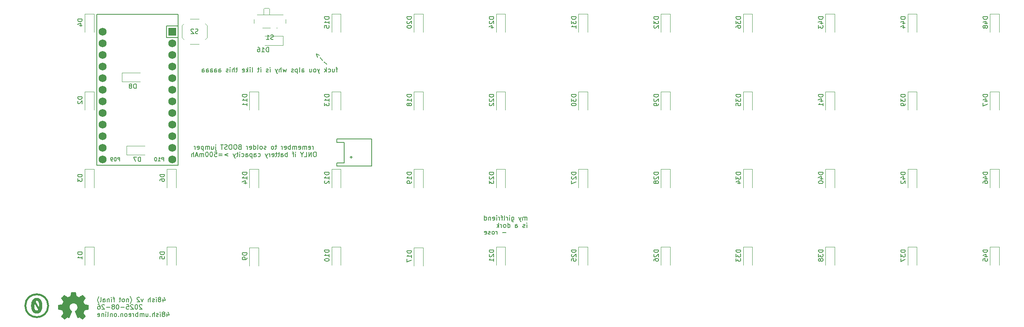
<source format=gbr>
%TF.GenerationSoftware,KiCad,Pcbnew,9.0.3-1.fc42*%
%TF.CreationDate,2025-08-27T16:10:00-04:00*%
%TF.ProjectId,48ish_soldered,34386973-685f-4736-9f6c-64657265642e,v1.0.0*%
%TF.SameCoordinates,Original*%
%TF.FileFunction,Legend,Bot*%
%TF.FilePolarity,Positive*%
%FSLAX46Y46*%
G04 Gerber Fmt 4.6, Leading zero omitted, Abs format (unit mm)*
G04 Created by KiCad (PCBNEW 9.0.3-1.fc42) date 2025-08-27 16:10:00*
%MOMM*%
%LPD*%
G01*
G04 APERTURE LIST*
%ADD10C,0.150000*%
%ADD11C,0.120000*%
%ADD12C,0.010000*%
%ADD13C,0.400000*%
%ADD14C,0.000000*%
%ADD15R,1.752600X1.752600*%
%ADD16C,1.752600*%
G04 APERTURE END LIST*
D10*
X23622496Y14016735D02*
X23622496Y13350068D01*
X23860591Y14397688D02*
X24098686Y13683402D01*
X24098686Y13683402D02*
X23479639Y13683402D01*
X22955829Y13921497D02*
X23051067Y13969116D01*
X23051067Y13969116D02*
X23098686Y14016735D01*
X23098686Y14016735D02*
X23146305Y14111973D01*
X23146305Y14111973D02*
X23146305Y14159592D01*
X23146305Y14159592D02*
X23098686Y14254830D01*
X23098686Y14254830D02*
X23051067Y14302449D01*
X23051067Y14302449D02*
X22955829Y14350068D01*
X22955829Y14350068D02*
X22765353Y14350068D01*
X22765353Y14350068D02*
X22670115Y14302449D01*
X22670115Y14302449D02*
X22622496Y14254830D01*
X22622496Y14254830D02*
X22574877Y14159592D01*
X22574877Y14159592D02*
X22574877Y14111973D01*
X22574877Y14111973D02*
X22622496Y14016735D01*
X22622496Y14016735D02*
X22670115Y13969116D01*
X22670115Y13969116D02*
X22765353Y13921497D01*
X22765353Y13921497D02*
X22955829Y13921497D01*
X22955829Y13921497D02*
X23051067Y13873878D01*
X23051067Y13873878D02*
X23098686Y13826259D01*
X23098686Y13826259D02*
X23146305Y13731021D01*
X23146305Y13731021D02*
X23146305Y13540545D01*
X23146305Y13540545D02*
X23098686Y13445307D01*
X23098686Y13445307D02*
X23051067Y13397688D01*
X23051067Y13397688D02*
X22955829Y13350068D01*
X22955829Y13350068D02*
X22765353Y13350068D01*
X22765353Y13350068D02*
X22670115Y13397688D01*
X22670115Y13397688D02*
X22622496Y13445307D01*
X22622496Y13445307D02*
X22574877Y13540545D01*
X22574877Y13540545D02*
X22574877Y13731021D01*
X22574877Y13731021D02*
X22622496Y13826259D01*
X22622496Y13826259D02*
X22670115Y13873878D01*
X22670115Y13873878D02*
X22765353Y13921497D01*
X22146305Y13350068D02*
X22146305Y14016735D01*
X22146305Y14350068D02*
X22193924Y14302449D01*
X22193924Y14302449D02*
X22146305Y14254830D01*
X22146305Y14254830D02*
X22098686Y14302449D01*
X22098686Y14302449D02*
X22146305Y14350068D01*
X22146305Y14350068D02*
X22146305Y14254830D01*
X21717734Y13397688D02*
X21622496Y13350068D01*
X21622496Y13350068D02*
X21432020Y13350068D01*
X21432020Y13350068D02*
X21336782Y13397688D01*
X21336782Y13397688D02*
X21289163Y13492926D01*
X21289163Y13492926D02*
X21289163Y13540545D01*
X21289163Y13540545D02*
X21336782Y13635783D01*
X21336782Y13635783D02*
X21432020Y13683402D01*
X21432020Y13683402D02*
X21574877Y13683402D01*
X21574877Y13683402D02*
X21670115Y13731021D01*
X21670115Y13731021D02*
X21717734Y13826259D01*
X21717734Y13826259D02*
X21717734Y13873878D01*
X21717734Y13873878D02*
X21670115Y13969116D01*
X21670115Y13969116D02*
X21574877Y14016735D01*
X21574877Y14016735D02*
X21432020Y14016735D01*
X21432020Y14016735D02*
X21336782Y13969116D01*
X20860591Y13350068D02*
X20860591Y14350068D01*
X20432020Y13350068D02*
X20432020Y13873878D01*
X20432020Y13873878D02*
X20479639Y13969116D01*
X20479639Y13969116D02*
X20574877Y14016735D01*
X20574877Y14016735D02*
X20717734Y14016735D01*
X20717734Y14016735D02*
X20812972Y13969116D01*
X20812972Y13969116D02*
X20860591Y13921497D01*
X19289162Y14016735D02*
X19051067Y13350068D01*
X19051067Y13350068D02*
X18812972Y14016735D01*
X18479638Y14254830D02*
X18432019Y14302449D01*
X18432019Y14302449D02*
X18336781Y14350068D01*
X18336781Y14350068D02*
X18098686Y14350068D01*
X18098686Y14350068D02*
X18003448Y14302449D01*
X18003448Y14302449D02*
X17955829Y14254830D01*
X17955829Y14254830D02*
X17908210Y14159592D01*
X17908210Y14159592D02*
X17908210Y14064354D01*
X17908210Y14064354D02*
X17955829Y13921497D01*
X17955829Y13921497D02*
X18527257Y13350068D01*
X18527257Y13350068D02*
X17908210Y13350068D01*
X16432019Y12969116D02*
X16479638Y13016735D01*
X16479638Y13016735D02*
X16574876Y13159592D01*
X16574876Y13159592D02*
X16622495Y13254830D01*
X16622495Y13254830D02*
X16670114Y13397688D01*
X16670114Y13397688D02*
X16717733Y13635783D01*
X16717733Y13635783D02*
X16717733Y13826259D01*
X16717733Y13826259D02*
X16670114Y14064354D01*
X16670114Y14064354D02*
X16622495Y14207211D01*
X16622495Y14207211D02*
X16574876Y14302449D01*
X16574876Y14302449D02*
X16479638Y14445307D01*
X16479638Y14445307D02*
X16432019Y14492926D01*
X16051066Y14016735D02*
X16051066Y13350068D01*
X16051066Y13921497D02*
X16003447Y13969116D01*
X16003447Y13969116D02*
X15908209Y14016735D01*
X15908209Y14016735D02*
X15765352Y14016735D01*
X15765352Y14016735D02*
X15670114Y13969116D01*
X15670114Y13969116D02*
X15622495Y13873878D01*
X15622495Y13873878D02*
X15622495Y13350068D01*
X15003447Y13350068D02*
X15098685Y13397688D01*
X15098685Y13397688D02*
X15146304Y13445307D01*
X15146304Y13445307D02*
X15193923Y13540545D01*
X15193923Y13540545D02*
X15193923Y13826259D01*
X15193923Y13826259D02*
X15146304Y13921497D01*
X15146304Y13921497D02*
X15098685Y13969116D01*
X15098685Y13969116D02*
X15003447Y14016735D01*
X15003447Y14016735D02*
X14860590Y14016735D01*
X14860590Y14016735D02*
X14765352Y13969116D01*
X14765352Y13969116D02*
X14717733Y13921497D01*
X14717733Y13921497D02*
X14670114Y13826259D01*
X14670114Y13826259D02*
X14670114Y13540545D01*
X14670114Y13540545D02*
X14717733Y13445307D01*
X14717733Y13445307D02*
X14765352Y13397688D01*
X14765352Y13397688D02*
X14860590Y13350068D01*
X14860590Y13350068D02*
X15003447Y13350068D01*
X14384399Y14016735D02*
X14003447Y14016735D01*
X14241542Y14350068D02*
X14241542Y13492926D01*
X14241542Y13492926D02*
X14193923Y13397688D01*
X14193923Y13397688D02*
X14098685Y13350068D01*
X14098685Y13350068D02*
X14003447Y13350068D01*
X13051065Y14016735D02*
X12670113Y14016735D01*
X12908208Y13350068D02*
X12908208Y14207211D01*
X12908208Y14207211D02*
X12860589Y14302449D01*
X12860589Y14302449D02*
X12765351Y14350068D01*
X12765351Y14350068D02*
X12670113Y14350068D01*
X12336779Y13350068D02*
X12336779Y14016735D01*
X12336779Y14350068D02*
X12384398Y14302449D01*
X12384398Y14302449D02*
X12336779Y14254830D01*
X12336779Y14254830D02*
X12289160Y14302449D01*
X12289160Y14302449D02*
X12336779Y14350068D01*
X12336779Y14350068D02*
X12336779Y14254830D01*
X11860589Y14016735D02*
X11860589Y13350068D01*
X11860589Y13921497D02*
X11812970Y13969116D01*
X11812970Y13969116D02*
X11717732Y14016735D01*
X11717732Y14016735D02*
X11574875Y14016735D01*
X11574875Y14016735D02*
X11479637Y13969116D01*
X11479637Y13969116D02*
X11432018Y13873878D01*
X11432018Y13873878D02*
X11432018Y13350068D01*
X10527256Y13350068D02*
X10527256Y13873878D01*
X10527256Y13873878D02*
X10574875Y13969116D01*
X10574875Y13969116D02*
X10670113Y14016735D01*
X10670113Y14016735D02*
X10860589Y14016735D01*
X10860589Y14016735D02*
X10955827Y13969116D01*
X10527256Y13397688D02*
X10622494Y13350068D01*
X10622494Y13350068D02*
X10860589Y13350068D01*
X10860589Y13350068D02*
X10955827Y13397688D01*
X10955827Y13397688D02*
X11003446Y13492926D01*
X11003446Y13492926D02*
X11003446Y13588164D01*
X11003446Y13588164D02*
X10955827Y13683402D01*
X10955827Y13683402D02*
X10860589Y13731021D01*
X10860589Y13731021D02*
X10622494Y13731021D01*
X10622494Y13731021D02*
X10527256Y13778640D01*
X9908208Y13350068D02*
X10003446Y13397688D01*
X10003446Y13397688D02*
X10051065Y13492926D01*
X10051065Y13492926D02*
X10051065Y14350068D01*
X9622493Y12969116D02*
X9574874Y13016735D01*
X9574874Y13016735D02*
X9479636Y13159592D01*
X9479636Y13159592D02*
X9432017Y13254830D01*
X9432017Y13254830D02*
X9384398Y13397688D01*
X9384398Y13397688D02*
X9336779Y13635783D01*
X9336779Y13635783D02*
X9336779Y13826259D01*
X9336779Y13826259D02*
X9384398Y14064354D01*
X9384398Y14064354D02*
X9432017Y14207211D01*
X9432017Y14207211D02*
X9479636Y14302449D01*
X9479636Y14302449D02*
X9574874Y14445307D01*
X9574874Y14445307D02*
X9622493Y14492926D01*
X19003445Y12644886D02*
X18955826Y12692505D01*
X18955826Y12692505D02*
X18860588Y12740124D01*
X18860588Y12740124D02*
X18622493Y12740124D01*
X18622493Y12740124D02*
X18527255Y12692505D01*
X18527255Y12692505D02*
X18479636Y12644886D01*
X18479636Y12644886D02*
X18432017Y12549648D01*
X18432017Y12549648D02*
X18432017Y12454410D01*
X18432017Y12454410D02*
X18479636Y12311553D01*
X18479636Y12311553D02*
X19051064Y11740124D01*
X19051064Y11740124D02*
X18432017Y11740124D01*
X17812969Y12740124D02*
X17717731Y12740124D01*
X17717731Y12740124D02*
X17622493Y12692505D01*
X17622493Y12692505D02*
X17574874Y12644886D01*
X17574874Y12644886D02*
X17527255Y12549648D01*
X17527255Y12549648D02*
X17479636Y12359172D01*
X17479636Y12359172D02*
X17479636Y12121077D01*
X17479636Y12121077D02*
X17527255Y11930601D01*
X17527255Y11930601D02*
X17574874Y11835363D01*
X17574874Y11835363D02*
X17622493Y11787744D01*
X17622493Y11787744D02*
X17717731Y11740124D01*
X17717731Y11740124D02*
X17812969Y11740124D01*
X17812969Y11740124D02*
X17908207Y11787744D01*
X17908207Y11787744D02*
X17955826Y11835363D01*
X17955826Y11835363D02*
X18003445Y11930601D01*
X18003445Y11930601D02*
X18051064Y12121077D01*
X18051064Y12121077D02*
X18051064Y12359172D01*
X18051064Y12359172D02*
X18003445Y12549648D01*
X18003445Y12549648D02*
X17955826Y12644886D01*
X17955826Y12644886D02*
X17908207Y12692505D01*
X17908207Y12692505D02*
X17812969Y12740124D01*
X17098683Y12644886D02*
X17051064Y12692505D01*
X17051064Y12692505D02*
X16955826Y12740124D01*
X16955826Y12740124D02*
X16717731Y12740124D01*
X16717731Y12740124D02*
X16622493Y12692505D01*
X16622493Y12692505D02*
X16574874Y12644886D01*
X16574874Y12644886D02*
X16527255Y12549648D01*
X16527255Y12549648D02*
X16527255Y12454410D01*
X16527255Y12454410D02*
X16574874Y12311553D01*
X16574874Y12311553D02*
X17146302Y11740124D01*
X17146302Y11740124D02*
X16527255Y11740124D01*
X15622493Y12740124D02*
X16098683Y12740124D01*
X16098683Y12740124D02*
X16146302Y12263934D01*
X16146302Y12263934D02*
X16098683Y12311553D01*
X16098683Y12311553D02*
X16003445Y12359172D01*
X16003445Y12359172D02*
X15765350Y12359172D01*
X15765350Y12359172D02*
X15670112Y12311553D01*
X15670112Y12311553D02*
X15622493Y12263934D01*
X15622493Y12263934D02*
X15574874Y12168696D01*
X15574874Y12168696D02*
X15574874Y11930601D01*
X15574874Y11930601D02*
X15622493Y11835363D01*
X15622493Y11835363D02*
X15670112Y11787744D01*
X15670112Y11787744D02*
X15765350Y11740124D01*
X15765350Y11740124D02*
X16003445Y11740124D01*
X16003445Y11740124D02*
X16098683Y11787744D01*
X16098683Y11787744D02*
X16146302Y11835363D01*
X15146302Y12121077D02*
X14384398Y12121077D01*
X13717731Y12740124D02*
X13622493Y12740124D01*
X13622493Y12740124D02*
X13527255Y12692505D01*
X13527255Y12692505D02*
X13479636Y12644886D01*
X13479636Y12644886D02*
X13432017Y12549648D01*
X13432017Y12549648D02*
X13384398Y12359172D01*
X13384398Y12359172D02*
X13384398Y12121077D01*
X13384398Y12121077D02*
X13432017Y11930601D01*
X13432017Y11930601D02*
X13479636Y11835363D01*
X13479636Y11835363D02*
X13527255Y11787744D01*
X13527255Y11787744D02*
X13622493Y11740124D01*
X13622493Y11740124D02*
X13717731Y11740124D01*
X13717731Y11740124D02*
X13812969Y11787744D01*
X13812969Y11787744D02*
X13860588Y11835363D01*
X13860588Y11835363D02*
X13908207Y11930601D01*
X13908207Y11930601D02*
X13955826Y12121077D01*
X13955826Y12121077D02*
X13955826Y12359172D01*
X13955826Y12359172D02*
X13908207Y12549648D01*
X13908207Y12549648D02*
X13860588Y12644886D01*
X13860588Y12644886D02*
X13812969Y12692505D01*
X13812969Y12692505D02*
X13717731Y12740124D01*
X12812969Y12311553D02*
X12908207Y12359172D01*
X12908207Y12359172D02*
X12955826Y12406791D01*
X12955826Y12406791D02*
X13003445Y12502029D01*
X13003445Y12502029D02*
X13003445Y12549648D01*
X13003445Y12549648D02*
X12955826Y12644886D01*
X12955826Y12644886D02*
X12908207Y12692505D01*
X12908207Y12692505D02*
X12812969Y12740124D01*
X12812969Y12740124D02*
X12622493Y12740124D01*
X12622493Y12740124D02*
X12527255Y12692505D01*
X12527255Y12692505D02*
X12479636Y12644886D01*
X12479636Y12644886D02*
X12432017Y12549648D01*
X12432017Y12549648D02*
X12432017Y12502029D01*
X12432017Y12502029D02*
X12479636Y12406791D01*
X12479636Y12406791D02*
X12527255Y12359172D01*
X12527255Y12359172D02*
X12622493Y12311553D01*
X12622493Y12311553D02*
X12812969Y12311553D01*
X12812969Y12311553D02*
X12908207Y12263934D01*
X12908207Y12263934D02*
X12955826Y12216315D01*
X12955826Y12216315D02*
X13003445Y12121077D01*
X13003445Y12121077D02*
X13003445Y11930601D01*
X13003445Y11930601D02*
X12955826Y11835363D01*
X12955826Y11835363D02*
X12908207Y11787744D01*
X12908207Y11787744D02*
X12812969Y11740124D01*
X12812969Y11740124D02*
X12622493Y11740124D01*
X12622493Y11740124D02*
X12527255Y11787744D01*
X12527255Y11787744D02*
X12479636Y11835363D01*
X12479636Y11835363D02*
X12432017Y11930601D01*
X12432017Y11930601D02*
X12432017Y12121077D01*
X12432017Y12121077D02*
X12479636Y12216315D01*
X12479636Y12216315D02*
X12527255Y12263934D01*
X12527255Y12263934D02*
X12622493Y12311553D01*
X12003445Y12121077D02*
X11241541Y12121077D01*
X10812969Y12644886D02*
X10765350Y12692505D01*
X10765350Y12692505D02*
X10670112Y12740124D01*
X10670112Y12740124D02*
X10432017Y12740124D01*
X10432017Y12740124D02*
X10336779Y12692505D01*
X10336779Y12692505D02*
X10289160Y12644886D01*
X10289160Y12644886D02*
X10241541Y12549648D01*
X10241541Y12549648D02*
X10241541Y12454410D01*
X10241541Y12454410D02*
X10289160Y12311553D01*
X10289160Y12311553D02*
X10860588Y11740124D01*
X10860588Y11740124D02*
X10241541Y11740124D01*
X9384398Y12740124D02*
X9574874Y12740124D01*
X9574874Y12740124D02*
X9670112Y12692505D01*
X9670112Y12692505D02*
X9717731Y12644886D01*
X9717731Y12644886D02*
X9812969Y12502029D01*
X9812969Y12502029D02*
X9860588Y12311553D01*
X9860588Y12311553D02*
X9860588Y11930601D01*
X9860588Y11930601D02*
X9812969Y11835363D01*
X9812969Y11835363D02*
X9765350Y11787744D01*
X9765350Y11787744D02*
X9670112Y11740124D01*
X9670112Y11740124D02*
X9479636Y11740124D01*
X9479636Y11740124D02*
X9384398Y11787744D01*
X9384398Y11787744D02*
X9336779Y11835363D01*
X9336779Y11835363D02*
X9289160Y11930601D01*
X9289160Y11930601D02*
X9289160Y12168696D01*
X9289160Y12168696D02*
X9336779Y12263934D01*
X9336779Y12263934D02*
X9384398Y12311553D01*
X9384398Y12311553D02*
X9479636Y12359172D01*
X9479636Y12359172D02*
X9670112Y12359172D01*
X9670112Y12359172D02*
X9765350Y12311553D01*
X9765350Y12311553D02*
X9812969Y12263934D01*
X9812969Y12263934D02*
X9860588Y12168696D01*
X24479636Y10796847D02*
X24479636Y10130180D01*
X24717731Y11177800D02*
X24955826Y10463514D01*
X24955826Y10463514D02*
X24336779Y10463514D01*
X23812969Y10701609D02*
X23908207Y10749228D01*
X23908207Y10749228D02*
X23955826Y10796847D01*
X23955826Y10796847D02*
X24003445Y10892085D01*
X24003445Y10892085D02*
X24003445Y10939704D01*
X24003445Y10939704D02*
X23955826Y11034942D01*
X23955826Y11034942D02*
X23908207Y11082561D01*
X23908207Y11082561D02*
X23812969Y11130180D01*
X23812969Y11130180D02*
X23622493Y11130180D01*
X23622493Y11130180D02*
X23527255Y11082561D01*
X23527255Y11082561D02*
X23479636Y11034942D01*
X23479636Y11034942D02*
X23432017Y10939704D01*
X23432017Y10939704D02*
X23432017Y10892085D01*
X23432017Y10892085D02*
X23479636Y10796847D01*
X23479636Y10796847D02*
X23527255Y10749228D01*
X23527255Y10749228D02*
X23622493Y10701609D01*
X23622493Y10701609D02*
X23812969Y10701609D01*
X23812969Y10701609D02*
X23908207Y10653990D01*
X23908207Y10653990D02*
X23955826Y10606371D01*
X23955826Y10606371D02*
X24003445Y10511133D01*
X24003445Y10511133D02*
X24003445Y10320657D01*
X24003445Y10320657D02*
X23955826Y10225419D01*
X23955826Y10225419D02*
X23908207Y10177800D01*
X23908207Y10177800D02*
X23812969Y10130180D01*
X23812969Y10130180D02*
X23622493Y10130180D01*
X23622493Y10130180D02*
X23527255Y10177800D01*
X23527255Y10177800D02*
X23479636Y10225419D01*
X23479636Y10225419D02*
X23432017Y10320657D01*
X23432017Y10320657D02*
X23432017Y10511133D01*
X23432017Y10511133D02*
X23479636Y10606371D01*
X23479636Y10606371D02*
X23527255Y10653990D01*
X23527255Y10653990D02*
X23622493Y10701609D01*
X23003445Y10130180D02*
X23003445Y10796847D01*
X23003445Y11130180D02*
X23051064Y11082561D01*
X23051064Y11082561D02*
X23003445Y11034942D01*
X23003445Y11034942D02*
X22955826Y11082561D01*
X22955826Y11082561D02*
X23003445Y11130180D01*
X23003445Y11130180D02*
X23003445Y11034942D01*
X22574874Y10177800D02*
X22479636Y10130180D01*
X22479636Y10130180D02*
X22289160Y10130180D01*
X22289160Y10130180D02*
X22193922Y10177800D01*
X22193922Y10177800D02*
X22146303Y10273038D01*
X22146303Y10273038D02*
X22146303Y10320657D01*
X22146303Y10320657D02*
X22193922Y10415895D01*
X22193922Y10415895D02*
X22289160Y10463514D01*
X22289160Y10463514D02*
X22432017Y10463514D01*
X22432017Y10463514D02*
X22527255Y10511133D01*
X22527255Y10511133D02*
X22574874Y10606371D01*
X22574874Y10606371D02*
X22574874Y10653990D01*
X22574874Y10653990D02*
X22527255Y10749228D01*
X22527255Y10749228D02*
X22432017Y10796847D01*
X22432017Y10796847D02*
X22289160Y10796847D01*
X22289160Y10796847D02*
X22193922Y10749228D01*
X21717731Y10130180D02*
X21717731Y11130180D01*
X21289160Y10130180D02*
X21289160Y10653990D01*
X21289160Y10653990D02*
X21336779Y10749228D01*
X21336779Y10749228D02*
X21432017Y10796847D01*
X21432017Y10796847D02*
X21574874Y10796847D01*
X21574874Y10796847D02*
X21670112Y10749228D01*
X21670112Y10749228D02*
X21717731Y10701609D01*
X20812969Y10225419D02*
X20765350Y10177800D01*
X20765350Y10177800D02*
X20812969Y10130180D01*
X20812969Y10130180D02*
X20860588Y10177800D01*
X20860588Y10177800D02*
X20812969Y10225419D01*
X20812969Y10225419D02*
X20812969Y10130180D01*
X19908208Y10796847D02*
X19908208Y10130180D01*
X20336779Y10796847D02*
X20336779Y10273038D01*
X20336779Y10273038D02*
X20289160Y10177800D01*
X20289160Y10177800D02*
X20193922Y10130180D01*
X20193922Y10130180D02*
X20051065Y10130180D01*
X20051065Y10130180D02*
X19955827Y10177800D01*
X19955827Y10177800D02*
X19908208Y10225419D01*
X19432017Y10130180D02*
X19432017Y10796847D01*
X19432017Y10701609D02*
X19384398Y10749228D01*
X19384398Y10749228D02*
X19289160Y10796847D01*
X19289160Y10796847D02*
X19146303Y10796847D01*
X19146303Y10796847D02*
X19051065Y10749228D01*
X19051065Y10749228D02*
X19003446Y10653990D01*
X19003446Y10653990D02*
X19003446Y10130180D01*
X19003446Y10653990D02*
X18955827Y10749228D01*
X18955827Y10749228D02*
X18860589Y10796847D01*
X18860589Y10796847D02*
X18717732Y10796847D01*
X18717732Y10796847D02*
X18622493Y10749228D01*
X18622493Y10749228D02*
X18574874Y10653990D01*
X18574874Y10653990D02*
X18574874Y10130180D01*
X18098684Y10130180D02*
X18098684Y11130180D01*
X18098684Y10749228D02*
X18003446Y10796847D01*
X18003446Y10796847D02*
X17812970Y10796847D01*
X17812970Y10796847D02*
X17717732Y10749228D01*
X17717732Y10749228D02*
X17670113Y10701609D01*
X17670113Y10701609D02*
X17622494Y10606371D01*
X17622494Y10606371D02*
X17622494Y10320657D01*
X17622494Y10320657D02*
X17670113Y10225419D01*
X17670113Y10225419D02*
X17717732Y10177800D01*
X17717732Y10177800D02*
X17812970Y10130180D01*
X17812970Y10130180D02*
X18003446Y10130180D01*
X18003446Y10130180D02*
X18098684Y10177800D01*
X17193922Y10130180D02*
X17193922Y10796847D01*
X17193922Y10606371D02*
X17146303Y10701609D01*
X17146303Y10701609D02*
X17098684Y10749228D01*
X17098684Y10749228D02*
X17003446Y10796847D01*
X17003446Y10796847D02*
X16908208Y10796847D01*
X16193922Y10177800D02*
X16289160Y10130180D01*
X16289160Y10130180D02*
X16479636Y10130180D01*
X16479636Y10130180D02*
X16574874Y10177800D01*
X16574874Y10177800D02*
X16622493Y10273038D01*
X16622493Y10273038D02*
X16622493Y10653990D01*
X16622493Y10653990D02*
X16574874Y10749228D01*
X16574874Y10749228D02*
X16479636Y10796847D01*
X16479636Y10796847D02*
X16289160Y10796847D01*
X16289160Y10796847D02*
X16193922Y10749228D01*
X16193922Y10749228D02*
X16146303Y10653990D01*
X16146303Y10653990D02*
X16146303Y10558752D01*
X16146303Y10558752D02*
X16622493Y10463514D01*
X15574874Y10130180D02*
X15670112Y10177800D01*
X15670112Y10177800D02*
X15717731Y10225419D01*
X15717731Y10225419D02*
X15765350Y10320657D01*
X15765350Y10320657D02*
X15765350Y10606371D01*
X15765350Y10606371D02*
X15717731Y10701609D01*
X15717731Y10701609D02*
X15670112Y10749228D01*
X15670112Y10749228D02*
X15574874Y10796847D01*
X15574874Y10796847D02*
X15432017Y10796847D01*
X15432017Y10796847D02*
X15336779Y10749228D01*
X15336779Y10749228D02*
X15289160Y10701609D01*
X15289160Y10701609D02*
X15241541Y10606371D01*
X15241541Y10606371D02*
X15241541Y10320657D01*
X15241541Y10320657D02*
X15289160Y10225419D01*
X15289160Y10225419D02*
X15336779Y10177800D01*
X15336779Y10177800D02*
X15432017Y10130180D01*
X15432017Y10130180D02*
X15574874Y10130180D01*
X14812969Y10796847D02*
X14812969Y10130180D01*
X14812969Y10701609D02*
X14765350Y10749228D01*
X14765350Y10749228D02*
X14670112Y10796847D01*
X14670112Y10796847D02*
X14527255Y10796847D01*
X14527255Y10796847D02*
X14432017Y10749228D01*
X14432017Y10749228D02*
X14384398Y10653990D01*
X14384398Y10653990D02*
X14384398Y10130180D01*
X13908207Y10225419D02*
X13860588Y10177800D01*
X13860588Y10177800D02*
X13908207Y10130180D01*
X13908207Y10130180D02*
X13955826Y10177800D01*
X13955826Y10177800D02*
X13908207Y10225419D01*
X13908207Y10225419D02*
X13908207Y10130180D01*
X13289160Y10130180D02*
X13384398Y10177800D01*
X13384398Y10177800D02*
X13432017Y10225419D01*
X13432017Y10225419D02*
X13479636Y10320657D01*
X13479636Y10320657D02*
X13479636Y10606371D01*
X13479636Y10606371D02*
X13432017Y10701609D01*
X13432017Y10701609D02*
X13384398Y10749228D01*
X13384398Y10749228D02*
X13289160Y10796847D01*
X13289160Y10796847D02*
X13146303Y10796847D01*
X13146303Y10796847D02*
X13051065Y10749228D01*
X13051065Y10749228D02*
X13003446Y10701609D01*
X13003446Y10701609D02*
X12955827Y10606371D01*
X12955827Y10606371D02*
X12955827Y10320657D01*
X12955827Y10320657D02*
X13003446Y10225419D01*
X13003446Y10225419D02*
X13051065Y10177800D01*
X13051065Y10177800D02*
X13146303Y10130180D01*
X13146303Y10130180D02*
X13289160Y10130180D01*
X12527255Y10796847D02*
X12527255Y10130180D01*
X12527255Y10701609D02*
X12479636Y10749228D01*
X12479636Y10749228D02*
X12384398Y10796847D01*
X12384398Y10796847D02*
X12241541Y10796847D01*
X12241541Y10796847D02*
X12146303Y10749228D01*
X12146303Y10749228D02*
X12098684Y10653990D01*
X12098684Y10653990D02*
X12098684Y10130180D01*
X11479636Y10130180D02*
X11574874Y10177800D01*
X11574874Y10177800D02*
X11622493Y10273038D01*
X11622493Y10273038D02*
X11622493Y11130180D01*
X11098683Y10130180D02*
X11098683Y10796847D01*
X11098683Y11130180D02*
X11146302Y11082561D01*
X11146302Y11082561D02*
X11098683Y11034942D01*
X11098683Y11034942D02*
X11051064Y11082561D01*
X11051064Y11082561D02*
X11098683Y11130180D01*
X11098683Y11130180D02*
X11098683Y11034942D01*
X10622493Y10796847D02*
X10622493Y10130180D01*
X10622493Y10701609D02*
X10574874Y10749228D01*
X10574874Y10749228D02*
X10479636Y10796847D01*
X10479636Y10796847D02*
X10336779Y10796847D01*
X10336779Y10796847D02*
X10241541Y10749228D01*
X10241541Y10749228D02*
X10193922Y10653990D01*
X10193922Y10653990D02*
X10193922Y10130180D01*
X9336779Y10177800D02*
X9432017Y10130180D01*
X9432017Y10130180D02*
X9622493Y10130180D01*
X9622493Y10130180D02*
X9717731Y10177800D01*
X9717731Y10177800D02*
X9765350Y10273038D01*
X9765350Y10273038D02*
X9765350Y10653990D01*
X9765350Y10653990D02*
X9717731Y10749228D01*
X9717731Y10749228D02*
X9622493Y10796847D01*
X9622493Y10796847D02*
X9432017Y10796847D01*
X9432017Y10796847D02*
X9336779Y10749228D01*
X9336779Y10749228D02*
X9289160Y10653990D01*
X9289160Y10653990D02*
X9289160Y10558752D01*
X9289160Y10558752D02*
X9765350Y10463514D01*
X61806077Y64296847D02*
X61425125Y64296847D01*
X61663220Y63630180D02*
X61663220Y64487323D01*
X61663220Y64487323D02*
X61615601Y64582561D01*
X61615601Y64582561D02*
X61520363Y64630180D01*
X61520363Y64630180D02*
X61425125Y64630180D01*
X60663220Y64296847D02*
X60663220Y63630180D01*
X61091791Y64296847D02*
X61091791Y63773038D01*
X61091791Y63773038D02*
X61044172Y63677800D01*
X61044172Y63677800D02*
X60948934Y63630180D01*
X60948934Y63630180D02*
X60806077Y63630180D01*
X60806077Y63630180D02*
X60710839Y63677800D01*
X60710839Y63677800D02*
X60663220Y63725419D01*
X59758458Y63677800D02*
X59853696Y63630180D01*
X59853696Y63630180D02*
X60044172Y63630180D01*
X60044172Y63630180D02*
X60139410Y63677800D01*
X60139410Y63677800D02*
X60187029Y63725419D01*
X60187029Y63725419D02*
X60234648Y63820657D01*
X60234648Y63820657D02*
X60234648Y64106371D01*
X60234648Y64106371D02*
X60187029Y64201609D01*
X60187029Y64201609D02*
X60139410Y64249228D01*
X60139410Y64249228D02*
X60044172Y64296847D01*
X60044172Y64296847D02*
X59853696Y64296847D01*
X59853696Y64296847D02*
X59758458Y64249228D01*
X59329886Y63630180D02*
X59329886Y64630180D01*
X59234648Y64011133D02*
X58948934Y63630180D01*
X58948934Y64296847D02*
X59329886Y63915895D01*
X57853695Y64296847D02*
X57615600Y63630180D01*
X57377505Y64296847D02*
X57615600Y63630180D01*
X57615600Y63630180D02*
X57710838Y63392085D01*
X57710838Y63392085D02*
X57758457Y63344466D01*
X57758457Y63344466D02*
X57853695Y63296847D01*
X56853695Y63630180D02*
X56948933Y63677800D01*
X56948933Y63677800D02*
X56996552Y63725419D01*
X56996552Y63725419D02*
X57044171Y63820657D01*
X57044171Y63820657D02*
X57044171Y64106371D01*
X57044171Y64106371D02*
X56996552Y64201609D01*
X56996552Y64201609D02*
X56948933Y64249228D01*
X56948933Y64249228D02*
X56853695Y64296847D01*
X56853695Y64296847D02*
X56710838Y64296847D01*
X56710838Y64296847D02*
X56615600Y64249228D01*
X56615600Y64249228D02*
X56567981Y64201609D01*
X56567981Y64201609D02*
X56520362Y64106371D01*
X56520362Y64106371D02*
X56520362Y63820657D01*
X56520362Y63820657D02*
X56567981Y63725419D01*
X56567981Y63725419D02*
X56615600Y63677800D01*
X56615600Y63677800D02*
X56710838Y63630180D01*
X56710838Y63630180D02*
X56853695Y63630180D01*
X55663219Y64296847D02*
X55663219Y63630180D01*
X56091790Y64296847D02*
X56091790Y63773038D01*
X56091790Y63773038D02*
X56044171Y63677800D01*
X56044171Y63677800D02*
X55948933Y63630180D01*
X55948933Y63630180D02*
X55806076Y63630180D01*
X55806076Y63630180D02*
X55710838Y63677800D01*
X55710838Y63677800D02*
X55663219Y63725419D01*
X53996552Y63630180D02*
X53996552Y64153990D01*
X53996552Y64153990D02*
X54044171Y64249228D01*
X54044171Y64249228D02*
X54139409Y64296847D01*
X54139409Y64296847D02*
X54329885Y64296847D01*
X54329885Y64296847D02*
X54425123Y64249228D01*
X53996552Y63677800D02*
X54091790Y63630180D01*
X54091790Y63630180D02*
X54329885Y63630180D01*
X54329885Y63630180D02*
X54425123Y63677800D01*
X54425123Y63677800D02*
X54472742Y63773038D01*
X54472742Y63773038D02*
X54472742Y63868276D01*
X54472742Y63868276D02*
X54425123Y63963514D01*
X54425123Y63963514D02*
X54329885Y64011133D01*
X54329885Y64011133D02*
X54091790Y64011133D01*
X54091790Y64011133D02*
X53996552Y64058752D01*
X53377504Y63630180D02*
X53472742Y63677800D01*
X53472742Y63677800D02*
X53520361Y63773038D01*
X53520361Y63773038D02*
X53520361Y64630180D01*
X52996551Y64296847D02*
X52996551Y63296847D01*
X52996551Y64249228D02*
X52901313Y64296847D01*
X52901313Y64296847D02*
X52710837Y64296847D01*
X52710837Y64296847D02*
X52615599Y64249228D01*
X52615599Y64249228D02*
X52567980Y64201609D01*
X52567980Y64201609D02*
X52520361Y64106371D01*
X52520361Y64106371D02*
X52520361Y63820657D01*
X52520361Y63820657D02*
X52567980Y63725419D01*
X52567980Y63725419D02*
X52615599Y63677800D01*
X52615599Y63677800D02*
X52710837Y63630180D01*
X52710837Y63630180D02*
X52901313Y63630180D01*
X52901313Y63630180D02*
X52996551Y63677800D01*
X52139408Y63677800D02*
X52044170Y63630180D01*
X52044170Y63630180D02*
X51853694Y63630180D01*
X51853694Y63630180D02*
X51758456Y63677800D01*
X51758456Y63677800D02*
X51710837Y63773038D01*
X51710837Y63773038D02*
X51710837Y63820657D01*
X51710837Y63820657D02*
X51758456Y63915895D01*
X51758456Y63915895D02*
X51853694Y63963514D01*
X51853694Y63963514D02*
X51996551Y63963514D01*
X51996551Y63963514D02*
X52091789Y64011133D01*
X52091789Y64011133D02*
X52139408Y64106371D01*
X52139408Y64106371D02*
X52139408Y64153990D01*
X52139408Y64153990D02*
X52091789Y64249228D01*
X52091789Y64249228D02*
X51996551Y64296847D01*
X51996551Y64296847D02*
X51853694Y64296847D01*
X51853694Y64296847D02*
X51758456Y64249228D01*
X50615598Y64296847D02*
X50425122Y63630180D01*
X50425122Y63630180D02*
X50234646Y64106371D01*
X50234646Y64106371D02*
X50044170Y63630180D01*
X50044170Y63630180D02*
X49853694Y64296847D01*
X49472741Y63630180D02*
X49472741Y64630180D01*
X49044170Y63630180D02*
X49044170Y64153990D01*
X49044170Y64153990D02*
X49091789Y64249228D01*
X49091789Y64249228D02*
X49187027Y64296847D01*
X49187027Y64296847D02*
X49329884Y64296847D01*
X49329884Y64296847D02*
X49425122Y64249228D01*
X49425122Y64249228D02*
X49472741Y64201609D01*
X48663217Y64296847D02*
X48425122Y63630180D01*
X48187027Y64296847D02*
X48425122Y63630180D01*
X48425122Y63630180D02*
X48520360Y63392085D01*
X48520360Y63392085D02*
X48567979Y63344466D01*
X48567979Y63344466D02*
X48663217Y63296847D01*
X47044169Y63630180D02*
X47044169Y64296847D01*
X47044169Y64630180D02*
X47091788Y64582561D01*
X47091788Y64582561D02*
X47044169Y64534942D01*
X47044169Y64534942D02*
X46996550Y64582561D01*
X46996550Y64582561D02*
X47044169Y64630180D01*
X47044169Y64630180D02*
X47044169Y64534942D01*
X46615598Y63677800D02*
X46520360Y63630180D01*
X46520360Y63630180D02*
X46329884Y63630180D01*
X46329884Y63630180D02*
X46234646Y63677800D01*
X46234646Y63677800D02*
X46187027Y63773038D01*
X46187027Y63773038D02*
X46187027Y63820657D01*
X46187027Y63820657D02*
X46234646Y63915895D01*
X46234646Y63915895D02*
X46329884Y63963514D01*
X46329884Y63963514D02*
X46472741Y63963514D01*
X46472741Y63963514D02*
X46567979Y64011133D01*
X46567979Y64011133D02*
X46615598Y64106371D01*
X46615598Y64106371D02*
X46615598Y64153990D01*
X46615598Y64153990D02*
X46567979Y64249228D01*
X46567979Y64249228D02*
X46472741Y64296847D01*
X46472741Y64296847D02*
X46329884Y64296847D01*
X46329884Y64296847D02*
X46234646Y64249228D01*
X44996550Y63630180D02*
X44996550Y64296847D01*
X44996550Y64630180D02*
X45044169Y64582561D01*
X45044169Y64582561D02*
X44996550Y64534942D01*
X44996550Y64534942D02*
X44948931Y64582561D01*
X44948931Y64582561D02*
X44996550Y64630180D01*
X44996550Y64630180D02*
X44996550Y64534942D01*
X44663217Y64296847D02*
X44282265Y64296847D01*
X44520360Y64630180D02*
X44520360Y63773038D01*
X44520360Y63773038D02*
X44472741Y63677800D01*
X44472741Y63677800D02*
X44377503Y63630180D01*
X44377503Y63630180D02*
X44282265Y63630180D01*
X43044169Y63630180D02*
X43139407Y63677800D01*
X43139407Y63677800D02*
X43187026Y63773038D01*
X43187026Y63773038D02*
X43187026Y64630180D01*
X42663216Y63630180D02*
X42663216Y64296847D01*
X42663216Y64630180D02*
X42710835Y64582561D01*
X42710835Y64582561D02*
X42663216Y64534942D01*
X42663216Y64534942D02*
X42615597Y64582561D01*
X42615597Y64582561D02*
X42663216Y64630180D01*
X42663216Y64630180D02*
X42663216Y64534942D01*
X42187026Y63630180D02*
X42187026Y64630180D01*
X42091788Y64011133D02*
X41806074Y63630180D01*
X41806074Y64296847D02*
X42187026Y63915895D01*
X40996550Y63677800D02*
X41091788Y63630180D01*
X41091788Y63630180D02*
X41282264Y63630180D01*
X41282264Y63630180D02*
X41377502Y63677800D01*
X41377502Y63677800D02*
X41425121Y63773038D01*
X41425121Y63773038D02*
X41425121Y64153990D01*
X41425121Y64153990D02*
X41377502Y64249228D01*
X41377502Y64249228D02*
X41282264Y64296847D01*
X41282264Y64296847D02*
X41091788Y64296847D01*
X41091788Y64296847D02*
X40996550Y64249228D01*
X40996550Y64249228D02*
X40948931Y64153990D01*
X40948931Y64153990D02*
X40948931Y64058752D01*
X40948931Y64058752D02*
X41425121Y63963514D01*
X39901311Y64296847D02*
X39520359Y64296847D01*
X39758454Y64630180D02*
X39758454Y63773038D01*
X39758454Y63773038D02*
X39710835Y63677800D01*
X39710835Y63677800D02*
X39615597Y63630180D01*
X39615597Y63630180D02*
X39520359Y63630180D01*
X39187025Y63630180D02*
X39187025Y64630180D01*
X38758454Y63630180D02*
X38758454Y64153990D01*
X38758454Y64153990D02*
X38806073Y64249228D01*
X38806073Y64249228D02*
X38901311Y64296847D01*
X38901311Y64296847D02*
X39044168Y64296847D01*
X39044168Y64296847D02*
X39139406Y64249228D01*
X39139406Y64249228D02*
X39187025Y64201609D01*
X38282263Y63630180D02*
X38282263Y64296847D01*
X38282263Y64630180D02*
X38329882Y64582561D01*
X38329882Y64582561D02*
X38282263Y64534942D01*
X38282263Y64534942D02*
X38234644Y64582561D01*
X38234644Y64582561D02*
X38282263Y64630180D01*
X38282263Y64630180D02*
X38282263Y64534942D01*
X37853692Y63677800D02*
X37758454Y63630180D01*
X37758454Y63630180D02*
X37567978Y63630180D01*
X37567978Y63630180D02*
X37472740Y63677800D01*
X37472740Y63677800D02*
X37425121Y63773038D01*
X37425121Y63773038D02*
X37425121Y63820657D01*
X37425121Y63820657D02*
X37472740Y63915895D01*
X37472740Y63915895D02*
X37567978Y63963514D01*
X37567978Y63963514D02*
X37710835Y63963514D01*
X37710835Y63963514D02*
X37806073Y64011133D01*
X37806073Y64011133D02*
X37853692Y64106371D01*
X37853692Y64106371D02*
X37853692Y64153990D01*
X37853692Y64153990D02*
X37806073Y64249228D01*
X37806073Y64249228D02*
X37710835Y64296847D01*
X37710835Y64296847D02*
X37567978Y64296847D01*
X37567978Y64296847D02*
X37472740Y64249228D01*
X35806073Y63630180D02*
X35806073Y64153990D01*
X35806073Y64153990D02*
X35853692Y64249228D01*
X35853692Y64249228D02*
X35948930Y64296847D01*
X35948930Y64296847D02*
X36139406Y64296847D01*
X36139406Y64296847D02*
X36234644Y64249228D01*
X35806073Y63677800D02*
X35901311Y63630180D01*
X35901311Y63630180D02*
X36139406Y63630180D01*
X36139406Y63630180D02*
X36234644Y63677800D01*
X36234644Y63677800D02*
X36282263Y63773038D01*
X36282263Y63773038D02*
X36282263Y63868276D01*
X36282263Y63868276D02*
X36234644Y63963514D01*
X36234644Y63963514D02*
X36139406Y64011133D01*
X36139406Y64011133D02*
X35901311Y64011133D01*
X35901311Y64011133D02*
X35806073Y64058752D01*
X34901311Y63630180D02*
X34901311Y64153990D01*
X34901311Y64153990D02*
X34948930Y64249228D01*
X34948930Y64249228D02*
X35044168Y64296847D01*
X35044168Y64296847D02*
X35234644Y64296847D01*
X35234644Y64296847D02*
X35329882Y64249228D01*
X34901311Y63677800D02*
X34996549Y63630180D01*
X34996549Y63630180D02*
X35234644Y63630180D01*
X35234644Y63630180D02*
X35329882Y63677800D01*
X35329882Y63677800D02*
X35377501Y63773038D01*
X35377501Y63773038D02*
X35377501Y63868276D01*
X35377501Y63868276D02*
X35329882Y63963514D01*
X35329882Y63963514D02*
X35234644Y64011133D01*
X35234644Y64011133D02*
X34996549Y64011133D01*
X34996549Y64011133D02*
X34901311Y64058752D01*
X33996549Y63630180D02*
X33996549Y64153990D01*
X33996549Y64153990D02*
X34044168Y64249228D01*
X34044168Y64249228D02*
X34139406Y64296847D01*
X34139406Y64296847D02*
X34329882Y64296847D01*
X34329882Y64296847D02*
X34425120Y64249228D01*
X33996549Y63677800D02*
X34091787Y63630180D01*
X34091787Y63630180D02*
X34329882Y63630180D01*
X34329882Y63630180D02*
X34425120Y63677800D01*
X34425120Y63677800D02*
X34472739Y63773038D01*
X34472739Y63773038D02*
X34472739Y63868276D01*
X34472739Y63868276D02*
X34425120Y63963514D01*
X34425120Y63963514D02*
X34329882Y64011133D01*
X34329882Y64011133D02*
X34091787Y64011133D01*
X34091787Y64011133D02*
X33996549Y64058752D01*
X33091787Y63630180D02*
X33091787Y64153990D01*
X33091787Y64153990D02*
X33139406Y64249228D01*
X33139406Y64249228D02*
X33234644Y64296847D01*
X33234644Y64296847D02*
X33425120Y64296847D01*
X33425120Y64296847D02*
X33520358Y64249228D01*
X33091787Y63677800D02*
X33187025Y63630180D01*
X33187025Y63630180D02*
X33425120Y63630180D01*
X33425120Y63630180D02*
X33520358Y63677800D01*
X33520358Y63677800D02*
X33567977Y63773038D01*
X33567977Y63773038D02*
X33567977Y63868276D01*
X33567977Y63868276D02*
X33520358Y63963514D01*
X33520358Y63963514D02*
X33425120Y64011133D01*
X33425120Y64011133D02*
X33187025Y64011133D01*
X33187025Y64011133D02*
X33091787Y64058752D01*
X32187025Y63630180D02*
X32187025Y64153990D01*
X32187025Y64153990D02*
X32234644Y64249228D01*
X32234644Y64249228D02*
X32329882Y64296847D01*
X32329882Y64296847D02*
X32520358Y64296847D01*
X32520358Y64296847D02*
X32615596Y64249228D01*
X32187025Y63677800D02*
X32282263Y63630180D01*
X32282263Y63630180D02*
X32520358Y63630180D01*
X32520358Y63630180D02*
X32615596Y63677800D01*
X32615596Y63677800D02*
X32663215Y63773038D01*
X32663215Y63773038D02*
X32663215Y63868276D01*
X32663215Y63868276D02*
X32615596Y63963514D01*
X32615596Y63963514D02*
X32520358Y64011133D01*
X32520358Y64011133D02*
X32282263Y64011133D01*
X32282263Y64011133D02*
X32187025Y64058752D01*
X56476191Y46740124D02*
X56476191Y47406791D01*
X56476191Y47216315D02*
X56428572Y47311553D01*
X56428572Y47311553D02*
X56380953Y47359172D01*
X56380953Y47359172D02*
X56285715Y47406791D01*
X56285715Y47406791D02*
X56190477Y47406791D01*
X55476191Y46787744D02*
X55571429Y46740124D01*
X55571429Y46740124D02*
X55761905Y46740124D01*
X55761905Y46740124D02*
X55857143Y46787744D01*
X55857143Y46787744D02*
X55904762Y46882982D01*
X55904762Y46882982D02*
X55904762Y47263934D01*
X55904762Y47263934D02*
X55857143Y47359172D01*
X55857143Y47359172D02*
X55761905Y47406791D01*
X55761905Y47406791D02*
X55571429Y47406791D01*
X55571429Y47406791D02*
X55476191Y47359172D01*
X55476191Y47359172D02*
X55428572Y47263934D01*
X55428572Y47263934D02*
X55428572Y47168696D01*
X55428572Y47168696D02*
X55904762Y47073458D01*
X55000000Y46740124D02*
X55000000Y47406791D01*
X55000000Y47311553D02*
X54952381Y47359172D01*
X54952381Y47359172D02*
X54857143Y47406791D01*
X54857143Y47406791D02*
X54714286Y47406791D01*
X54714286Y47406791D02*
X54619048Y47359172D01*
X54619048Y47359172D02*
X54571429Y47263934D01*
X54571429Y47263934D02*
X54571429Y46740124D01*
X54571429Y47263934D02*
X54523810Y47359172D01*
X54523810Y47359172D02*
X54428572Y47406791D01*
X54428572Y47406791D02*
X54285715Y47406791D01*
X54285715Y47406791D02*
X54190476Y47359172D01*
X54190476Y47359172D02*
X54142857Y47263934D01*
X54142857Y47263934D02*
X54142857Y46740124D01*
X53285715Y46787744D02*
X53380953Y46740124D01*
X53380953Y46740124D02*
X53571429Y46740124D01*
X53571429Y46740124D02*
X53666667Y46787744D01*
X53666667Y46787744D02*
X53714286Y46882982D01*
X53714286Y46882982D02*
X53714286Y47263934D01*
X53714286Y47263934D02*
X53666667Y47359172D01*
X53666667Y47359172D02*
X53571429Y47406791D01*
X53571429Y47406791D02*
X53380953Y47406791D01*
X53380953Y47406791D02*
X53285715Y47359172D01*
X53285715Y47359172D02*
X53238096Y47263934D01*
X53238096Y47263934D02*
X53238096Y47168696D01*
X53238096Y47168696D02*
X53714286Y47073458D01*
X52809524Y46740124D02*
X52809524Y47406791D01*
X52809524Y47311553D02*
X52761905Y47359172D01*
X52761905Y47359172D02*
X52666667Y47406791D01*
X52666667Y47406791D02*
X52523810Y47406791D01*
X52523810Y47406791D02*
X52428572Y47359172D01*
X52428572Y47359172D02*
X52380953Y47263934D01*
X52380953Y47263934D02*
X52380953Y46740124D01*
X52380953Y47263934D02*
X52333334Y47359172D01*
X52333334Y47359172D02*
X52238096Y47406791D01*
X52238096Y47406791D02*
X52095239Y47406791D01*
X52095239Y47406791D02*
X52000000Y47359172D01*
X52000000Y47359172D02*
X51952381Y47263934D01*
X51952381Y47263934D02*
X51952381Y46740124D01*
X51476191Y46740124D02*
X51476191Y47740124D01*
X51476191Y47359172D02*
X51380953Y47406791D01*
X51380953Y47406791D02*
X51190477Y47406791D01*
X51190477Y47406791D02*
X51095239Y47359172D01*
X51095239Y47359172D02*
X51047620Y47311553D01*
X51047620Y47311553D02*
X51000001Y47216315D01*
X51000001Y47216315D02*
X51000001Y46930601D01*
X51000001Y46930601D02*
X51047620Y46835363D01*
X51047620Y46835363D02*
X51095239Y46787744D01*
X51095239Y46787744D02*
X51190477Y46740124D01*
X51190477Y46740124D02*
X51380953Y46740124D01*
X51380953Y46740124D02*
X51476191Y46787744D01*
X50190477Y46787744D02*
X50285715Y46740124D01*
X50285715Y46740124D02*
X50476191Y46740124D01*
X50476191Y46740124D02*
X50571429Y46787744D01*
X50571429Y46787744D02*
X50619048Y46882982D01*
X50619048Y46882982D02*
X50619048Y47263934D01*
X50619048Y47263934D02*
X50571429Y47359172D01*
X50571429Y47359172D02*
X50476191Y47406791D01*
X50476191Y47406791D02*
X50285715Y47406791D01*
X50285715Y47406791D02*
X50190477Y47359172D01*
X50190477Y47359172D02*
X50142858Y47263934D01*
X50142858Y47263934D02*
X50142858Y47168696D01*
X50142858Y47168696D02*
X50619048Y47073458D01*
X49714286Y46740124D02*
X49714286Y47406791D01*
X49714286Y47216315D02*
X49666667Y47311553D01*
X49666667Y47311553D02*
X49619048Y47359172D01*
X49619048Y47359172D02*
X49523810Y47406791D01*
X49523810Y47406791D02*
X49428572Y47406791D01*
X48476190Y47406791D02*
X48095238Y47406791D01*
X48333333Y47740124D02*
X48333333Y46882982D01*
X48333333Y46882982D02*
X48285714Y46787744D01*
X48285714Y46787744D02*
X48190476Y46740124D01*
X48190476Y46740124D02*
X48095238Y46740124D01*
X47619047Y46740124D02*
X47714285Y46787744D01*
X47714285Y46787744D02*
X47761904Y46835363D01*
X47761904Y46835363D02*
X47809523Y46930601D01*
X47809523Y46930601D02*
X47809523Y47216315D01*
X47809523Y47216315D02*
X47761904Y47311553D01*
X47761904Y47311553D02*
X47714285Y47359172D01*
X47714285Y47359172D02*
X47619047Y47406791D01*
X47619047Y47406791D02*
X47476190Y47406791D01*
X47476190Y47406791D02*
X47380952Y47359172D01*
X47380952Y47359172D02*
X47333333Y47311553D01*
X47333333Y47311553D02*
X47285714Y47216315D01*
X47285714Y47216315D02*
X47285714Y46930601D01*
X47285714Y46930601D02*
X47333333Y46835363D01*
X47333333Y46835363D02*
X47380952Y46787744D01*
X47380952Y46787744D02*
X47476190Y46740124D01*
X47476190Y46740124D02*
X47619047Y46740124D01*
X46142856Y46787744D02*
X46047618Y46740124D01*
X46047618Y46740124D02*
X45857142Y46740124D01*
X45857142Y46740124D02*
X45761904Y46787744D01*
X45761904Y46787744D02*
X45714285Y46882982D01*
X45714285Y46882982D02*
X45714285Y46930601D01*
X45714285Y46930601D02*
X45761904Y47025839D01*
X45761904Y47025839D02*
X45857142Y47073458D01*
X45857142Y47073458D02*
X45999999Y47073458D01*
X45999999Y47073458D02*
X46095237Y47121077D01*
X46095237Y47121077D02*
X46142856Y47216315D01*
X46142856Y47216315D02*
X46142856Y47263934D01*
X46142856Y47263934D02*
X46095237Y47359172D01*
X46095237Y47359172D02*
X45999999Y47406791D01*
X45999999Y47406791D02*
X45857142Y47406791D01*
X45857142Y47406791D02*
X45761904Y47359172D01*
X45142856Y46740124D02*
X45238094Y46787744D01*
X45238094Y46787744D02*
X45285713Y46835363D01*
X45285713Y46835363D02*
X45333332Y46930601D01*
X45333332Y46930601D02*
X45333332Y47216315D01*
X45333332Y47216315D02*
X45285713Y47311553D01*
X45285713Y47311553D02*
X45238094Y47359172D01*
X45238094Y47359172D02*
X45142856Y47406791D01*
X45142856Y47406791D02*
X44999999Y47406791D01*
X44999999Y47406791D02*
X44904761Y47359172D01*
X44904761Y47359172D02*
X44857142Y47311553D01*
X44857142Y47311553D02*
X44809523Y47216315D01*
X44809523Y47216315D02*
X44809523Y46930601D01*
X44809523Y46930601D02*
X44857142Y46835363D01*
X44857142Y46835363D02*
X44904761Y46787744D01*
X44904761Y46787744D02*
X44999999Y46740124D01*
X44999999Y46740124D02*
X45142856Y46740124D01*
X44238094Y46740124D02*
X44333332Y46787744D01*
X44333332Y46787744D02*
X44380951Y46882982D01*
X44380951Y46882982D02*
X44380951Y47740124D01*
X43428570Y46740124D02*
X43428570Y47740124D01*
X43428570Y46787744D02*
X43523808Y46740124D01*
X43523808Y46740124D02*
X43714284Y46740124D01*
X43714284Y46740124D02*
X43809522Y46787744D01*
X43809522Y46787744D02*
X43857141Y46835363D01*
X43857141Y46835363D02*
X43904760Y46930601D01*
X43904760Y46930601D02*
X43904760Y47216315D01*
X43904760Y47216315D02*
X43857141Y47311553D01*
X43857141Y47311553D02*
X43809522Y47359172D01*
X43809522Y47359172D02*
X43714284Y47406791D01*
X43714284Y47406791D02*
X43523808Y47406791D01*
X43523808Y47406791D02*
X43428570Y47359172D01*
X42571427Y46787744D02*
X42666665Y46740124D01*
X42666665Y46740124D02*
X42857141Y46740124D01*
X42857141Y46740124D02*
X42952379Y46787744D01*
X42952379Y46787744D02*
X42999998Y46882982D01*
X42999998Y46882982D02*
X42999998Y47263934D01*
X42999998Y47263934D02*
X42952379Y47359172D01*
X42952379Y47359172D02*
X42857141Y47406791D01*
X42857141Y47406791D02*
X42666665Y47406791D01*
X42666665Y47406791D02*
X42571427Y47359172D01*
X42571427Y47359172D02*
X42523808Y47263934D01*
X42523808Y47263934D02*
X42523808Y47168696D01*
X42523808Y47168696D02*
X42999998Y47073458D01*
X42095236Y46740124D02*
X42095236Y47406791D01*
X42095236Y47216315D02*
X42047617Y47311553D01*
X42047617Y47311553D02*
X41999998Y47359172D01*
X41999998Y47359172D02*
X41904760Y47406791D01*
X41904760Y47406791D02*
X41809522Y47406791D01*
X40380950Y47263934D02*
X40238093Y47216315D01*
X40238093Y47216315D02*
X40190474Y47168696D01*
X40190474Y47168696D02*
X40142855Y47073458D01*
X40142855Y47073458D02*
X40142855Y46930601D01*
X40142855Y46930601D02*
X40190474Y46835363D01*
X40190474Y46835363D02*
X40238093Y46787744D01*
X40238093Y46787744D02*
X40333331Y46740124D01*
X40333331Y46740124D02*
X40714283Y46740124D01*
X40714283Y46740124D02*
X40714283Y47740124D01*
X40714283Y47740124D02*
X40380950Y47740124D01*
X40380950Y47740124D02*
X40285712Y47692505D01*
X40285712Y47692505D02*
X40238093Y47644886D01*
X40238093Y47644886D02*
X40190474Y47549648D01*
X40190474Y47549648D02*
X40190474Y47454410D01*
X40190474Y47454410D02*
X40238093Y47359172D01*
X40238093Y47359172D02*
X40285712Y47311553D01*
X40285712Y47311553D02*
X40380950Y47263934D01*
X40380950Y47263934D02*
X40714283Y47263934D01*
X39523807Y47740124D02*
X39333331Y47740124D01*
X39333331Y47740124D02*
X39238093Y47692505D01*
X39238093Y47692505D02*
X39142855Y47597267D01*
X39142855Y47597267D02*
X39095236Y47406791D01*
X39095236Y47406791D02*
X39095236Y47073458D01*
X39095236Y47073458D02*
X39142855Y46882982D01*
X39142855Y46882982D02*
X39238093Y46787744D01*
X39238093Y46787744D02*
X39333331Y46740124D01*
X39333331Y46740124D02*
X39523807Y46740124D01*
X39523807Y46740124D02*
X39619045Y46787744D01*
X39619045Y46787744D02*
X39714283Y46882982D01*
X39714283Y46882982D02*
X39761902Y47073458D01*
X39761902Y47073458D02*
X39761902Y47406791D01*
X39761902Y47406791D02*
X39714283Y47597267D01*
X39714283Y47597267D02*
X39619045Y47692505D01*
X39619045Y47692505D02*
X39523807Y47740124D01*
X38476188Y47740124D02*
X38285712Y47740124D01*
X38285712Y47740124D02*
X38190474Y47692505D01*
X38190474Y47692505D02*
X38095236Y47597267D01*
X38095236Y47597267D02*
X38047617Y47406791D01*
X38047617Y47406791D02*
X38047617Y47073458D01*
X38047617Y47073458D02*
X38095236Y46882982D01*
X38095236Y46882982D02*
X38190474Y46787744D01*
X38190474Y46787744D02*
X38285712Y46740124D01*
X38285712Y46740124D02*
X38476188Y46740124D01*
X38476188Y46740124D02*
X38571426Y46787744D01*
X38571426Y46787744D02*
X38666664Y46882982D01*
X38666664Y46882982D02*
X38714283Y47073458D01*
X38714283Y47073458D02*
X38714283Y47406791D01*
X38714283Y47406791D02*
X38666664Y47597267D01*
X38666664Y47597267D02*
X38571426Y47692505D01*
X38571426Y47692505D02*
X38476188Y47740124D01*
X37666664Y46787744D02*
X37523807Y46740124D01*
X37523807Y46740124D02*
X37285712Y46740124D01*
X37285712Y46740124D02*
X37190474Y46787744D01*
X37190474Y46787744D02*
X37142855Y46835363D01*
X37142855Y46835363D02*
X37095236Y46930601D01*
X37095236Y46930601D02*
X37095236Y47025839D01*
X37095236Y47025839D02*
X37142855Y47121077D01*
X37142855Y47121077D02*
X37190474Y47168696D01*
X37190474Y47168696D02*
X37285712Y47216315D01*
X37285712Y47216315D02*
X37476188Y47263934D01*
X37476188Y47263934D02*
X37571426Y47311553D01*
X37571426Y47311553D02*
X37619045Y47359172D01*
X37619045Y47359172D02*
X37666664Y47454410D01*
X37666664Y47454410D02*
X37666664Y47549648D01*
X37666664Y47549648D02*
X37619045Y47644886D01*
X37619045Y47644886D02*
X37571426Y47692505D01*
X37571426Y47692505D02*
X37476188Y47740124D01*
X37476188Y47740124D02*
X37238093Y47740124D01*
X37238093Y47740124D02*
X37095236Y47692505D01*
X36809521Y47740124D02*
X36238093Y47740124D01*
X36523807Y46740124D02*
X36523807Y47740124D01*
X35142854Y47406791D02*
X35142854Y46549648D01*
X35142854Y46549648D02*
X35190473Y46454410D01*
X35190473Y46454410D02*
X35285711Y46406791D01*
X35285711Y46406791D02*
X35333330Y46406791D01*
X35142854Y47740124D02*
X35190473Y47692505D01*
X35190473Y47692505D02*
X35142854Y47644886D01*
X35142854Y47644886D02*
X35095235Y47692505D01*
X35095235Y47692505D02*
X35142854Y47740124D01*
X35142854Y47740124D02*
X35142854Y47644886D01*
X34238093Y47406791D02*
X34238093Y46740124D01*
X34666664Y47406791D02*
X34666664Y46882982D01*
X34666664Y46882982D02*
X34619045Y46787744D01*
X34619045Y46787744D02*
X34523807Y46740124D01*
X34523807Y46740124D02*
X34380950Y46740124D01*
X34380950Y46740124D02*
X34285712Y46787744D01*
X34285712Y46787744D02*
X34238093Y46835363D01*
X33761902Y46740124D02*
X33761902Y47406791D01*
X33761902Y47311553D02*
X33714283Y47359172D01*
X33714283Y47359172D02*
X33619045Y47406791D01*
X33619045Y47406791D02*
X33476188Y47406791D01*
X33476188Y47406791D02*
X33380950Y47359172D01*
X33380950Y47359172D02*
X33333331Y47263934D01*
X33333331Y47263934D02*
X33333331Y46740124D01*
X33333331Y47263934D02*
X33285712Y47359172D01*
X33285712Y47359172D02*
X33190474Y47406791D01*
X33190474Y47406791D02*
X33047617Y47406791D01*
X33047617Y47406791D02*
X32952378Y47359172D01*
X32952378Y47359172D02*
X32904759Y47263934D01*
X32904759Y47263934D02*
X32904759Y46740124D01*
X32428569Y47406791D02*
X32428569Y46406791D01*
X32428569Y47359172D02*
X32333331Y47406791D01*
X32333331Y47406791D02*
X32142855Y47406791D01*
X32142855Y47406791D02*
X32047617Y47359172D01*
X32047617Y47359172D02*
X31999998Y47311553D01*
X31999998Y47311553D02*
X31952379Y47216315D01*
X31952379Y47216315D02*
X31952379Y46930601D01*
X31952379Y46930601D02*
X31999998Y46835363D01*
X31999998Y46835363D02*
X32047617Y46787744D01*
X32047617Y46787744D02*
X32142855Y46740124D01*
X32142855Y46740124D02*
X32333331Y46740124D01*
X32333331Y46740124D02*
X32428569Y46787744D01*
X31142855Y46787744D02*
X31238093Y46740124D01*
X31238093Y46740124D02*
X31428569Y46740124D01*
X31428569Y46740124D02*
X31523807Y46787744D01*
X31523807Y46787744D02*
X31571426Y46882982D01*
X31571426Y46882982D02*
X31571426Y47263934D01*
X31571426Y47263934D02*
X31523807Y47359172D01*
X31523807Y47359172D02*
X31428569Y47406791D01*
X31428569Y47406791D02*
X31238093Y47406791D01*
X31238093Y47406791D02*
X31142855Y47359172D01*
X31142855Y47359172D02*
X31095236Y47263934D01*
X31095236Y47263934D02*
X31095236Y47168696D01*
X31095236Y47168696D02*
X31571426Y47073458D01*
X30666664Y46740124D02*
X30666664Y47406791D01*
X30666664Y47216315D02*
X30619045Y47311553D01*
X30619045Y47311553D02*
X30571426Y47359172D01*
X30571426Y47359172D02*
X30476188Y47406791D01*
X30476188Y47406791D02*
X30380950Y47406791D01*
X56928572Y46130180D02*
X56738096Y46130180D01*
X56738096Y46130180D02*
X56642858Y46082561D01*
X56642858Y46082561D02*
X56547620Y45987323D01*
X56547620Y45987323D02*
X56500001Y45796847D01*
X56500001Y45796847D02*
X56500001Y45463514D01*
X56500001Y45463514D02*
X56547620Y45273038D01*
X56547620Y45273038D02*
X56642858Y45177800D01*
X56642858Y45177800D02*
X56738096Y45130180D01*
X56738096Y45130180D02*
X56928572Y45130180D01*
X56928572Y45130180D02*
X57023810Y45177800D01*
X57023810Y45177800D02*
X57119048Y45273038D01*
X57119048Y45273038D02*
X57166667Y45463514D01*
X57166667Y45463514D02*
X57166667Y45796847D01*
X57166667Y45796847D02*
X57119048Y45987323D01*
X57119048Y45987323D02*
X57023810Y46082561D01*
X57023810Y46082561D02*
X56928572Y46130180D01*
X56071429Y45130180D02*
X56071429Y46130180D01*
X56071429Y46130180D02*
X55500001Y45130180D01*
X55500001Y45130180D02*
X55500001Y46130180D01*
X54547620Y45130180D02*
X55023810Y45130180D01*
X55023810Y45130180D02*
X55023810Y46130180D01*
X54023810Y45606371D02*
X54023810Y45130180D01*
X54357143Y46130180D02*
X54023810Y45606371D01*
X54023810Y45606371D02*
X53690477Y46130180D01*
X52595238Y45130180D02*
X52595238Y45796847D01*
X52595238Y46130180D02*
X52642857Y46082561D01*
X52642857Y46082561D02*
X52595238Y46034942D01*
X52595238Y46034942D02*
X52547619Y46082561D01*
X52547619Y46082561D02*
X52595238Y46130180D01*
X52595238Y46130180D02*
X52595238Y46034942D01*
X52261905Y45796847D02*
X51880953Y45796847D01*
X52119048Y45130180D02*
X52119048Y45987323D01*
X52119048Y45987323D02*
X52071429Y46082561D01*
X52071429Y46082561D02*
X51976191Y46130180D01*
X51976191Y46130180D02*
X51880953Y46130180D01*
X50785714Y45130180D02*
X50785714Y46130180D01*
X50785714Y45749228D02*
X50690476Y45796847D01*
X50690476Y45796847D02*
X50500000Y45796847D01*
X50500000Y45796847D02*
X50404762Y45749228D01*
X50404762Y45749228D02*
X50357143Y45701609D01*
X50357143Y45701609D02*
X50309524Y45606371D01*
X50309524Y45606371D02*
X50309524Y45320657D01*
X50309524Y45320657D02*
X50357143Y45225419D01*
X50357143Y45225419D02*
X50404762Y45177800D01*
X50404762Y45177800D02*
X50500000Y45130180D01*
X50500000Y45130180D02*
X50690476Y45130180D01*
X50690476Y45130180D02*
X50785714Y45177800D01*
X49452381Y45130180D02*
X49452381Y45653990D01*
X49452381Y45653990D02*
X49500000Y45749228D01*
X49500000Y45749228D02*
X49595238Y45796847D01*
X49595238Y45796847D02*
X49785714Y45796847D01*
X49785714Y45796847D02*
X49880952Y45749228D01*
X49452381Y45177800D02*
X49547619Y45130180D01*
X49547619Y45130180D02*
X49785714Y45130180D01*
X49785714Y45130180D02*
X49880952Y45177800D01*
X49880952Y45177800D02*
X49928571Y45273038D01*
X49928571Y45273038D02*
X49928571Y45368276D01*
X49928571Y45368276D02*
X49880952Y45463514D01*
X49880952Y45463514D02*
X49785714Y45511133D01*
X49785714Y45511133D02*
X49547619Y45511133D01*
X49547619Y45511133D02*
X49452381Y45558752D01*
X49119047Y45796847D02*
X48738095Y45796847D01*
X48976190Y46130180D02*
X48976190Y45273038D01*
X48976190Y45273038D02*
X48928571Y45177800D01*
X48928571Y45177800D02*
X48833333Y45130180D01*
X48833333Y45130180D02*
X48738095Y45130180D01*
X48547618Y45796847D02*
X48166666Y45796847D01*
X48404761Y46130180D02*
X48404761Y45273038D01*
X48404761Y45273038D02*
X48357142Y45177800D01*
X48357142Y45177800D02*
X48261904Y45130180D01*
X48261904Y45130180D02*
X48166666Y45130180D01*
X47452380Y45177800D02*
X47547618Y45130180D01*
X47547618Y45130180D02*
X47738094Y45130180D01*
X47738094Y45130180D02*
X47833332Y45177800D01*
X47833332Y45177800D02*
X47880951Y45273038D01*
X47880951Y45273038D02*
X47880951Y45653990D01*
X47880951Y45653990D02*
X47833332Y45749228D01*
X47833332Y45749228D02*
X47738094Y45796847D01*
X47738094Y45796847D02*
X47547618Y45796847D01*
X47547618Y45796847D02*
X47452380Y45749228D01*
X47452380Y45749228D02*
X47404761Y45653990D01*
X47404761Y45653990D02*
X47404761Y45558752D01*
X47404761Y45558752D02*
X47880951Y45463514D01*
X46976189Y45130180D02*
X46976189Y45796847D01*
X46976189Y45606371D02*
X46928570Y45701609D01*
X46928570Y45701609D02*
X46880951Y45749228D01*
X46880951Y45749228D02*
X46785713Y45796847D01*
X46785713Y45796847D02*
X46690475Y45796847D01*
X46452379Y45796847D02*
X46214284Y45130180D01*
X45976189Y45796847D02*
X46214284Y45130180D01*
X46214284Y45130180D02*
X46309522Y44892085D01*
X46309522Y44892085D02*
X46357141Y44844466D01*
X46357141Y44844466D02*
X46452379Y44796847D01*
X44404760Y45177800D02*
X44499998Y45130180D01*
X44499998Y45130180D02*
X44690474Y45130180D01*
X44690474Y45130180D02*
X44785712Y45177800D01*
X44785712Y45177800D02*
X44833331Y45225419D01*
X44833331Y45225419D02*
X44880950Y45320657D01*
X44880950Y45320657D02*
X44880950Y45606371D01*
X44880950Y45606371D02*
X44833331Y45701609D01*
X44833331Y45701609D02*
X44785712Y45749228D01*
X44785712Y45749228D02*
X44690474Y45796847D01*
X44690474Y45796847D02*
X44499998Y45796847D01*
X44499998Y45796847D02*
X44404760Y45749228D01*
X43547617Y45130180D02*
X43547617Y45653990D01*
X43547617Y45653990D02*
X43595236Y45749228D01*
X43595236Y45749228D02*
X43690474Y45796847D01*
X43690474Y45796847D02*
X43880950Y45796847D01*
X43880950Y45796847D02*
X43976188Y45749228D01*
X43547617Y45177800D02*
X43642855Y45130180D01*
X43642855Y45130180D02*
X43880950Y45130180D01*
X43880950Y45130180D02*
X43976188Y45177800D01*
X43976188Y45177800D02*
X44023807Y45273038D01*
X44023807Y45273038D02*
X44023807Y45368276D01*
X44023807Y45368276D02*
X43976188Y45463514D01*
X43976188Y45463514D02*
X43880950Y45511133D01*
X43880950Y45511133D02*
X43642855Y45511133D01*
X43642855Y45511133D02*
X43547617Y45558752D01*
X43071426Y45796847D02*
X43071426Y44796847D01*
X43071426Y45749228D02*
X42976188Y45796847D01*
X42976188Y45796847D02*
X42785712Y45796847D01*
X42785712Y45796847D02*
X42690474Y45749228D01*
X42690474Y45749228D02*
X42642855Y45701609D01*
X42642855Y45701609D02*
X42595236Y45606371D01*
X42595236Y45606371D02*
X42595236Y45320657D01*
X42595236Y45320657D02*
X42642855Y45225419D01*
X42642855Y45225419D02*
X42690474Y45177800D01*
X42690474Y45177800D02*
X42785712Y45130180D01*
X42785712Y45130180D02*
X42976188Y45130180D01*
X42976188Y45130180D02*
X43071426Y45177800D01*
X41738093Y45130180D02*
X41738093Y45653990D01*
X41738093Y45653990D02*
X41785712Y45749228D01*
X41785712Y45749228D02*
X41880950Y45796847D01*
X41880950Y45796847D02*
X42071426Y45796847D01*
X42071426Y45796847D02*
X42166664Y45749228D01*
X41738093Y45177800D02*
X41833331Y45130180D01*
X41833331Y45130180D02*
X42071426Y45130180D01*
X42071426Y45130180D02*
X42166664Y45177800D01*
X42166664Y45177800D02*
X42214283Y45273038D01*
X42214283Y45273038D02*
X42214283Y45368276D01*
X42214283Y45368276D02*
X42166664Y45463514D01*
X42166664Y45463514D02*
X42071426Y45511133D01*
X42071426Y45511133D02*
X41833331Y45511133D01*
X41833331Y45511133D02*
X41738093Y45558752D01*
X40833331Y45177800D02*
X40928569Y45130180D01*
X40928569Y45130180D02*
X41119045Y45130180D01*
X41119045Y45130180D02*
X41214283Y45177800D01*
X41214283Y45177800D02*
X41261902Y45225419D01*
X41261902Y45225419D02*
X41309521Y45320657D01*
X41309521Y45320657D02*
X41309521Y45606371D01*
X41309521Y45606371D02*
X41261902Y45701609D01*
X41261902Y45701609D02*
X41214283Y45749228D01*
X41214283Y45749228D02*
X41119045Y45796847D01*
X41119045Y45796847D02*
X40928569Y45796847D01*
X40928569Y45796847D02*
X40833331Y45749228D01*
X40404759Y45130180D02*
X40404759Y45796847D01*
X40404759Y46130180D02*
X40452378Y46082561D01*
X40452378Y46082561D02*
X40404759Y46034942D01*
X40404759Y46034942D02*
X40357140Y46082561D01*
X40357140Y46082561D02*
X40404759Y46130180D01*
X40404759Y46130180D02*
X40404759Y46034942D01*
X40071426Y45796847D02*
X39690474Y45796847D01*
X39928569Y46130180D02*
X39928569Y45273038D01*
X39928569Y45273038D02*
X39880950Y45177800D01*
X39880950Y45177800D02*
X39785712Y45130180D01*
X39785712Y45130180D02*
X39690474Y45130180D01*
X39452378Y45796847D02*
X39214283Y45130180D01*
X38976188Y45796847D02*
X39214283Y45130180D01*
X39214283Y45130180D02*
X39309521Y44892085D01*
X39309521Y44892085D02*
X39357140Y44844466D01*
X39357140Y44844466D02*
X39452378Y44796847D01*
X37833330Y45796847D02*
X37071426Y45511133D01*
X37071426Y45511133D02*
X37833330Y45225419D01*
X36595235Y45653990D02*
X35833331Y45653990D01*
X35833331Y45368276D02*
X36595235Y45368276D01*
X34880950Y46130180D02*
X35357140Y46130180D01*
X35357140Y46130180D02*
X35404759Y45653990D01*
X35404759Y45653990D02*
X35357140Y45701609D01*
X35357140Y45701609D02*
X35261902Y45749228D01*
X35261902Y45749228D02*
X35023807Y45749228D01*
X35023807Y45749228D02*
X34928569Y45701609D01*
X34928569Y45701609D02*
X34880950Y45653990D01*
X34880950Y45653990D02*
X34833331Y45558752D01*
X34833331Y45558752D02*
X34833331Y45320657D01*
X34833331Y45320657D02*
X34880950Y45225419D01*
X34880950Y45225419D02*
X34928569Y45177800D01*
X34928569Y45177800D02*
X35023807Y45130180D01*
X35023807Y45130180D02*
X35261902Y45130180D01*
X35261902Y45130180D02*
X35357140Y45177800D01*
X35357140Y45177800D02*
X35404759Y45225419D01*
X34214283Y46130180D02*
X34119045Y46130180D01*
X34119045Y46130180D02*
X34023807Y46082561D01*
X34023807Y46082561D02*
X33976188Y46034942D01*
X33976188Y46034942D02*
X33928569Y45939704D01*
X33928569Y45939704D02*
X33880950Y45749228D01*
X33880950Y45749228D02*
X33880950Y45511133D01*
X33880950Y45511133D02*
X33928569Y45320657D01*
X33928569Y45320657D02*
X33976188Y45225419D01*
X33976188Y45225419D02*
X34023807Y45177800D01*
X34023807Y45177800D02*
X34119045Y45130180D01*
X34119045Y45130180D02*
X34214283Y45130180D01*
X34214283Y45130180D02*
X34309521Y45177800D01*
X34309521Y45177800D02*
X34357140Y45225419D01*
X34357140Y45225419D02*
X34404759Y45320657D01*
X34404759Y45320657D02*
X34452378Y45511133D01*
X34452378Y45511133D02*
X34452378Y45749228D01*
X34452378Y45749228D02*
X34404759Y45939704D01*
X34404759Y45939704D02*
X34357140Y46034942D01*
X34357140Y46034942D02*
X34309521Y46082561D01*
X34309521Y46082561D02*
X34214283Y46130180D01*
X33261902Y46130180D02*
X33166664Y46130180D01*
X33166664Y46130180D02*
X33071426Y46082561D01*
X33071426Y46082561D02*
X33023807Y46034942D01*
X33023807Y46034942D02*
X32976188Y45939704D01*
X32976188Y45939704D02*
X32928569Y45749228D01*
X32928569Y45749228D02*
X32928569Y45511133D01*
X32928569Y45511133D02*
X32976188Y45320657D01*
X32976188Y45320657D02*
X33023807Y45225419D01*
X33023807Y45225419D02*
X33071426Y45177800D01*
X33071426Y45177800D02*
X33166664Y45130180D01*
X33166664Y45130180D02*
X33261902Y45130180D01*
X33261902Y45130180D02*
X33357140Y45177800D01*
X33357140Y45177800D02*
X33404759Y45225419D01*
X33404759Y45225419D02*
X33452378Y45320657D01*
X33452378Y45320657D02*
X33499997Y45511133D01*
X33499997Y45511133D02*
X33499997Y45749228D01*
X33499997Y45749228D02*
X33452378Y45939704D01*
X33452378Y45939704D02*
X33404759Y46034942D01*
X33404759Y46034942D02*
X33357140Y46082561D01*
X33357140Y46082561D02*
X33261902Y46130180D01*
X32499997Y45130180D02*
X32499997Y45796847D01*
X32499997Y45701609D02*
X32452378Y45749228D01*
X32452378Y45749228D02*
X32357140Y45796847D01*
X32357140Y45796847D02*
X32214283Y45796847D01*
X32214283Y45796847D02*
X32119045Y45749228D01*
X32119045Y45749228D02*
X32071426Y45653990D01*
X32071426Y45653990D02*
X32071426Y45130180D01*
X32071426Y45653990D02*
X32023807Y45749228D01*
X32023807Y45749228D02*
X31928569Y45796847D01*
X31928569Y45796847D02*
X31785712Y45796847D01*
X31785712Y45796847D02*
X31690473Y45749228D01*
X31690473Y45749228D02*
X31642854Y45653990D01*
X31642854Y45653990D02*
X31642854Y45130180D01*
X31214283Y45415895D02*
X30738093Y45415895D01*
X31309521Y45130180D02*
X30976188Y46130180D01*
X30976188Y46130180D02*
X30642855Y45130180D01*
X30309521Y45130180D02*
X30309521Y46130180D01*
X29880950Y45130180D02*
X29880950Y45653990D01*
X29880950Y45653990D02*
X29928569Y45749228D01*
X29928569Y45749228D02*
X30023807Y45796847D01*
X30023807Y45796847D02*
X30166664Y45796847D01*
X30166664Y45796847D02*
X30261902Y45749228D01*
X30261902Y45749228D02*
X30309521Y45701609D01*
X98663220Y28511133D02*
X97901316Y28511133D01*
X96663220Y28130180D02*
X96663220Y28796847D01*
X96663220Y28606371D02*
X96615601Y28701609D01*
X96615601Y28701609D02*
X96567982Y28749228D01*
X96567982Y28749228D02*
X96472744Y28796847D01*
X96472744Y28796847D02*
X96377506Y28796847D01*
X95901315Y28130180D02*
X95996553Y28177800D01*
X95996553Y28177800D02*
X96044172Y28225419D01*
X96044172Y28225419D02*
X96091791Y28320657D01*
X96091791Y28320657D02*
X96091791Y28606371D01*
X96091791Y28606371D02*
X96044172Y28701609D01*
X96044172Y28701609D02*
X95996553Y28749228D01*
X95996553Y28749228D02*
X95901315Y28796847D01*
X95901315Y28796847D02*
X95758458Y28796847D01*
X95758458Y28796847D02*
X95663220Y28749228D01*
X95663220Y28749228D02*
X95615601Y28701609D01*
X95615601Y28701609D02*
X95567982Y28606371D01*
X95567982Y28606371D02*
X95567982Y28320657D01*
X95567982Y28320657D02*
X95615601Y28225419D01*
X95615601Y28225419D02*
X95663220Y28177800D01*
X95663220Y28177800D02*
X95758458Y28130180D01*
X95758458Y28130180D02*
X95901315Y28130180D01*
X95187029Y28177800D02*
X95091791Y28130180D01*
X95091791Y28130180D02*
X94901315Y28130180D01*
X94901315Y28130180D02*
X94806077Y28177800D01*
X94806077Y28177800D02*
X94758458Y28273038D01*
X94758458Y28273038D02*
X94758458Y28320657D01*
X94758458Y28320657D02*
X94806077Y28415895D01*
X94806077Y28415895D02*
X94901315Y28463514D01*
X94901315Y28463514D02*
X95044172Y28463514D01*
X95044172Y28463514D02*
X95139410Y28511133D01*
X95139410Y28511133D02*
X95187029Y28606371D01*
X95187029Y28606371D02*
X95187029Y28653990D01*
X95187029Y28653990D02*
X95139410Y28749228D01*
X95139410Y28749228D02*
X95044172Y28796847D01*
X95044172Y28796847D02*
X94901315Y28796847D01*
X94901315Y28796847D02*
X94806077Y28749228D01*
X93948934Y28177800D02*
X94044172Y28130180D01*
X94044172Y28130180D02*
X94234648Y28130180D01*
X94234648Y28130180D02*
X94329886Y28177800D01*
X94329886Y28177800D02*
X94377505Y28273038D01*
X94377505Y28273038D02*
X94377505Y28653990D01*
X94377505Y28653990D02*
X94329886Y28749228D01*
X94329886Y28749228D02*
X94234648Y28796847D01*
X94234648Y28796847D02*
X94044172Y28796847D01*
X94044172Y28796847D02*
X93948934Y28749228D01*
X93948934Y28749228D02*
X93901315Y28653990D01*
X93901315Y28653990D02*
X93901315Y28558752D01*
X93901315Y28558752D02*
X94377505Y28463514D01*
X103163220Y31240124D02*
X103163220Y31906791D01*
X103163220Y31811553D02*
X103115601Y31859172D01*
X103115601Y31859172D02*
X103020363Y31906791D01*
X103020363Y31906791D02*
X102877506Y31906791D01*
X102877506Y31906791D02*
X102782268Y31859172D01*
X102782268Y31859172D02*
X102734649Y31763934D01*
X102734649Y31763934D02*
X102734649Y31240124D01*
X102734649Y31763934D02*
X102687030Y31859172D01*
X102687030Y31859172D02*
X102591792Y31906791D01*
X102591792Y31906791D02*
X102448935Y31906791D01*
X102448935Y31906791D02*
X102353696Y31859172D01*
X102353696Y31859172D02*
X102306077Y31763934D01*
X102306077Y31763934D02*
X102306077Y31240124D01*
X101925125Y31906791D02*
X101687030Y31240124D01*
X101448935Y31906791D02*
X101687030Y31240124D01*
X101687030Y31240124D02*
X101782268Y31002029D01*
X101782268Y31002029D02*
X101829887Y30954410D01*
X101829887Y30954410D02*
X101925125Y30906791D01*
X99877506Y31906791D02*
X99877506Y31097267D01*
X99877506Y31097267D02*
X99925125Y31002029D01*
X99925125Y31002029D02*
X99972744Y30954410D01*
X99972744Y30954410D02*
X100067982Y30906791D01*
X100067982Y30906791D02*
X100210839Y30906791D01*
X100210839Y30906791D02*
X100306077Y30954410D01*
X99877506Y31287744D02*
X99972744Y31240124D01*
X99972744Y31240124D02*
X100163220Y31240124D01*
X100163220Y31240124D02*
X100258458Y31287744D01*
X100258458Y31287744D02*
X100306077Y31335363D01*
X100306077Y31335363D02*
X100353696Y31430601D01*
X100353696Y31430601D02*
X100353696Y31716315D01*
X100353696Y31716315D02*
X100306077Y31811553D01*
X100306077Y31811553D02*
X100258458Y31859172D01*
X100258458Y31859172D02*
X100163220Y31906791D01*
X100163220Y31906791D02*
X99972744Y31906791D01*
X99972744Y31906791D02*
X99877506Y31859172D01*
X99401315Y31240124D02*
X99401315Y31906791D01*
X99401315Y32240124D02*
X99448934Y32192505D01*
X99448934Y32192505D02*
X99401315Y32144886D01*
X99401315Y32144886D02*
X99353696Y32192505D01*
X99353696Y32192505D02*
X99401315Y32240124D01*
X99401315Y32240124D02*
X99401315Y32144886D01*
X98925125Y31240124D02*
X98925125Y31906791D01*
X98925125Y31716315D02*
X98877506Y31811553D01*
X98877506Y31811553D02*
X98829887Y31859172D01*
X98829887Y31859172D02*
X98734649Y31906791D01*
X98734649Y31906791D02*
X98639411Y31906791D01*
X98163220Y31240124D02*
X98258458Y31287744D01*
X98258458Y31287744D02*
X98306077Y31382982D01*
X98306077Y31382982D02*
X98306077Y32240124D01*
X97925124Y31906791D02*
X97544172Y31906791D01*
X97782267Y31240124D02*
X97782267Y32097267D01*
X97782267Y32097267D02*
X97734648Y32192505D01*
X97734648Y32192505D02*
X97639410Y32240124D01*
X97639410Y32240124D02*
X97544172Y32240124D01*
X97210838Y31240124D02*
X97210838Y31906791D01*
X97210838Y31716315D02*
X97163219Y31811553D01*
X97163219Y31811553D02*
X97115600Y31859172D01*
X97115600Y31859172D02*
X97020362Y31906791D01*
X97020362Y31906791D02*
X96925124Y31906791D01*
X96591790Y31240124D02*
X96591790Y31906791D01*
X96591790Y32240124D02*
X96639409Y32192505D01*
X96639409Y32192505D02*
X96591790Y32144886D01*
X96591790Y32144886D02*
X96544171Y32192505D01*
X96544171Y32192505D02*
X96591790Y32240124D01*
X96591790Y32240124D02*
X96591790Y32144886D01*
X95734648Y31287744D02*
X95829886Y31240124D01*
X95829886Y31240124D02*
X96020362Y31240124D01*
X96020362Y31240124D02*
X96115600Y31287744D01*
X96115600Y31287744D02*
X96163219Y31382982D01*
X96163219Y31382982D02*
X96163219Y31763934D01*
X96163219Y31763934D02*
X96115600Y31859172D01*
X96115600Y31859172D02*
X96020362Y31906791D01*
X96020362Y31906791D02*
X95829886Y31906791D01*
X95829886Y31906791D02*
X95734648Y31859172D01*
X95734648Y31859172D02*
X95687029Y31763934D01*
X95687029Y31763934D02*
X95687029Y31668696D01*
X95687029Y31668696D02*
X96163219Y31573458D01*
X95258457Y31906791D02*
X95258457Y31240124D01*
X95258457Y31811553D02*
X95210838Y31859172D01*
X95210838Y31859172D02*
X95115600Y31906791D01*
X95115600Y31906791D02*
X94972743Y31906791D01*
X94972743Y31906791D02*
X94877505Y31859172D01*
X94877505Y31859172D02*
X94829886Y31763934D01*
X94829886Y31763934D02*
X94829886Y31240124D01*
X93925124Y31240124D02*
X93925124Y32240124D01*
X93925124Y31287744D02*
X94020362Y31240124D01*
X94020362Y31240124D02*
X94210838Y31240124D01*
X94210838Y31240124D02*
X94306076Y31287744D01*
X94306076Y31287744D02*
X94353695Y31335363D01*
X94353695Y31335363D02*
X94401314Y31430601D01*
X94401314Y31430601D02*
X94401314Y31716315D01*
X94401314Y31716315D02*
X94353695Y31811553D01*
X94353695Y31811553D02*
X94306076Y31859172D01*
X94306076Y31859172D02*
X94210838Y31906791D01*
X94210838Y31906791D02*
X94020362Y31906791D01*
X94020362Y31906791D02*
X93925124Y31859172D01*
X103163220Y29630180D02*
X103163220Y30296847D01*
X103163220Y30630180D02*
X103210839Y30582561D01*
X103210839Y30582561D02*
X103163220Y30534942D01*
X103163220Y30534942D02*
X103115601Y30582561D01*
X103115601Y30582561D02*
X103163220Y30630180D01*
X103163220Y30630180D02*
X103163220Y30534942D01*
X102734649Y29677800D02*
X102639411Y29630180D01*
X102639411Y29630180D02*
X102448935Y29630180D01*
X102448935Y29630180D02*
X102353697Y29677800D01*
X102353697Y29677800D02*
X102306078Y29773038D01*
X102306078Y29773038D02*
X102306078Y29820657D01*
X102306078Y29820657D02*
X102353697Y29915895D01*
X102353697Y29915895D02*
X102448935Y29963514D01*
X102448935Y29963514D02*
X102591792Y29963514D01*
X102591792Y29963514D02*
X102687030Y30011133D01*
X102687030Y30011133D02*
X102734649Y30106371D01*
X102734649Y30106371D02*
X102734649Y30153990D01*
X102734649Y30153990D02*
X102687030Y30249228D01*
X102687030Y30249228D02*
X102591792Y30296847D01*
X102591792Y30296847D02*
X102448935Y30296847D01*
X102448935Y30296847D02*
X102353697Y30249228D01*
X100687030Y29630180D02*
X100687030Y30153990D01*
X100687030Y30153990D02*
X100734649Y30249228D01*
X100734649Y30249228D02*
X100829887Y30296847D01*
X100829887Y30296847D02*
X101020363Y30296847D01*
X101020363Y30296847D02*
X101115601Y30249228D01*
X100687030Y29677800D02*
X100782268Y29630180D01*
X100782268Y29630180D02*
X101020363Y29630180D01*
X101020363Y29630180D02*
X101115601Y29677800D01*
X101115601Y29677800D02*
X101163220Y29773038D01*
X101163220Y29773038D02*
X101163220Y29868276D01*
X101163220Y29868276D02*
X101115601Y29963514D01*
X101115601Y29963514D02*
X101020363Y30011133D01*
X101020363Y30011133D02*
X100782268Y30011133D01*
X100782268Y30011133D02*
X100687030Y30058752D01*
X99020363Y29630180D02*
X99020363Y30630180D01*
X99020363Y29677800D02*
X99115601Y29630180D01*
X99115601Y29630180D02*
X99306077Y29630180D01*
X99306077Y29630180D02*
X99401315Y29677800D01*
X99401315Y29677800D02*
X99448934Y29725419D01*
X99448934Y29725419D02*
X99496553Y29820657D01*
X99496553Y29820657D02*
X99496553Y30106371D01*
X99496553Y30106371D02*
X99448934Y30201609D01*
X99448934Y30201609D02*
X99401315Y30249228D01*
X99401315Y30249228D02*
X99306077Y30296847D01*
X99306077Y30296847D02*
X99115601Y30296847D01*
X99115601Y30296847D02*
X99020363Y30249228D01*
X98401315Y29630180D02*
X98496553Y29677800D01*
X98496553Y29677800D02*
X98544172Y29725419D01*
X98544172Y29725419D02*
X98591791Y29820657D01*
X98591791Y29820657D02*
X98591791Y30106371D01*
X98591791Y30106371D02*
X98544172Y30201609D01*
X98544172Y30201609D02*
X98496553Y30249228D01*
X98496553Y30249228D02*
X98401315Y30296847D01*
X98401315Y30296847D02*
X98258458Y30296847D01*
X98258458Y30296847D02*
X98163220Y30249228D01*
X98163220Y30249228D02*
X98115601Y30201609D01*
X98115601Y30201609D02*
X98067982Y30106371D01*
X98067982Y30106371D02*
X98067982Y29820657D01*
X98067982Y29820657D02*
X98115601Y29725419D01*
X98115601Y29725419D02*
X98163220Y29677800D01*
X98163220Y29677800D02*
X98258458Y29630180D01*
X98258458Y29630180D02*
X98401315Y29630180D01*
X97639410Y29630180D02*
X97639410Y30296847D01*
X97639410Y30106371D02*
X97591791Y30201609D01*
X97591791Y30201609D02*
X97544172Y30249228D01*
X97544172Y30249228D02*
X97448934Y30296847D01*
X97448934Y30296847D02*
X97353696Y30296847D01*
X97020362Y29630180D02*
X97020362Y30630180D01*
X96925124Y30011133D02*
X96639410Y29630180D01*
X96639410Y30296847D02*
X97020362Y29915895D01*
X57840343Y67286569D02*
X57099564Y67623286D01*
X57099564Y67623286D02*
X57436282Y66882508D01*
X57975030Y66747821D02*
X58513778Y66209073D01*
X58850495Y65872356D02*
X59389243Y65333608D01*
X47761904Y70792800D02*
X47619047Y70745180D01*
X47619047Y70745180D02*
X47380952Y70745180D01*
X47380952Y70745180D02*
X47285714Y70792800D01*
X47285714Y70792800D02*
X47238095Y70840419D01*
X47238095Y70840419D02*
X47190476Y70935657D01*
X47190476Y70935657D02*
X47190476Y71030895D01*
X47190476Y71030895D02*
X47238095Y71126133D01*
X47238095Y71126133D02*
X47285714Y71173752D01*
X47285714Y71173752D02*
X47380952Y71221371D01*
X47380952Y71221371D02*
X47571428Y71268990D01*
X47571428Y71268990D02*
X47666666Y71316609D01*
X47666666Y71316609D02*
X47714285Y71364228D01*
X47714285Y71364228D02*
X47761904Y71459466D01*
X47761904Y71459466D02*
X47761904Y71554704D01*
X47761904Y71554704D02*
X47714285Y71649942D01*
X47714285Y71649942D02*
X47666666Y71697561D01*
X47666666Y71697561D02*
X47571428Y71745180D01*
X47571428Y71745180D02*
X47333333Y71745180D01*
X47333333Y71745180D02*
X47190476Y71697561D01*
X46238095Y70745180D02*
X46809523Y70745180D01*
X46523809Y70745180D02*
X46523809Y71745180D01*
X46523809Y71745180D02*
X46619047Y71602323D01*
X46619047Y71602323D02*
X46714285Y71507085D01*
X46714285Y71507085D02*
X46809523Y71459466D01*
X95954819Y24714285D02*
X94954819Y24714285D01*
X94954819Y24714285D02*
X94954819Y24476190D01*
X94954819Y24476190D02*
X95002438Y24333333D01*
X95002438Y24333333D02*
X95097676Y24238095D01*
X95097676Y24238095D02*
X95192914Y24190476D01*
X95192914Y24190476D02*
X95383390Y24142857D01*
X95383390Y24142857D02*
X95526247Y24142857D01*
X95526247Y24142857D02*
X95716723Y24190476D01*
X95716723Y24190476D02*
X95811961Y24238095D01*
X95811961Y24238095D02*
X95907200Y24333333D01*
X95907200Y24333333D02*
X95954819Y24476190D01*
X95954819Y24476190D02*
X95954819Y24714285D01*
X95050057Y23761904D02*
X95002438Y23714285D01*
X95002438Y23714285D02*
X94954819Y23619047D01*
X94954819Y23619047D02*
X94954819Y23380952D01*
X94954819Y23380952D02*
X95002438Y23285714D01*
X95002438Y23285714D02*
X95050057Y23238095D01*
X95050057Y23238095D02*
X95145295Y23190476D01*
X95145295Y23190476D02*
X95240533Y23190476D01*
X95240533Y23190476D02*
X95383390Y23238095D01*
X95383390Y23238095D02*
X95954819Y23809523D01*
X95954819Y23809523D02*
X95954819Y23190476D01*
X95954819Y22238095D02*
X95954819Y22809523D01*
X95954819Y22523809D02*
X94954819Y22523809D01*
X94954819Y22523809D02*
X95097676Y22619047D01*
X95097676Y22619047D02*
X95192914Y22714285D01*
X95192914Y22714285D02*
X95240533Y22809523D01*
X95954819Y58714285D02*
X94954819Y58714285D01*
X94954819Y58714285D02*
X94954819Y58476190D01*
X94954819Y58476190D02*
X95002438Y58333333D01*
X95002438Y58333333D02*
X95097676Y58238095D01*
X95097676Y58238095D02*
X95192914Y58190476D01*
X95192914Y58190476D02*
X95383390Y58142857D01*
X95383390Y58142857D02*
X95526247Y58142857D01*
X95526247Y58142857D02*
X95716723Y58190476D01*
X95716723Y58190476D02*
X95811961Y58238095D01*
X95811961Y58238095D02*
X95907200Y58333333D01*
X95907200Y58333333D02*
X95954819Y58476190D01*
X95954819Y58476190D02*
X95954819Y58714285D01*
X95050057Y57761904D02*
X95002438Y57714285D01*
X95002438Y57714285D02*
X94954819Y57619047D01*
X94954819Y57619047D02*
X94954819Y57380952D01*
X94954819Y57380952D02*
X95002438Y57285714D01*
X95002438Y57285714D02*
X95050057Y57238095D01*
X95050057Y57238095D02*
X95145295Y57190476D01*
X95145295Y57190476D02*
X95240533Y57190476D01*
X95240533Y57190476D02*
X95383390Y57238095D01*
X95383390Y57238095D02*
X95954819Y57809523D01*
X95954819Y57809523D02*
X95954819Y57190476D01*
X95050057Y56809523D02*
X95002438Y56761904D01*
X95002438Y56761904D02*
X94954819Y56666666D01*
X94954819Y56666666D02*
X94954819Y56428571D01*
X94954819Y56428571D02*
X95002438Y56333333D01*
X95002438Y56333333D02*
X95050057Y56285714D01*
X95050057Y56285714D02*
X95145295Y56238095D01*
X95145295Y56238095D02*
X95240533Y56238095D01*
X95240533Y56238095D02*
X95383390Y56285714D01*
X95383390Y56285714D02*
X95954819Y56857142D01*
X95954819Y56857142D02*
X95954819Y56238095D01*
X167954819Y75714285D02*
X166954819Y75714285D01*
X166954819Y75714285D02*
X166954819Y75476190D01*
X166954819Y75476190D02*
X167002438Y75333333D01*
X167002438Y75333333D02*
X167097676Y75238095D01*
X167097676Y75238095D02*
X167192914Y75190476D01*
X167192914Y75190476D02*
X167383390Y75142857D01*
X167383390Y75142857D02*
X167526247Y75142857D01*
X167526247Y75142857D02*
X167716723Y75190476D01*
X167716723Y75190476D02*
X167811961Y75238095D01*
X167811961Y75238095D02*
X167907200Y75333333D01*
X167907200Y75333333D02*
X167954819Y75476190D01*
X167954819Y75476190D02*
X167954819Y75714285D01*
X167288152Y74285714D02*
X167954819Y74285714D01*
X166907200Y74523809D02*
X167621485Y74761904D01*
X167621485Y74761904D02*
X167621485Y74142857D01*
X166954819Y73857142D02*
X166954819Y73238095D01*
X166954819Y73238095D02*
X167335771Y73571428D01*
X167335771Y73571428D02*
X167335771Y73428571D01*
X167335771Y73428571D02*
X167383390Y73333333D01*
X167383390Y73333333D02*
X167431009Y73285714D01*
X167431009Y73285714D02*
X167526247Y73238095D01*
X167526247Y73238095D02*
X167764342Y73238095D01*
X167764342Y73238095D02*
X167859580Y73285714D01*
X167859580Y73285714D02*
X167907200Y73333333D01*
X167907200Y73333333D02*
X167954819Y73428571D01*
X167954819Y73428571D02*
X167954819Y73714285D01*
X167954819Y73714285D02*
X167907200Y73809523D01*
X167907200Y73809523D02*
X167859580Y73857142D01*
X46714285Y68045180D02*
X46714285Y69045180D01*
X46714285Y69045180D02*
X46476190Y69045180D01*
X46476190Y69045180D02*
X46333333Y68997561D01*
X46333333Y68997561D02*
X46238095Y68902323D01*
X46238095Y68902323D02*
X46190476Y68807085D01*
X46190476Y68807085D02*
X46142857Y68616609D01*
X46142857Y68616609D02*
X46142857Y68473752D01*
X46142857Y68473752D02*
X46190476Y68283276D01*
X46190476Y68283276D02*
X46238095Y68188038D01*
X46238095Y68188038D02*
X46333333Y68092800D01*
X46333333Y68092800D02*
X46476190Y68045180D01*
X46476190Y68045180D02*
X46714285Y68045180D01*
X45190476Y68045180D02*
X45761904Y68045180D01*
X45476190Y68045180D02*
X45476190Y69045180D01*
X45476190Y69045180D02*
X45571428Y68902323D01*
X45571428Y68902323D02*
X45666666Y68807085D01*
X45666666Y68807085D02*
X45761904Y68759466D01*
X44333333Y69045180D02*
X44523809Y69045180D01*
X44523809Y69045180D02*
X44619047Y68997561D01*
X44619047Y68997561D02*
X44666666Y68949942D01*
X44666666Y68949942D02*
X44761904Y68807085D01*
X44761904Y68807085D02*
X44809523Y68616609D01*
X44809523Y68616609D02*
X44809523Y68235657D01*
X44809523Y68235657D02*
X44761904Y68140419D01*
X44761904Y68140419D02*
X44714285Y68092800D01*
X44714285Y68092800D02*
X44619047Y68045180D01*
X44619047Y68045180D02*
X44428571Y68045180D01*
X44428571Y68045180D02*
X44333333Y68092800D01*
X44333333Y68092800D02*
X44285714Y68140419D01*
X44285714Y68140419D02*
X44238095Y68235657D01*
X44238095Y68235657D02*
X44238095Y68473752D01*
X44238095Y68473752D02*
X44285714Y68568990D01*
X44285714Y68568990D02*
X44333333Y68616609D01*
X44333333Y68616609D02*
X44428571Y68664228D01*
X44428571Y68664228D02*
X44619047Y68664228D01*
X44619047Y68664228D02*
X44714285Y68616609D01*
X44714285Y68616609D02*
X44761904Y68568990D01*
X44761904Y68568990D02*
X44809523Y68473752D01*
X23954819Y24238094D02*
X22954819Y24238094D01*
X22954819Y24238094D02*
X22954819Y23999999D01*
X22954819Y23999999D02*
X23002438Y23857142D01*
X23002438Y23857142D02*
X23097676Y23761904D01*
X23097676Y23761904D02*
X23192914Y23714285D01*
X23192914Y23714285D02*
X23383390Y23666666D01*
X23383390Y23666666D02*
X23526247Y23666666D01*
X23526247Y23666666D02*
X23716723Y23714285D01*
X23716723Y23714285D02*
X23811961Y23761904D01*
X23811961Y23761904D02*
X23907200Y23857142D01*
X23907200Y23857142D02*
X23954819Y23999999D01*
X23954819Y23999999D02*
X23954819Y24238094D01*
X22954819Y22761904D02*
X22954819Y23238094D01*
X22954819Y23238094D02*
X23431009Y23285713D01*
X23431009Y23285713D02*
X23383390Y23238094D01*
X23383390Y23238094D02*
X23335771Y23142856D01*
X23335771Y23142856D02*
X23335771Y22904761D01*
X23335771Y22904761D02*
X23383390Y22809523D01*
X23383390Y22809523D02*
X23431009Y22761904D01*
X23431009Y22761904D02*
X23526247Y22714285D01*
X23526247Y22714285D02*
X23764342Y22714285D01*
X23764342Y22714285D02*
X23859580Y22761904D01*
X23859580Y22761904D02*
X23907200Y22809523D01*
X23907200Y22809523D02*
X23954819Y22904761D01*
X23954819Y22904761D02*
X23954819Y23142856D01*
X23954819Y23142856D02*
X23907200Y23238094D01*
X23907200Y23238094D02*
X23859580Y23285713D01*
X185954819Y24714285D02*
X184954819Y24714285D01*
X184954819Y24714285D02*
X184954819Y24476190D01*
X184954819Y24476190D02*
X185002438Y24333333D01*
X185002438Y24333333D02*
X185097676Y24238095D01*
X185097676Y24238095D02*
X185192914Y24190476D01*
X185192914Y24190476D02*
X185383390Y24142857D01*
X185383390Y24142857D02*
X185526247Y24142857D01*
X185526247Y24142857D02*
X185716723Y24190476D01*
X185716723Y24190476D02*
X185811961Y24238095D01*
X185811961Y24238095D02*
X185907200Y24333333D01*
X185907200Y24333333D02*
X185954819Y24476190D01*
X185954819Y24476190D02*
X185954819Y24714285D01*
X184954819Y23809523D02*
X184954819Y23190476D01*
X184954819Y23190476D02*
X185335771Y23523809D01*
X185335771Y23523809D02*
X185335771Y23380952D01*
X185335771Y23380952D02*
X185383390Y23285714D01*
X185383390Y23285714D02*
X185431009Y23238095D01*
X185431009Y23238095D02*
X185526247Y23190476D01*
X185526247Y23190476D02*
X185764342Y23190476D01*
X185764342Y23190476D02*
X185859580Y23238095D01*
X185859580Y23238095D02*
X185907200Y23285714D01*
X185907200Y23285714D02*
X185954819Y23380952D01*
X185954819Y23380952D02*
X185954819Y23666666D01*
X185954819Y23666666D02*
X185907200Y23761904D01*
X185907200Y23761904D02*
X185859580Y23809523D01*
X184954819Y22857142D02*
X184954819Y22190476D01*
X184954819Y22190476D02*
X185954819Y22619047D01*
X14171428Y44167704D02*
X14171428Y44967704D01*
X14171428Y44967704D02*
X13866666Y44967704D01*
X13866666Y44967704D02*
X13790476Y44929609D01*
X13790476Y44929609D02*
X13752381Y44891514D01*
X13752381Y44891514D02*
X13714285Y44815323D01*
X13714285Y44815323D02*
X13714285Y44701038D01*
X13714285Y44701038D02*
X13752381Y44624847D01*
X13752381Y44624847D02*
X13790476Y44586752D01*
X13790476Y44586752D02*
X13866666Y44548657D01*
X13866666Y44548657D02*
X14171428Y44548657D01*
X13219047Y44967704D02*
X13142857Y44967704D01*
X13142857Y44967704D02*
X13066666Y44929609D01*
X13066666Y44929609D02*
X13028571Y44891514D01*
X13028571Y44891514D02*
X12990476Y44815323D01*
X12990476Y44815323D02*
X12952381Y44662942D01*
X12952381Y44662942D02*
X12952381Y44472466D01*
X12952381Y44472466D02*
X12990476Y44320085D01*
X12990476Y44320085D02*
X13028571Y44243895D01*
X13028571Y44243895D02*
X13066666Y44205800D01*
X13066666Y44205800D02*
X13142857Y44167704D01*
X13142857Y44167704D02*
X13219047Y44167704D01*
X13219047Y44167704D02*
X13295238Y44205800D01*
X13295238Y44205800D02*
X13333333Y44243895D01*
X13333333Y44243895D02*
X13371428Y44320085D01*
X13371428Y44320085D02*
X13409524Y44472466D01*
X13409524Y44472466D02*
X13409524Y44662942D01*
X13409524Y44662942D02*
X13371428Y44815323D01*
X13371428Y44815323D02*
X13333333Y44891514D01*
X13333333Y44891514D02*
X13295238Y44929609D01*
X13295238Y44929609D02*
X13219047Y44967704D01*
X12571428Y44167704D02*
X12419047Y44167704D01*
X12419047Y44167704D02*
X12342857Y44205800D01*
X12342857Y44205800D02*
X12304761Y44243895D01*
X12304761Y44243895D02*
X12228571Y44358180D01*
X12228571Y44358180D02*
X12190476Y44510561D01*
X12190476Y44510561D02*
X12190476Y44815323D01*
X12190476Y44815323D02*
X12228571Y44891514D01*
X12228571Y44891514D02*
X12266666Y44929609D01*
X12266666Y44929609D02*
X12342857Y44967704D01*
X12342857Y44967704D02*
X12495238Y44967704D01*
X12495238Y44967704D02*
X12571428Y44929609D01*
X12571428Y44929609D02*
X12609523Y44891514D01*
X12609523Y44891514D02*
X12647619Y44815323D01*
X12647619Y44815323D02*
X12647619Y44624847D01*
X12647619Y44624847D02*
X12609523Y44548657D01*
X12609523Y44548657D02*
X12571428Y44510561D01*
X12571428Y44510561D02*
X12495238Y44472466D01*
X12495238Y44472466D02*
X12342857Y44472466D01*
X12342857Y44472466D02*
X12266666Y44510561D01*
X12266666Y44510561D02*
X12228571Y44548657D01*
X12228571Y44548657D02*
X12190476Y44624847D01*
X23771428Y44167704D02*
X23771428Y44967704D01*
X23771428Y44967704D02*
X23466666Y44967704D01*
X23466666Y44967704D02*
X23390476Y44929609D01*
X23390476Y44929609D02*
X23352381Y44891514D01*
X23352381Y44891514D02*
X23314285Y44815323D01*
X23314285Y44815323D02*
X23314285Y44701038D01*
X23314285Y44701038D02*
X23352381Y44624847D01*
X23352381Y44624847D02*
X23390476Y44586752D01*
X23390476Y44586752D02*
X23466666Y44548657D01*
X23466666Y44548657D02*
X23771428Y44548657D01*
X22552381Y44167704D02*
X23009524Y44167704D01*
X22780952Y44167704D02*
X22780952Y44967704D01*
X22780952Y44967704D02*
X22857143Y44853419D01*
X22857143Y44853419D02*
X22933333Y44777228D01*
X22933333Y44777228D02*
X23009524Y44739133D01*
X22057142Y44967704D02*
X21980952Y44967704D01*
X21980952Y44967704D02*
X21904761Y44929609D01*
X21904761Y44929609D02*
X21866666Y44891514D01*
X21866666Y44891514D02*
X21828571Y44815323D01*
X21828571Y44815323D02*
X21790476Y44662942D01*
X21790476Y44662942D02*
X21790476Y44472466D01*
X21790476Y44472466D02*
X21828571Y44320085D01*
X21828571Y44320085D02*
X21866666Y44243895D01*
X21866666Y44243895D02*
X21904761Y44205800D01*
X21904761Y44205800D02*
X21980952Y44167704D01*
X21980952Y44167704D02*
X22057142Y44167704D01*
X22057142Y44167704D02*
X22133333Y44205800D01*
X22133333Y44205800D02*
X22171428Y44243895D01*
X22171428Y44243895D02*
X22209523Y44320085D01*
X22209523Y44320085D02*
X22247619Y44472466D01*
X22247619Y44472466D02*
X22247619Y44662942D01*
X22247619Y44662942D02*
X22209523Y44815323D01*
X22209523Y44815323D02*
X22171428Y44891514D01*
X22171428Y44891514D02*
X22133333Y44929609D01*
X22133333Y44929609D02*
X22057142Y44967704D01*
X131954819Y24714285D02*
X130954819Y24714285D01*
X130954819Y24714285D02*
X130954819Y24476190D01*
X130954819Y24476190D02*
X131002438Y24333333D01*
X131002438Y24333333D02*
X131097676Y24238095D01*
X131097676Y24238095D02*
X131192914Y24190476D01*
X131192914Y24190476D02*
X131383390Y24142857D01*
X131383390Y24142857D02*
X131526247Y24142857D01*
X131526247Y24142857D02*
X131716723Y24190476D01*
X131716723Y24190476D02*
X131811961Y24238095D01*
X131811961Y24238095D02*
X131907200Y24333333D01*
X131907200Y24333333D02*
X131954819Y24476190D01*
X131954819Y24476190D02*
X131954819Y24714285D01*
X131050057Y23761904D02*
X131002438Y23714285D01*
X131002438Y23714285D02*
X130954819Y23619047D01*
X130954819Y23619047D02*
X130954819Y23380952D01*
X130954819Y23380952D02*
X131002438Y23285714D01*
X131002438Y23285714D02*
X131050057Y23238095D01*
X131050057Y23238095D02*
X131145295Y23190476D01*
X131145295Y23190476D02*
X131240533Y23190476D01*
X131240533Y23190476D02*
X131383390Y23238095D01*
X131383390Y23238095D02*
X131954819Y23809523D01*
X131954819Y23809523D02*
X131954819Y23190476D01*
X130954819Y22333333D02*
X130954819Y22523809D01*
X130954819Y22523809D02*
X131002438Y22619047D01*
X131002438Y22619047D02*
X131050057Y22666666D01*
X131050057Y22666666D02*
X131192914Y22761904D01*
X131192914Y22761904D02*
X131383390Y22809523D01*
X131383390Y22809523D02*
X131764342Y22809523D01*
X131764342Y22809523D02*
X131859580Y22761904D01*
X131859580Y22761904D02*
X131907200Y22714285D01*
X131907200Y22714285D02*
X131954819Y22619047D01*
X131954819Y22619047D02*
X131954819Y22428571D01*
X131954819Y22428571D02*
X131907200Y22333333D01*
X131907200Y22333333D02*
X131859580Y22285714D01*
X131859580Y22285714D02*
X131764342Y22238095D01*
X131764342Y22238095D02*
X131526247Y22238095D01*
X131526247Y22238095D02*
X131431009Y22285714D01*
X131431009Y22285714D02*
X131383390Y22333333D01*
X131383390Y22333333D02*
X131335771Y22428571D01*
X131335771Y22428571D02*
X131335771Y22619047D01*
X131335771Y22619047D02*
X131383390Y22714285D01*
X131383390Y22714285D02*
X131431009Y22761904D01*
X131431009Y22761904D02*
X131526247Y22809523D01*
X149954819Y75714285D02*
X148954819Y75714285D01*
X148954819Y75714285D02*
X148954819Y75476190D01*
X148954819Y75476190D02*
X149002438Y75333333D01*
X149002438Y75333333D02*
X149097676Y75238095D01*
X149097676Y75238095D02*
X149192914Y75190476D01*
X149192914Y75190476D02*
X149383390Y75142857D01*
X149383390Y75142857D02*
X149526247Y75142857D01*
X149526247Y75142857D02*
X149716723Y75190476D01*
X149716723Y75190476D02*
X149811961Y75238095D01*
X149811961Y75238095D02*
X149907200Y75333333D01*
X149907200Y75333333D02*
X149954819Y75476190D01*
X149954819Y75476190D02*
X149954819Y75714285D01*
X148954819Y74809523D02*
X148954819Y74190476D01*
X148954819Y74190476D02*
X149335771Y74523809D01*
X149335771Y74523809D02*
X149335771Y74380952D01*
X149335771Y74380952D02*
X149383390Y74285714D01*
X149383390Y74285714D02*
X149431009Y74238095D01*
X149431009Y74238095D02*
X149526247Y74190476D01*
X149526247Y74190476D02*
X149764342Y74190476D01*
X149764342Y74190476D02*
X149859580Y74238095D01*
X149859580Y74238095D02*
X149907200Y74285714D01*
X149907200Y74285714D02*
X149954819Y74380952D01*
X149954819Y74380952D02*
X149954819Y74666666D01*
X149954819Y74666666D02*
X149907200Y74761904D01*
X149907200Y74761904D02*
X149859580Y74809523D01*
X148954819Y73333333D02*
X148954819Y73523809D01*
X148954819Y73523809D02*
X149002438Y73619047D01*
X149002438Y73619047D02*
X149050057Y73666666D01*
X149050057Y73666666D02*
X149192914Y73761904D01*
X149192914Y73761904D02*
X149383390Y73809523D01*
X149383390Y73809523D02*
X149764342Y73809523D01*
X149764342Y73809523D02*
X149859580Y73761904D01*
X149859580Y73761904D02*
X149907200Y73714285D01*
X149907200Y73714285D02*
X149954819Y73619047D01*
X149954819Y73619047D02*
X149954819Y73428571D01*
X149954819Y73428571D02*
X149907200Y73333333D01*
X149907200Y73333333D02*
X149859580Y73285714D01*
X149859580Y73285714D02*
X149764342Y73238095D01*
X149764342Y73238095D02*
X149526247Y73238095D01*
X149526247Y73238095D02*
X149431009Y73285714D01*
X149431009Y73285714D02*
X149383390Y73333333D01*
X149383390Y73333333D02*
X149335771Y73428571D01*
X149335771Y73428571D02*
X149335771Y73619047D01*
X149335771Y73619047D02*
X149383390Y73714285D01*
X149383390Y73714285D02*
X149431009Y73761904D01*
X149431009Y73761904D02*
X149526247Y73809523D01*
X5954819Y75238094D02*
X4954819Y75238094D01*
X4954819Y75238094D02*
X4954819Y74999999D01*
X4954819Y74999999D02*
X5002438Y74857142D01*
X5002438Y74857142D02*
X5097676Y74761904D01*
X5097676Y74761904D02*
X5192914Y74714285D01*
X5192914Y74714285D02*
X5383390Y74666666D01*
X5383390Y74666666D02*
X5526247Y74666666D01*
X5526247Y74666666D02*
X5716723Y74714285D01*
X5716723Y74714285D02*
X5811961Y74761904D01*
X5811961Y74761904D02*
X5907200Y74857142D01*
X5907200Y74857142D02*
X5954819Y74999999D01*
X5954819Y74999999D02*
X5954819Y75238094D01*
X5288152Y73809523D02*
X5954819Y73809523D01*
X4907200Y74047618D02*
X5621485Y74285713D01*
X5621485Y74285713D02*
X5621485Y73666666D01*
X31261904Y72092800D02*
X31119047Y72045180D01*
X31119047Y72045180D02*
X30880952Y72045180D01*
X30880952Y72045180D02*
X30785714Y72092800D01*
X30785714Y72092800D02*
X30738095Y72140419D01*
X30738095Y72140419D02*
X30690476Y72235657D01*
X30690476Y72235657D02*
X30690476Y72330895D01*
X30690476Y72330895D02*
X30738095Y72426133D01*
X30738095Y72426133D02*
X30785714Y72473752D01*
X30785714Y72473752D02*
X30880952Y72521371D01*
X30880952Y72521371D02*
X31071428Y72568990D01*
X31071428Y72568990D02*
X31166666Y72616609D01*
X31166666Y72616609D02*
X31214285Y72664228D01*
X31214285Y72664228D02*
X31261904Y72759466D01*
X31261904Y72759466D02*
X31261904Y72854704D01*
X31261904Y72854704D02*
X31214285Y72949942D01*
X31214285Y72949942D02*
X31166666Y72997561D01*
X31166666Y72997561D02*
X31071428Y73045180D01*
X31071428Y73045180D02*
X30833333Y73045180D01*
X30833333Y73045180D02*
X30690476Y72997561D01*
X30309523Y72949942D02*
X30261904Y72997561D01*
X30261904Y72997561D02*
X30166666Y73045180D01*
X30166666Y73045180D02*
X29928571Y73045180D01*
X29928571Y73045180D02*
X29833333Y72997561D01*
X29833333Y72997561D02*
X29785714Y72949942D01*
X29785714Y72949942D02*
X29738095Y72854704D01*
X29738095Y72854704D02*
X29738095Y72759466D01*
X29738095Y72759466D02*
X29785714Y72616609D01*
X29785714Y72616609D02*
X30357142Y72045180D01*
X30357142Y72045180D02*
X29738095Y72045180D01*
X77954819Y41714285D02*
X76954819Y41714285D01*
X76954819Y41714285D02*
X76954819Y41476190D01*
X76954819Y41476190D02*
X77002438Y41333333D01*
X77002438Y41333333D02*
X77097676Y41238095D01*
X77097676Y41238095D02*
X77192914Y41190476D01*
X77192914Y41190476D02*
X77383390Y41142857D01*
X77383390Y41142857D02*
X77526247Y41142857D01*
X77526247Y41142857D02*
X77716723Y41190476D01*
X77716723Y41190476D02*
X77811961Y41238095D01*
X77811961Y41238095D02*
X77907200Y41333333D01*
X77907200Y41333333D02*
X77954819Y41476190D01*
X77954819Y41476190D02*
X77954819Y41714285D01*
X77954819Y40190476D02*
X77954819Y40761904D01*
X77954819Y40476190D02*
X76954819Y40476190D01*
X76954819Y40476190D02*
X77097676Y40571428D01*
X77097676Y40571428D02*
X77192914Y40666666D01*
X77192914Y40666666D02*
X77240533Y40761904D01*
X77954819Y39714285D02*
X77954819Y39523809D01*
X77954819Y39523809D02*
X77907200Y39428571D01*
X77907200Y39428571D02*
X77859580Y39380952D01*
X77859580Y39380952D02*
X77716723Y39285714D01*
X77716723Y39285714D02*
X77526247Y39238095D01*
X77526247Y39238095D02*
X77145295Y39238095D01*
X77145295Y39238095D02*
X77050057Y39285714D01*
X77050057Y39285714D02*
X77002438Y39333333D01*
X77002438Y39333333D02*
X76954819Y39428571D01*
X76954819Y39428571D02*
X76954819Y39619047D01*
X76954819Y39619047D02*
X77002438Y39714285D01*
X77002438Y39714285D02*
X77050057Y39761904D01*
X77050057Y39761904D02*
X77145295Y39809523D01*
X77145295Y39809523D02*
X77383390Y39809523D01*
X77383390Y39809523D02*
X77478628Y39761904D01*
X77478628Y39761904D02*
X77526247Y39714285D01*
X77526247Y39714285D02*
X77573866Y39619047D01*
X77573866Y39619047D02*
X77573866Y39428571D01*
X77573866Y39428571D02*
X77526247Y39333333D01*
X77526247Y39333333D02*
X77478628Y39285714D01*
X77478628Y39285714D02*
X77383390Y39238095D01*
X77954819Y58714285D02*
X76954819Y58714285D01*
X76954819Y58714285D02*
X76954819Y58476190D01*
X76954819Y58476190D02*
X77002438Y58333333D01*
X77002438Y58333333D02*
X77097676Y58238095D01*
X77097676Y58238095D02*
X77192914Y58190476D01*
X77192914Y58190476D02*
X77383390Y58142857D01*
X77383390Y58142857D02*
X77526247Y58142857D01*
X77526247Y58142857D02*
X77716723Y58190476D01*
X77716723Y58190476D02*
X77811961Y58238095D01*
X77811961Y58238095D02*
X77907200Y58333333D01*
X77907200Y58333333D02*
X77954819Y58476190D01*
X77954819Y58476190D02*
X77954819Y58714285D01*
X77954819Y57190476D02*
X77954819Y57761904D01*
X77954819Y57476190D02*
X76954819Y57476190D01*
X76954819Y57476190D02*
X77097676Y57571428D01*
X77097676Y57571428D02*
X77192914Y57666666D01*
X77192914Y57666666D02*
X77240533Y57761904D01*
X77383390Y56619047D02*
X77335771Y56714285D01*
X77335771Y56714285D02*
X77288152Y56761904D01*
X77288152Y56761904D02*
X77192914Y56809523D01*
X77192914Y56809523D02*
X77145295Y56809523D01*
X77145295Y56809523D02*
X77050057Y56761904D01*
X77050057Y56761904D02*
X77002438Y56714285D01*
X77002438Y56714285D02*
X76954819Y56619047D01*
X76954819Y56619047D02*
X76954819Y56428571D01*
X76954819Y56428571D02*
X77002438Y56333333D01*
X77002438Y56333333D02*
X77050057Y56285714D01*
X77050057Y56285714D02*
X77145295Y56238095D01*
X77145295Y56238095D02*
X77192914Y56238095D01*
X77192914Y56238095D02*
X77288152Y56285714D01*
X77288152Y56285714D02*
X77335771Y56333333D01*
X77335771Y56333333D02*
X77383390Y56428571D01*
X77383390Y56428571D02*
X77383390Y56619047D01*
X77383390Y56619047D02*
X77431009Y56714285D01*
X77431009Y56714285D02*
X77478628Y56761904D01*
X77478628Y56761904D02*
X77573866Y56809523D01*
X77573866Y56809523D02*
X77764342Y56809523D01*
X77764342Y56809523D02*
X77859580Y56761904D01*
X77859580Y56761904D02*
X77907200Y56714285D01*
X77907200Y56714285D02*
X77954819Y56619047D01*
X77954819Y56619047D02*
X77954819Y56428571D01*
X77954819Y56428571D02*
X77907200Y56333333D01*
X77907200Y56333333D02*
X77859580Y56285714D01*
X77859580Y56285714D02*
X77764342Y56238095D01*
X77764342Y56238095D02*
X77573866Y56238095D01*
X77573866Y56238095D02*
X77478628Y56285714D01*
X77478628Y56285714D02*
X77431009Y56333333D01*
X77431009Y56333333D02*
X77383390Y56428571D01*
X41954819Y41714285D02*
X40954819Y41714285D01*
X40954819Y41714285D02*
X40954819Y41476190D01*
X40954819Y41476190D02*
X41002438Y41333333D01*
X41002438Y41333333D02*
X41097676Y41238095D01*
X41097676Y41238095D02*
X41192914Y41190476D01*
X41192914Y41190476D02*
X41383390Y41142857D01*
X41383390Y41142857D02*
X41526247Y41142857D01*
X41526247Y41142857D02*
X41716723Y41190476D01*
X41716723Y41190476D02*
X41811961Y41238095D01*
X41811961Y41238095D02*
X41907200Y41333333D01*
X41907200Y41333333D02*
X41954819Y41476190D01*
X41954819Y41476190D02*
X41954819Y41714285D01*
X41954819Y40190476D02*
X41954819Y40761904D01*
X41954819Y40476190D02*
X40954819Y40476190D01*
X40954819Y40476190D02*
X41097676Y40571428D01*
X41097676Y40571428D02*
X41192914Y40666666D01*
X41192914Y40666666D02*
X41240533Y40761904D01*
X41288152Y39333333D02*
X41954819Y39333333D01*
X40907200Y39571428D02*
X41621485Y39809523D01*
X41621485Y39809523D02*
X41621485Y39190476D01*
X185954819Y41714285D02*
X184954819Y41714285D01*
X184954819Y41714285D02*
X184954819Y41476190D01*
X184954819Y41476190D02*
X185002438Y41333333D01*
X185002438Y41333333D02*
X185097676Y41238095D01*
X185097676Y41238095D02*
X185192914Y41190476D01*
X185192914Y41190476D02*
X185383390Y41142857D01*
X185383390Y41142857D02*
X185526247Y41142857D01*
X185526247Y41142857D02*
X185716723Y41190476D01*
X185716723Y41190476D02*
X185811961Y41238095D01*
X185811961Y41238095D02*
X185907200Y41333333D01*
X185907200Y41333333D02*
X185954819Y41476190D01*
X185954819Y41476190D02*
X185954819Y41714285D01*
X185288152Y40285714D02*
X185954819Y40285714D01*
X184907200Y40523809D02*
X185621485Y40761904D01*
X185621485Y40761904D02*
X185621485Y40142857D01*
X185050057Y39809523D02*
X185002438Y39761904D01*
X185002438Y39761904D02*
X184954819Y39666666D01*
X184954819Y39666666D02*
X184954819Y39428571D01*
X184954819Y39428571D02*
X185002438Y39333333D01*
X185002438Y39333333D02*
X185050057Y39285714D01*
X185050057Y39285714D02*
X185145295Y39238095D01*
X185145295Y39238095D02*
X185240533Y39238095D01*
X185240533Y39238095D02*
X185383390Y39285714D01*
X185383390Y39285714D02*
X185954819Y39857142D01*
X185954819Y39857142D02*
X185954819Y39238095D01*
X131954819Y41714285D02*
X130954819Y41714285D01*
X130954819Y41714285D02*
X130954819Y41476190D01*
X130954819Y41476190D02*
X131002438Y41333333D01*
X131002438Y41333333D02*
X131097676Y41238095D01*
X131097676Y41238095D02*
X131192914Y41190476D01*
X131192914Y41190476D02*
X131383390Y41142857D01*
X131383390Y41142857D02*
X131526247Y41142857D01*
X131526247Y41142857D02*
X131716723Y41190476D01*
X131716723Y41190476D02*
X131811961Y41238095D01*
X131811961Y41238095D02*
X131907200Y41333333D01*
X131907200Y41333333D02*
X131954819Y41476190D01*
X131954819Y41476190D02*
X131954819Y41714285D01*
X131050057Y40761904D02*
X131002438Y40714285D01*
X131002438Y40714285D02*
X130954819Y40619047D01*
X130954819Y40619047D02*
X130954819Y40380952D01*
X130954819Y40380952D02*
X131002438Y40285714D01*
X131002438Y40285714D02*
X131050057Y40238095D01*
X131050057Y40238095D02*
X131145295Y40190476D01*
X131145295Y40190476D02*
X131240533Y40190476D01*
X131240533Y40190476D02*
X131383390Y40238095D01*
X131383390Y40238095D02*
X131954819Y40809523D01*
X131954819Y40809523D02*
X131954819Y40190476D01*
X131383390Y39619047D02*
X131335771Y39714285D01*
X131335771Y39714285D02*
X131288152Y39761904D01*
X131288152Y39761904D02*
X131192914Y39809523D01*
X131192914Y39809523D02*
X131145295Y39809523D01*
X131145295Y39809523D02*
X131050057Y39761904D01*
X131050057Y39761904D02*
X131002438Y39714285D01*
X131002438Y39714285D02*
X130954819Y39619047D01*
X130954819Y39619047D02*
X130954819Y39428571D01*
X130954819Y39428571D02*
X131002438Y39333333D01*
X131002438Y39333333D02*
X131050057Y39285714D01*
X131050057Y39285714D02*
X131145295Y39238095D01*
X131145295Y39238095D02*
X131192914Y39238095D01*
X131192914Y39238095D02*
X131288152Y39285714D01*
X131288152Y39285714D02*
X131335771Y39333333D01*
X131335771Y39333333D02*
X131383390Y39428571D01*
X131383390Y39428571D02*
X131383390Y39619047D01*
X131383390Y39619047D02*
X131431009Y39714285D01*
X131431009Y39714285D02*
X131478628Y39761904D01*
X131478628Y39761904D02*
X131573866Y39809523D01*
X131573866Y39809523D02*
X131764342Y39809523D01*
X131764342Y39809523D02*
X131859580Y39761904D01*
X131859580Y39761904D02*
X131907200Y39714285D01*
X131907200Y39714285D02*
X131954819Y39619047D01*
X131954819Y39619047D02*
X131954819Y39428571D01*
X131954819Y39428571D02*
X131907200Y39333333D01*
X131907200Y39333333D02*
X131859580Y39285714D01*
X131859580Y39285714D02*
X131764342Y39238095D01*
X131764342Y39238095D02*
X131573866Y39238095D01*
X131573866Y39238095D02*
X131478628Y39285714D01*
X131478628Y39285714D02*
X131431009Y39333333D01*
X131431009Y39333333D02*
X131383390Y39428571D01*
X185954819Y75714285D02*
X184954819Y75714285D01*
X184954819Y75714285D02*
X184954819Y75476190D01*
X184954819Y75476190D02*
X185002438Y75333333D01*
X185002438Y75333333D02*
X185097676Y75238095D01*
X185097676Y75238095D02*
X185192914Y75190476D01*
X185192914Y75190476D02*
X185383390Y75142857D01*
X185383390Y75142857D02*
X185526247Y75142857D01*
X185526247Y75142857D02*
X185716723Y75190476D01*
X185716723Y75190476D02*
X185811961Y75238095D01*
X185811961Y75238095D02*
X185907200Y75333333D01*
X185907200Y75333333D02*
X185954819Y75476190D01*
X185954819Y75476190D02*
X185954819Y75714285D01*
X185288152Y74285714D02*
X185954819Y74285714D01*
X184907200Y74523809D02*
X185621485Y74761904D01*
X185621485Y74761904D02*
X185621485Y74142857D01*
X185288152Y73333333D02*
X185954819Y73333333D01*
X184907200Y73571428D02*
X185621485Y73809523D01*
X185621485Y73809523D02*
X185621485Y73190476D01*
X167954819Y41714285D02*
X166954819Y41714285D01*
X166954819Y41714285D02*
X166954819Y41476190D01*
X166954819Y41476190D02*
X167002438Y41333333D01*
X167002438Y41333333D02*
X167097676Y41238095D01*
X167097676Y41238095D02*
X167192914Y41190476D01*
X167192914Y41190476D02*
X167383390Y41142857D01*
X167383390Y41142857D02*
X167526247Y41142857D01*
X167526247Y41142857D02*
X167716723Y41190476D01*
X167716723Y41190476D02*
X167811961Y41238095D01*
X167811961Y41238095D02*
X167907200Y41333333D01*
X167907200Y41333333D02*
X167954819Y41476190D01*
X167954819Y41476190D02*
X167954819Y41714285D01*
X167288152Y40285714D02*
X167954819Y40285714D01*
X166907200Y40523809D02*
X167621485Y40761904D01*
X167621485Y40761904D02*
X167621485Y40142857D01*
X166954819Y39571428D02*
X166954819Y39476190D01*
X166954819Y39476190D02*
X167002438Y39380952D01*
X167002438Y39380952D02*
X167050057Y39333333D01*
X167050057Y39333333D02*
X167145295Y39285714D01*
X167145295Y39285714D02*
X167335771Y39238095D01*
X167335771Y39238095D02*
X167573866Y39238095D01*
X167573866Y39238095D02*
X167764342Y39285714D01*
X167764342Y39285714D02*
X167859580Y39333333D01*
X167859580Y39333333D02*
X167907200Y39380952D01*
X167907200Y39380952D02*
X167954819Y39476190D01*
X167954819Y39476190D02*
X167954819Y39571428D01*
X167954819Y39571428D02*
X167907200Y39666666D01*
X167907200Y39666666D02*
X167859580Y39714285D01*
X167859580Y39714285D02*
X167764342Y39761904D01*
X167764342Y39761904D02*
X167573866Y39809523D01*
X167573866Y39809523D02*
X167335771Y39809523D01*
X167335771Y39809523D02*
X167145295Y39761904D01*
X167145295Y39761904D02*
X167050057Y39714285D01*
X167050057Y39714285D02*
X167002438Y39666666D01*
X167002438Y39666666D02*
X166954819Y39571428D01*
X17738094Y60045180D02*
X17738094Y61045180D01*
X17738094Y61045180D02*
X17499999Y61045180D01*
X17499999Y61045180D02*
X17357142Y60997561D01*
X17357142Y60997561D02*
X17261904Y60902323D01*
X17261904Y60902323D02*
X17214285Y60807085D01*
X17214285Y60807085D02*
X17166666Y60616609D01*
X17166666Y60616609D02*
X17166666Y60473752D01*
X17166666Y60473752D02*
X17214285Y60283276D01*
X17214285Y60283276D02*
X17261904Y60188038D01*
X17261904Y60188038D02*
X17357142Y60092800D01*
X17357142Y60092800D02*
X17499999Y60045180D01*
X17499999Y60045180D02*
X17738094Y60045180D01*
X16595237Y60616609D02*
X16690475Y60664228D01*
X16690475Y60664228D02*
X16738094Y60711847D01*
X16738094Y60711847D02*
X16785713Y60807085D01*
X16785713Y60807085D02*
X16785713Y60854704D01*
X16785713Y60854704D02*
X16738094Y60949942D01*
X16738094Y60949942D02*
X16690475Y60997561D01*
X16690475Y60997561D02*
X16595237Y61045180D01*
X16595237Y61045180D02*
X16404761Y61045180D01*
X16404761Y61045180D02*
X16309523Y60997561D01*
X16309523Y60997561D02*
X16261904Y60949942D01*
X16261904Y60949942D02*
X16214285Y60854704D01*
X16214285Y60854704D02*
X16214285Y60807085D01*
X16214285Y60807085D02*
X16261904Y60711847D01*
X16261904Y60711847D02*
X16309523Y60664228D01*
X16309523Y60664228D02*
X16404761Y60616609D01*
X16404761Y60616609D02*
X16595237Y60616609D01*
X16595237Y60616609D02*
X16690475Y60568990D01*
X16690475Y60568990D02*
X16738094Y60521371D01*
X16738094Y60521371D02*
X16785713Y60426133D01*
X16785713Y60426133D02*
X16785713Y60235657D01*
X16785713Y60235657D02*
X16738094Y60140419D01*
X16738094Y60140419D02*
X16690475Y60092800D01*
X16690475Y60092800D02*
X16595237Y60045180D01*
X16595237Y60045180D02*
X16404761Y60045180D01*
X16404761Y60045180D02*
X16309523Y60092800D01*
X16309523Y60092800D02*
X16261904Y60140419D01*
X16261904Y60140419D02*
X16214285Y60235657D01*
X16214285Y60235657D02*
X16214285Y60426133D01*
X16214285Y60426133D02*
X16261904Y60521371D01*
X16261904Y60521371D02*
X16309523Y60568990D01*
X16309523Y60568990D02*
X16404761Y60616609D01*
X77954819Y24564285D02*
X76954819Y24564285D01*
X76954819Y24564285D02*
X76954819Y24326190D01*
X76954819Y24326190D02*
X77002438Y24183333D01*
X77002438Y24183333D02*
X77097676Y24088095D01*
X77097676Y24088095D02*
X77192914Y24040476D01*
X77192914Y24040476D02*
X77383390Y23992857D01*
X77383390Y23992857D02*
X77526247Y23992857D01*
X77526247Y23992857D02*
X77716723Y24040476D01*
X77716723Y24040476D02*
X77811961Y24088095D01*
X77811961Y24088095D02*
X77907200Y24183333D01*
X77907200Y24183333D02*
X77954819Y24326190D01*
X77954819Y24326190D02*
X77954819Y24564285D01*
X77954819Y23040476D02*
X77954819Y23611904D01*
X77954819Y23326190D02*
X76954819Y23326190D01*
X76954819Y23326190D02*
X77097676Y23421428D01*
X77097676Y23421428D02*
X77192914Y23516666D01*
X77192914Y23516666D02*
X77240533Y23611904D01*
X76954819Y22707142D02*
X76954819Y22040476D01*
X76954819Y22040476D02*
X77954819Y22469047D01*
X5954819Y41238094D02*
X4954819Y41238094D01*
X4954819Y41238094D02*
X4954819Y40999999D01*
X4954819Y40999999D02*
X5002438Y40857142D01*
X5002438Y40857142D02*
X5097676Y40761904D01*
X5097676Y40761904D02*
X5192914Y40714285D01*
X5192914Y40714285D02*
X5383390Y40666666D01*
X5383390Y40666666D02*
X5526247Y40666666D01*
X5526247Y40666666D02*
X5716723Y40714285D01*
X5716723Y40714285D02*
X5811961Y40761904D01*
X5811961Y40761904D02*
X5907200Y40857142D01*
X5907200Y40857142D02*
X5954819Y40999999D01*
X5954819Y40999999D02*
X5954819Y41238094D01*
X4954819Y40333332D02*
X4954819Y39714285D01*
X4954819Y39714285D02*
X5335771Y40047618D01*
X5335771Y40047618D02*
X5335771Y39904761D01*
X5335771Y39904761D02*
X5383390Y39809523D01*
X5383390Y39809523D02*
X5431009Y39761904D01*
X5431009Y39761904D02*
X5526247Y39714285D01*
X5526247Y39714285D02*
X5764342Y39714285D01*
X5764342Y39714285D02*
X5859580Y39761904D01*
X5859580Y39761904D02*
X5907200Y39809523D01*
X5907200Y39809523D02*
X5954819Y39904761D01*
X5954819Y39904761D02*
X5954819Y40190475D01*
X5954819Y40190475D02*
X5907200Y40285713D01*
X5907200Y40285713D02*
X5859580Y40333332D01*
X131954819Y75714285D02*
X130954819Y75714285D01*
X130954819Y75714285D02*
X130954819Y75476190D01*
X130954819Y75476190D02*
X131002438Y75333333D01*
X131002438Y75333333D02*
X131097676Y75238095D01*
X131097676Y75238095D02*
X131192914Y75190476D01*
X131192914Y75190476D02*
X131383390Y75142857D01*
X131383390Y75142857D02*
X131526247Y75142857D01*
X131526247Y75142857D02*
X131716723Y75190476D01*
X131716723Y75190476D02*
X131811961Y75238095D01*
X131811961Y75238095D02*
X131907200Y75333333D01*
X131907200Y75333333D02*
X131954819Y75476190D01*
X131954819Y75476190D02*
X131954819Y75714285D01*
X130954819Y74809523D02*
X130954819Y74190476D01*
X130954819Y74190476D02*
X131335771Y74523809D01*
X131335771Y74523809D02*
X131335771Y74380952D01*
X131335771Y74380952D02*
X131383390Y74285714D01*
X131383390Y74285714D02*
X131431009Y74238095D01*
X131431009Y74238095D02*
X131526247Y74190476D01*
X131526247Y74190476D02*
X131764342Y74190476D01*
X131764342Y74190476D02*
X131859580Y74238095D01*
X131859580Y74238095D02*
X131907200Y74285714D01*
X131907200Y74285714D02*
X131954819Y74380952D01*
X131954819Y74380952D02*
X131954819Y74666666D01*
X131954819Y74666666D02*
X131907200Y74761904D01*
X131907200Y74761904D02*
X131859580Y74809523D01*
X131050057Y73809523D02*
X131002438Y73761904D01*
X131002438Y73761904D02*
X130954819Y73666666D01*
X130954819Y73666666D02*
X130954819Y73428571D01*
X130954819Y73428571D02*
X131002438Y73333333D01*
X131002438Y73333333D02*
X131050057Y73285714D01*
X131050057Y73285714D02*
X131145295Y73238095D01*
X131145295Y73238095D02*
X131240533Y73238095D01*
X131240533Y73238095D02*
X131383390Y73285714D01*
X131383390Y73285714D02*
X131954819Y73857142D01*
X131954819Y73857142D02*
X131954819Y73238095D01*
X77954819Y75714285D02*
X76954819Y75714285D01*
X76954819Y75714285D02*
X76954819Y75476190D01*
X76954819Y75476190D02*
X77002438Y75333333D01*
X77002438Y75333333D02*
X77097676Y75238095D01*
X77097676Y75238095D02*
X77192914Y75190476D01*
X77192914Y75190476D02*
X77383390Y75142857D01*
X77383390Y75142857D02*
X77526247Y75142857D01*
X77526247Y75142857D02*
X77716723Y75190476D01*
X77716723Y75190476D02*
X77811961Y75238095D01*
X77811961Y75238095D02*
X77907200Y75333333D01*
X77907200Y75333333D02*
X77954819Y75476190D01*
X77954819Y75476190D02*
X77954819Y75714285D01*
X77050057Y74761904D02*
X77002438Y74714285D01*
X77002438Y74714285D02*
X76954819Y74619047D01*
X76954819Y74619047D02*
X76954819Y74380952D01*
X76954819Y74380952D02*
X77002438Y74285714D01*
X77002438Y74285714D02*
X77050057Y74238095D01*
X77050057Y74238095D02*
X77145295Y74190476D01*
X77145295Y74190476D02*
X77240533Y74190476D01*
X77240533Y74190476D02*
X77383390Y74238095D01*
X77383390Y74238095D02*
X77954819Y74809523D01*
X77954819Y74809523D02*
X77954819Y74190476D01*
X76954819Y73571428D02*
X76954819Y73476190D01*
X76954819Y73476190D02*
X77002438Y73380952D01*
X77002438Y73380952D02*
X77050057Y73333333D01*
X77050057Y73333333D02*
X77145295Y73285714D01*
X77145295Y73285714D02*
X77335771Y73238095D01*
X77335771Y73238095D02*
X77573866Y73238095D01*
X77573866Y73238095D02*
X77764342Y73285714D01*
X77764342Y73285714D02*
X77859580Y73333333D01*
X77859580Y73333333D02*
X77907200Y73380952D01*
X77907200Y73380952D02*
X77954819Y73476190D01*
X77954819Y73476190D02*
X77954819Y73571428D01*
X77954819Y73571428D02*
X77907200Y73666666D01*
X77907200Y73666666D02*
X77859580Y73714285D01*
X77859580Y73714285D02*
X77764342Y73761904D01*
X77764342Y73761904D02*
X77573866Y73809523D01*
X77573866Y73809523D02*
X77335771Y73809523D01*
X77335771Y73809523D02*
X77145295Y73761904D01*
X77145295Y73761904D02*
X77050057Y73714285D01*
X77050057Y73714285D02*
X77002438Y73666666D01*
X77002438Y73666666D02*
X76954819Y73571428D01*
X203954819Y75714285D02*
X202954819Y75714285D01*
X202954819Y75714285D02*
X202954819Y75476190D01*
X202954819Y75476190D02*
X203002438Y75333333D01*
X203002438Y75333333D02*
X203097676Y75238095D01*
X203097676Y75238095D02*
X203192914Y75190476D01*
X203192914Y75190476D02*
X203383390Y75142857D01*
X203383390Y75142857D02*
X203526247Y75142857D01*
X203526247Y75142857D02*
X203716723Y75190476D01*
X203716723Y75190476D02*
X203811961Y75238095D01*
X203811961Y75238095D02*
X203907200Y75333333D01*
X203907200Y75333333D02*
X203954819Y75476190D01*
X203954819Y75476190D02*
X203954819Y75714285D01*
X203288152Y74285714D02*
X203954819Y74285714D01*
X202907200Y74523809D02*
X203621485Y74761904D01*
X203621485Y74761904D02*
X203621485Y74142857D01*
X203383390Y73619047D02*
X203335771Y73714285D01*
X203335771Y73714285D02*
X203288152Y73761904D01*
X203288152Y73761904D02*
X203192914Y73809523D01*
X203192914Y73809523D02*
X203145295Y73809523D01*
X203145295Y73809523D02*
X203050057Y73761904D01*
X203050057Y73761904D02*
X203002438Y73714285D01*
X203002438Y73714285D02*
X202954819Y73619047D01*
X202954819Y73619047D02*
X202954819Y73428571D01*
X202954819Y73428571D02*
X203002438Y73333333D01*
X203002438Y73333333D02*
X203050057Y73285714D01*
X203050057Y73285714D02*
X203145295Y73238095D01*
X203145295Y73238095D02*
X203192914Y73238095D01*
X203192914Y73238095D02*
X203288152Y73285714D01*
X203288152Y73285714D02*
X203335771Y73333333D01*
X203335771Y73333333D02*
X203383390Y73428571D01*
X203383390Y73428571D02*
X203383390Y73619047D01*
X203383390Y73619047D02*
X203431009Y73714285D01*
X203431009Y73714285D02*
X203478628Y73761904D01*
X203478628Y73761904D02*
X203573866Y73809523D01*
X203573866Y73809523D02*
X203764342Y73809523D01*
X203764342Y73809523D02*
X203859580Y73761904D01*
X203859580Y73761904D02*
X203907200Y73714285D01*
X203907200Y73714285D02*
X203954819Y73619047D01*
X203954819Y73619047D02*
X203954819Y73428571D01*
X203954819Y73428571D02*
X203907200Y73333333D01*
X203907200Y73333333D02*
X203859580Y73285714D01*
X203859580Y73285714D02*
X203764342Y73238095D01*
X203764342Y73238095D02*
X203573866Y73238095D01*
X203573866Y73238095D02*
X203478628Y73285714D01*
X203478628Y73285714D02*
X203431009Y73333333D01*
X203431009Y73333333D02*
X203383390Y73428571D01*
X41954819Y58714285D02*
X40954819Y58714285D01*
X40954819Y58714285D02*
X40954819Y58476190D01*
X40954819Y58476190D02*
X41002438Y58333333D01*
X41002438Y58333333D02*
X41097676Y58238095D01*
X41097676Y58238095D02*
X41192914Y58190476D01*
X41192914Y58190476D02*
X41383390Y58142857D01*
X41383390Y58142857D02*
X41526247Y58142857D01*
X41526247Y58142857D02*
X41716723Y58190476D01*
X41716723Y58190476D02*
X41811961Y58238095D01*
X41811961Y58238095D02*
X41907200Y58333333D01*
X41907200Y58333333D02*
X41954819Y58476190D01*
X41954819Y58476190D02*
X41954819Y58714285D01*
X41954819Y57190476D02*
X41954819Y57761904D01*
X41954819Y57476190D02*
X40954819Y57476190D01*
X40954819Y57476190D02*
X41097676Y57571428D01*
X41097676Y57571428D02*
X41192914Y57666666D01*
X41192914Y57666666D02*
X41240533Y57761904D01*
X41954819Y56238095D02*
X41954819Y56809523D01*
X41954819Y56523809D02*
X40954819Y56523809D01*
X40954819Y56523809D02*
X41097676Y56619047D01*
X41097676Y56619047D02*
X41192914Y56714285D01*
X41192914Y56714285D02*
X41240533Y56809523D01*
X149954819Y58714285D02*
X148954819Y58714285D01*
X148954819Y58714285D02*
X148954819Y58476190D01*
X148954819Y58476190D02*
X149002438Y58333333D01*
X149002438Y58333333D02*
X149097676Y58238095D01*
X149097676Y58238095D02*
X149192914Y58190476D01*
X149192914Y58190476D02*
X149383390Y58142857D01*
X149383390Y58142857D02*
X149526247Y58142857D01*
X149526247Y58142857D02*
X149716723Y58190476D01*
X149716723Y58190476D02*
X149811961Y58238095D01*
X149811961Y58238095D02*
X149907200Y58333333D01*
X149907200Y58333333D02*
X149954819Y58476190D01*
X149954819Y58476190D02*
X149954819Y58714285D01*
X148954819Y57809523D02*
X148954819Y57190476D01*
X148954819Y57190476D02*
X149335771Y57523809D01*
X149335771Y57523809D02*
X149335771Y57380952D01*
X149335771Y57380952D02*
X149383390Y57285714D01*
X149383390Y57285714D02*
X149431009Y57238095D01*
X149431009Y57238095D02*
X149526247Y57190476D01*
X149526247Y57190476D02*
X149764342Y57190476D01*
X149764342Y57190476D02*
X149859580Y57238095D01*
X149859580Y57238095D02*
X149907200Y57285714D01*
X149907200Y57285714D02*
X149954819Y57380952D01*
X149954819Y57380952D02*
X149954819Y57666666D01*
X149954819Y57666666D02*
X149907200Y57761904D01*
X149907200Y57761904D02*
X149859580Y57809523D01*
X148954819Y56285714D02*
X148954819Y56761904D01*
X148954819Y56761904D02*
X149431009Y56809523D01*
X149431009Y56809523D02*
X149383390Y56761904D01*
X149383390Y56761904D02*
X149335771Y56666666D01*
X149335771Y56666666D02*
X149335771Y56428571D01*
X149335771Y56428571D02*
X149383390Y56333333D01*
X149383390Y56333333D02*
X149431009Y56285714D01*
X149431009Y56285714D02*
X149526247Y56238095D01*
X149526247Y56238095D02*
X149764342Y56238095D01*
X149764342Y56238095D02*
X149859580Y56285714D01*
X149859580Y56285714D02*
X149907200Y56333333D01*
X149907200Y56333333D02*
X149954819Y56428571D01*
X149954819Y56428571D02*
X149954819Y56666666D01*
X149954819Y56666666D02*
X149907200Y56761904D01*
X149907200Y56761904D02*
X149859580Y56809523D01*
X149954819Y41714285D02*
X148954819Y41714285D01*
X148954819Y41714285D02*
X148954819Y41476190D01*
X148954819Y41476190D02*
X149002438Y41333333D01*
X149002438Y41333333D02*
X149097676Y41238095D01*
X149097676Y41238095D02*
X149192914Y41190476D01*
X149192914Y41190476D02*
X149383390Y41142857D01*
X149383390Y41142857D02*
X149526247Y41142857D01*
X149526247Y41142857D02*
X149716723Y41190476D01*
X149716723Y41190476D02*
X149811961Y41238095D01*
X149811961Y41238095D02*
X149907200Y41333333D01*
X149907200Y41333333D02*
X149954819Y41476190D01*
X149954819Y41476190D02*
X149954819Y41714285D01*
X148954819Y40809523D02*
X148954819Y40190476D01*
X148954819Y40190476D02*
X149335771Y40523809D01*
X149335771Y40523809D02*
X149335771Y40380952D01*
X149335771Y40380952D02*
X149383390Y40285714D01*
X149383390Y40285714D02*
X149431009Y40238095D01*
X149431009Y40238095D02*
X149526247Y40190476D01*
X149526247Y40190476D02*
X149764342Y40190476D01*
X149764342Y40190476D02*
X149859580Y40238095D01*
X149859580Y40238095D02*
X149907200Y40285714D01*
X149907200Y40285714D02*
X149954819Y40380952D01*
X149954819Y40380952D02*
X149954819Y40666666D01*
X149954819Y40666666D02*
X149907200Y40761904D01*
X149907200Y40761904D02*
X149859580Y40809523D01*
X149288152Y39333333D02*
X149954819Y39333333D01*
X148907200Y39571428D02*
X149621485Y39809523D01*
X149621485Y39809523D02*
X149621485Y39190476D01*
X5954819Y58238094D02*
X4954819Y58238094D01*
X4954819Y58238094D02*
X4954819Y57999999D01*
X4954819Y57999999D02*
X5002438Y57857142D01*
X5002438Y57857142D02*
X5097676Y57761904D01*
X5097676Y57761904D02*
X5192914Y57714285D01*
X5192914Y57714285D02*
X5383390Y57666666D01*
X5383390Y57666666D02*
X5526247Y57666666D01*
X5526247Y57666666D02*
X5716723Y57714285D01*
X5716723Y57714285D02*
X5811961Y57761904D01*
X5811961Y57761904D02*
X5907200Y57857142D01*
X5907200Y57857142D02*
X5954819Y57999999D01*
X5954819Y57999999D02*
X5954819Y58238094D01*
X5050057Y57285713D02*
X5002438Y57238094D01*
X5002438Y57238094D02*
X4954819Y57142856D01*
X4954819Y57142856D02*
X4954819Y56904761D01*
X4954819Y56904761D02*
X5002438Y56809523D01*
X5002438Y56809523D02*
X5050057Y56761904D01*
X5050057Y56761904D02*
X5145295Y56714285D01*
X5145295Y56714285D02*
X5240533Y56714285D01*
X5240533Y56714285D02*
X5383390Y56761904D01*
X5383390Y56761904D02*
X5954819Y57333332D01*
X5954819Y57333332D02*
X5954819Y56714285D01*
X113954819Y41714285D02*
X112954819Y41714285D01*
X112954819Y41714285D02*
X112954819Y41476190D01*
X112954819Y41476190D02*
X113002438Y41333333D01*
X113002438Y41333333D02*
X113097676Y41238095D01*
X113097676Y41238095D02*
X113192914Y41190476D01*
X113192914Y41190476D02*
X113383390Y41142857D01*
X113383390Y41142857D02*
X113526247Y41142857D01*
X113526247Y41142857D02*
X113716723Y41190476D01*
X113716723Y41190476D02*
X113811961Y41238095D01*
X113811961Y41238095D02*
X113907200Y41333333D01*
X113907200Y41333333D02*
X113954819Y41476190D01*
X113954819Y41476190D02*
X113954819Y41714285D01*
X113050057Y40761904D02*
X113002438Y40714285D01*
X113002438Y40714285D02*
X112954819Y40619047D01*
X112954819Y40619047D02*
X112954819Y40380952D01*
X112954819Y40380952D02*
X113002438Y40285714D01*
X113002438Y40285714D02*
X113050057Y40238095D01*
X113050057Y40238095D02*
X113145295Y40190476D01*
X113145295Y40190476D02*
X113240533Y40190476D01*
X113240533Y40190476D02*
X113383390Y40238095D01*
X113383390Y40238095D02*
X113954819Y40809523D01*
X113954819Y40809523D02*
X113954819Y40190476D01*
X112954819Y39857142D02*
X112954819Y39190476D01*
X112954819Y39190476D02*
X113954819Y39619047D01*
X95954819Y41714285D02*
X94954819Y41714285D01*
X94954819Y41714285D02*
X94954819Y41476190D01*
X94954819Y41476190D02*
X95002438Y41333333D01*
X95002438Y41333333D02*
X95097676Y41238095D01*
X95097676Y41238095D02*
X95192914Y41190476D01*
X95192914Y41190476D02*
X95383390Y41142857D01*
X95383390Y41142857D02*
X95526247Y41142857D01*
X95526247Y41142857D02*
X95716723Y41190476D01*
X95716723Y41190476D02*
X95811961Y41238095D01*
X95811961Y41238095D02*
X95907200Y41333333D01*
X95907200Y41333333D02*
X95954819Y41476190D01*
X95954819Y41476190D02*
X95954819Y41714285D01*
X95050057Y40761904D02*
X95002438Y40714285D01*
X95002438Y40714285D02*
X94954819Y40619047D01*
X94954819Y40619047D02*
X94954819Y40380952D01*
X94954819Y40380952D02*
X95002438Y40285714D01*
X95002438Y40285714D02*
X95050057Y40238095D01*
X95050057Y40238095D02*
X95145295Y40190476D01*
X95145295Y40190476D02*
X95240533Y40190476D01*
X95240533Y40190476D02*
X95383390Y40238095D01*
X95383390Y40238095D02*
X95954819Y40809523D01*
X95954819Y40809523D02*
X95954819Y40190476D01*
X94954819Y39857142D02*
X94954819Y39238095D01*
X94954819Y39238095D02*
X95335771Y39571428D01*
X95335771Y39571428D02*
X95335771Y39428571D01*
X95335771Y39428571D02*
X95383390Y39333333D01*
X95383390Y39333333D02*
X95431009Y39285714D01*
X95431009Y39285714D02*
X95526247Y39238095D01*
X95526247Y39238095D02*
X95764342Y39238095D01*
X95764342Y39238095D02*
X95859580Y39285714D01*
X95859580Y39285714D02*
X95907200Y39333333D01*
X95907200Y39333333D02*
X95954819Y39428571D01*
X95954819Y39428571D02*
X95954819Y39714285D01*
X95954819Y39714285D02*
X95907200Y39809523D01*
X95907200Y39809523D02*
X95859580Y39857142D01*
X18738094Y44045180D02*
X18738094Y45045180D01*
X18738094Y45045180D02*
X18499999Y45045180D01*
X18499999Y45045180D02*
X18357142Y44997561D01*
X18357142Y44997561D02*
X18261904Y44902323D01*
X18261904Y44902323D02*
X18214285Y44807085D01*
X18214285Y44807085D02*
X18166666Y44616609D01*
X18166666Y44616609D02*
X18166666Y44473752D01*
X18166666Y44473752D02*
X18214285Y44283276D01*
X18214285Y44283276D02*
X18261904Y44188038D01*
X18261904Y44188038D02*
X18357142Y44092800D01*
X18357142Y44092800D02*
X18499999Y44045180D01*
X18499999Y44045180D02*
X18738094Y44045180D01*
X17833332Y45045180D02*
X17166666Y45045180D01*
X17166666Y45045180D02*
X17595237Y44045180D01*
X59954819Y24714285D02*
X58954819Y24714285D01*
X58954819Y24714285D02*
X58954819Y24476190D01*
X58954819Y24476190D02*
X59002438Y24333333D01*
X59002438Y24333333D02*
X59097676Y24238095D01*
X59097676Y24238095D02*
X59192914Y24190476D01*
X59192914Y24190476D02*
X59383390Y24142857D01*
X59383390Y24142857D02*
X59526247Y24142857D01*
X59526247Y24142857D02*
X59716723Y24190476D01*
X59716723Y24190476D02*
X59811961Y24238095D01*
X59811961Y24238095D02*
X59907200Y24333333D01*
X59907200Y24333333D02*
X59954819Y24476190D01*
X59954819Y24476190D02*
X59954819Y24714285D01*
X59954819Y23190476D02*
X59954819Y23761904D01*
X59954819Y23476190D02*
X58954819Y23476190D01*
X58954819Y23476190D02*
X59097676Y23571428D01*
X59097676Y23571428D02*
X59192914Y23666666D01*
X59192914Y23666666D02*
X59240533Y23761904D01*
X58954819Y22571428D02*
X58954819Y22476190D01*
X58954819Y22476190D02*
X59002438Y22380952D01*
X59002438Y22380952D02*
X59050057Y22333333D01*
X59050057Y22333333D02*
X59145295Y22285714D01*
X59145295Y22285714D02*
X59335771Y22238095D01*
X59335771Y22238095D02*
X59573866Y22238095D01*
X59573866Y22238095D02*
X59764342Y22285714D01*
X59764342Y22285714D02*
X59859580Y22333333D01*
X59859580Y22333333D02*
X59907200Y22380952D01*
X59907200Y22380952D02*
X59954819Y22476190D01*
X59954819Y22476190D02*
X59954819Y22571428D01*
X59954819Y22571428D02*
X59907200Y22666666D01*
X59907200Y22666666D02*
X59859580Y22714285D01*
X59859580Y22714285D02*
X59764342Y22761904D01*
X59764342Y22761904D02*
X59573866Y22809523D01*
X59573866Y22809523D02*
X59335771Y22809523D01*
X59335771Y22809523D02*
X59145295Y22761904D01*
X59145295Y22761904D02*
X59050057Y22714285D01*
X59050057Y22714285D02*
X59002438Y22666666D01*
X59002438Y22666666D02*
X58954819Y22571428D01*
X113954819Y24714285D02*
X112954819Y24714285D01*
X112954819Y24714285D02*
X112954819Y24476190D01*
X112954819Y24476190D02*
X113002438Y24333333D01*
X113002438Y24333333D02*
X113097676Y24238095D01*
X113097676Y24238095D02*
X113192914Y24190476D01*
X113192914Y24190476D02*
X113383390Y24142857D01*
X113383390Y24142857D02*
X113526247Y24142857D01*
X113526247Y24142857D02*
X113716723Y24190476D01*
X113716723Y24190476D02*
X113811961Y24238095D01*
X113811961Y24238095D02*
X113907200Y24333333D01*
X113907200Y24333333D02*
X113954819Y24476190D01*
X113954819Y24476190D02*
X113954819Y24714285D01*
X113050057Y23761904D02*
X113002438Y23714285D01*
X113002438Y23714285D02*
X112954819Y23619047D01*
X112954819Y23619047D02*
X112954819Y23380952D01*
X112954819Y23380952D02*
X113002438Y23285714D01*
X113002438Y23285714D02*
X113050057Y23238095D01*
X113050057Y23238095D02*
X113145295Y23190476D01*
X113145295Y23190476D02*
X113240533Y23190476D01*
X113240533Y23190476D02*
X113383390Y23238095D01*
X113383390Y23238095D02*
X113954819Y23809523D01*
X113954819Y23809523D02*
X113954819Y23190476D01*
X112954819Y22285714D02*
X112954819Y22761904D01*
X112954819Y22761904D02*
X113431009Y22809523D01*
X113431009Y22809523D02*
X113383390Y22761904D01*
X113383390Y22761904D02*
X113335771Y22666666D01*
X113335771Y22666666D02*
X113335771Y22428571D01*
X113335771Y22428571D02*
X113383390Y22333333D01*
X113383390Y22333333D02*
X113431009Y22285714D01*
X113431009Y22285714D02*
X113526247Y22238095D01*
X113526247Y22238095D02*
X113764342Y22238095D01*
X113764342Y22238095D02*
X113859580Y22285714D01*
X113859580Y22285714D02*
X113907200Y22333333D01*
X113907200Y22333333D02*
X113954819Y22428571D01*
X113954819Y22428571D02*
X113954819Y22666666D01*
X113954819Y22666666D02*
X113907200Y22761904D01*
X113907200Y22761904D02*
X113859580Y22809523D01*
X23954819Y41238094D02*
X22954819Y41238094D01*
X22954819Y41238094D02*
X22954819Y40999999D01*
X22954819Y40999999D02*
X23002438Y40857142D01*
X23002438Y40857142D02*
X23097676Y40761904D01*
X23097676Y40761904D02*
X23192914Y40714285D01*
X23192914Y40714285D02*
X23383390Y40666666D01*
X23383390Y40666666D02*
X23526247Y40666666D01*
X23526247Y40666666D02*
X23716723Y40714285D01*
X23716723Y40714285D02*
X23811961Y40761904D01*
X23811961Y40761904D02*
X23907200Y40857142D01*
X23907200Y40857142D02*
X23954819Y40999999D01*
X23954819Y40999999D02*
X23954819Y41238094D01*
X22954819Y39809523D02*
X22954819Y39999999D01*
X22954819Y39999999D02*
X23002438Y40095237D01*
X23002438Y40095237D02*
X23050057Y40142856D01*
X23050057Y40142856D02*
X23192914Y40238094D01*
X23192914Y40238094D02*
X23383390Y40285713D01*
X23383390Y40285713D02*
X23764342Y40285713D01*
X23764342Y40285713D02*
X23859580Y40238094D01*
X23859580Y40238094D02*
X23907200Y40190475D01*
X23907200Y40190475D02*
X23954819Y40095237D01*
X23954819Y40095237D02*
X23954819Y39904761D01*
X23954819Y39904761D02*
X23907200Y39809523D01*
X23907200Y39809523D02*
X23859580Y39761904D01*
X23859580Y39761904D02*
X23764342Y39714285D01*
X23764342Y39714285D02*
X23526247Y39714285D01*
X23526247Y39714285D02*
X23431009Y39761904D01*
X23431009Y39761904D02*
X23383390Y39809523D01*
X23383390Y39809523D02*
X23335771Y39904761D01*
X23335771Y39904761D02*
X23335771Y40095237D01*
X23335771Y40095237D02*
X23383390Y40190475D01*
X23383390Y40190475D02*
X23431009Y40238094D01*
X23431009Y40238094D02*
X23526247Y40285713D01*
X5954819Y24238094D02*
X4954819Y24238094D01*
X4954819Y24238094D02*
X4954819Y23999999D01*
X4954819Y23999999D02*
X5002438Y23857142D01*
X5002438Y23857142D02*
X5097676Y23761904D01*
X5097676Y23761904D02*
X5192914Y23714285D01*
X5192914Y23714285D02*
X5383390Y23666666D01*
X5383390Y23666666D02*
X5526247Y23666666D01*
X5526247Y23666666D02*
X5716723Y23714285D01*
X5716723Y23714285D02*
X5811961Y23761904D01*
X5811961Y23761904D02*
X5907200Y23857142D01*
X5907200Y23857142D02*
X5954819Y23999999D01*
X5954819Y23999999D02*
X5954819Y24238094D01*
X5954819Y22714285D02*
X5954819Y23285713D01*
X5954819Y22999999D02*
X4954819Y22999999D01*
X4954819Y22999999D02*
X5097676Y23095237D01*
X5097676Y23095237D02*
X5192914Y23190475D01*
X5192914Y23190475D02*
X5240533Y23285713D01*
X203954819Y41714285D02*
X202954819Y41714285D01*
X202954819Y41714285D02*
X202954819Y41476190D01*
X202954819Y41476190D02*
X203002438Y41333333D01*
X203002438Y41333333D02*
X203097676Y41238095D01*
X203097676Y41238095D02*
X203192914Y41190476D01*
X203192914Y41190476D02*
X203383390Y41142857D01*
X203383390Y41142857D02*
X203526247Y41142857D01*
X203526247Y41142857D02*
X203716723Y41190476D01*
X203716723Y41190476D02*
X203811961Y41238095D01*
X203811961Y41238095D02*
X203907200Y41333333D01*
X203907200Y41333333D02*
X203954819Y41476190D01*
X203954819Y41476190D02*
X203954819Y41714285D01*
X203288152Y40285714D02*
X203954819Y40285714D01*
X202907200Y40523809D02*
X203621485Y40761904D01*
X203621485Y40761904D02*
X203621485Y40142857D01*
X202954819Y39333333D02*
X202954819Y39523809D01*
X202954819Y39523809D02*
X203002438Y39619047D01*
X203002438Y39619047D02*
X203050057Y39666666D01*
X203050057Y39666666D02*
X203192914Y39761904D01*
X203192914Y39761904D02*
X203383390Y39809523D01*
X203383390Y39809523D02*
X203764342Y39809523D01*
X203764342Y39809523D02*
X203859580Y39761904D01*
X203859580Y39761904D02*
X203907200Y39714285D01*
X203907200Y39714285D02*
X203954819Y39619047D01*
X203954819Y39619047D02*
X203954819Y39428571D01*
X203954819Y39428571D02*
X203907200Y39333333D01*
X203907200Y39333333D02*
X203859580Y39285714D01*
X203859580Y39285714D02*
X203764342Y39238095D01*
X203764342Y39238095D02*
X203526247Y39238095D01*
X203526247Y39238095D02*
X203431009Y39285714D01*
X203431009Y39285714D02*
X203383390Y39333333D01*
X203383390Y39333333D02*
X203335771Y39428571D01*
X203335771Y39428571D02*
X203335771Y39619047D01*
X203335771Y39619047D02*
X203383390Y39714285D01*
X203383390Y39714285D02*
X203431009Y39761904D01*
X203431009Y39761904D02*
X203526247Y39809523D01*
X59954819Y75714285D02*
X58954819Y75714285D01*
X58954819Y75714285D02*
X58954819Y75476190D01*
X58954819Y75476190D02*
X59002438Y75333333D01*
X59002438Y75333333D02*
X59097676Y75238095D01*
X59097676Y75238095D02*
X59192914Y75190476D01*
X59192914Y75190476D02*
X59383390Y75142857D01*
X59383390Y75142857D02*
X59526247Y75142857D01*
X59526247Y75142857D02*
X59716723Y75190476D01*
X59716723Y75190476D02*
X59811961Y75238095D01*
X59811961Y75238095D02*
X59907200Y75333333D01*
X59907200Y75333333D02*
X59954819Y75476190D01*
X59954819Y75476190D02*
X59954819Y75714285D01*
X59954819Y74190476D02*
X59954819Y74761904D01*
X59954819Y74476190D02*
X58954819Y74476190D01*
X58954819Y74476190D02*
X59097676Y74571428D01*
X59097676Y74571428D02*
X59192914Y74666666D01*
X59192914Y74666666D02*
X59240533Y74761904D01*
X58954819Y73285714D02*
X58954819Y73761904D01*
X58954819Y73761904D02*
X59431009Y73809523D01*
X59431009Y73809523D02*
X59383390Y73761904D01*
X59383390Y73761904D02*
X59335771Y73666666D01*
X59335771Y73666666D02*
X59335771Y73428571D01*
X59335771Y73428571D02*
X59383390Y73333333D01*
X59383390Y73333333D02*
X59431009Y73285714D01*
X59431009Y73285714D02*
X59526247Y73238095D01*
X59526247Y73238095D02*
X59764342Y73238095D01*
X59764342Y73238095D02*
X59859580Y73285714D01*
X59859580Y73285714D02*
X59907200Y73333333D01*
X59907200Y73333333D02*
X59954819Y73428571D01*
X59954819Y73428571D02*
X59954819Y73666666D01*
X59954819Y73666666D02*
X59907200Y73761904D01*
X59907200Y73761904D02*
X59859580Y73809523D01*
X185954819Y58714285D02*
X184954819Y58714285D01*
X184954819Y58714285D02*
X184954819Y58476190D01*
X184954819Y58476190D02*
X185002438Y58333333D01*
X185002438Y58333333D02*
X185097676Y58238095D01*
X185097676Y58238095D02*
X185192914Y58190476D01*
X185192914Y58190476D02*
X185383390Y58142857D01*
X185383390Y58142857D02*
X185526247Y58142857D01*
X185526247Y58142857D02*
X185716723Y58190476D01*
X185716723Y58190476D02*
X185811961Y58238095D01*
X185811961Y58238095D02*
X185907200Y58333333D01*
X185907200Y58333333D02*
X185954819Y58476190D01*
X185954819Y58476190D02*
X185954819Y58714285D01*
X184954819Y57809523D02*
X184954819Y57190476D01*
X184954819Y57190476D02*
X185335771Y57523809D01*
X185335771Y57523809D02*
X185335771Y57380952D01*
X185335771Y57380952D02*
X185383390Y57285714D01*
X185383390Y57285714D02*
X185431009Y57238095D01*
X185431009Y57238095D02*
X185526247Y57190476D01*
X185526247Y57190476D02*
X185764342Y57190476D01*
X185764342Y57190476D02*
X185859580Y57238095D01*
X185859580Y57238095D02*
X185907200Y57285714D01*
X185907200Y57285714D02*
X185954819Y57380952D01*
X185954819Y57380952D02*
X185954819Y57666666D01*
X185954819Y57666666D02*
X185907200Y57761904D01*
X185907200Y57761904D02*
X185859580Y57809523D01*
X185954819Y56714285D02*
X185954819Y56523809D01*
X185954819Y56523809D02*
X185907200Y56428571D01*
X185907200Y56428571D02*
X185859580Y56380952D01*
X185859580Y56380952D02*
X185716723Y56285714D01*
X185716723Y56285714D02*
X185526247Y56238095D01*
X185526247Y56238095D02*
X185145295Y56238095D01*
X185145295Y56238095D02*
X185050057Y56285714D01*
X185050057Y56285714D02*
X185002438Y56333333D01*
X185002438Y56333333D02*
X184954819Y56428571D01*
X184954819Y56428571D02*
X184954819Y56619047D01*
X184954819Y56619047D02*
X185002438Y56714285D01*
X185002438Y56714285D02*
X185050057Y56761904D01*
X185050057Y56761904D02*
X185145295Y56809523D01*
X185145295Y56809523D02*
X185383390Y56809523D01*
X185383390Y56809523D02*
X185478628Y56761904D01*
X185478628Y56761904D02*
X185526247Y56714285D01*
X185526247Y56714285D02*
X185573866Y56619047D01*
X185573866Y56619047D02*
X185573866Y56428571D01*
X185573866Y56428571D02*
X185526247Y56333333D01*
X185526247Y56333333D02*
X185478628Y56285714D01*
X185478628Y56285714D02*
X185383390Y56238095D01*
X95954819Y75714285D02*
X94954819Y75714285D01*
X94954819Y75714285D02*
X94954819Y75476190D01*
X94954819Y75476190D02*
X95002438Y75333333D01*
X95002438Y75333333D02*
X95097676Y75238095D01*
X95097676Y75238095D02*
X95192914Y75190476D01*
X95192914Y75190476D02*
X95383390Y75142857D01*
X95383390Y75142857D02*
X95526247Y75142857D01*
X95526247Y75142857D02*
X95716723Y75190476D01*
X95716723Y75190476D02*
X95811961Y75238095D01*
X95811961Y75238095D02*
X95907200Y75333333D01*
X95907200Y75333333D02*
X95954819Y75476190D01*
X95954819Y75476190D02*
X95954819Y75714285D01*
X95050057Y74761904D02*
X95002438Y74714285D01*
X95002438Y74714285D02*
X94954819Y74619047D01*
X94954819Y74619047D02*
X94954819Y74380952D01*
X94954819Y74380952D02*
X95002438Y74285714D01*
X95002438Y74285714D02*
X95050057Y74238095D01*
X95050057Y74238095D02*
X95145295Y74190476D01*
X95145295Y74190476D02*
X95240533Y74190476D01*
X95240533Y74190476D02*
X95383390Y74238095D01*
X95383390Y74238095D02*
X95954819Y74809523D01*
X95954819Y74809523D02*
X95954819Y74190476D01*
X95288152Y73333333D02*
X95954819Y73333333D01*
X94907200Y73571428D02*
X95621485Y73809523D01*
X95621485Y73809523D02*
X95621485Y73190476D01*
X167954819Y58714285D02*
X166954819Y58714285D01*
X166954819Y58714285D02*
X166954819Y58476190D01*
X166954819Y58476190D02*
X167002438Y58333333D01*
X167002438Y58333333D02*
X167097676Y58238095D01*
X167097676Y58238095D02*
X167192914Y58190476D01*
X167192914Y58190476D02*
X167383390Y58142857D01*
X167383390Y58142857D02*
X167526247Y58142857D01*
X167526247Y58142857D02*
X167716723Y58190476D01*
X167716723Y58190476D02*
X167811961Y58238095D01*
X167811961Y58238095D02*
X167907200Y58333333D01*
X167907200Y58333333D02*
X167954819Y58476190D01*
X167954819Y58476190D02*
X167954819Y58714285D01*
X167288152Y57285714D02*
X167954819Y57285714D01*
X166907200Y57523809D02*
X167621485Y57761904D01*
X167621485Y57761904D02*
X167621485Y57142857D01*
X167954819Y56238095D02*
X167954819Y56809523D01*
X167954819Y56523809D02*
X166954819Y56523809D01*
X166954819Y56523809D02*
X167097676Y56619047D01*
X167097676Y56619047D02*
X167192914Y56714285D01*
X167192914Y56714285D02*
X167240533Y56809523D01*
X41954819Y24088094D02*
X40954819Y24088094D01*
X40954819Y24088094D02*
X40954819Y23849999D01*
X40954819Y23849999D02*
X41002438Y23707142D01*
X41002438Y23707142D02*
X41097676Y23611904D01*
X41097676Y23611904D02*
X41192914Y23564285D01*
X41192914Y23564285D02*
X41383390Y23516666D01*
X41383390Y23516666D02*
X41526247Y23516666D01*
X41526247Y23516666D02*
X41716723Y23564285D01*
X41716723Y23564285D02*
X41811961Y23611904D01*
X41811961Y23611904D02*
X41907200Y23707142D01*
X41907200Y23707142D02*
X41954819Y23849999D01*
X41954819Y23849999D02*
X41954819Y24088094D01*
X41954819Y23040475D02*
X41954819Y22849999D01*
X41954819Y22849999D02*
X41907200Y22754761D01*
X41907200Y22754761D02*
X41859580Y22707142D01*
X41859580Y22707142D02*
X41716723Y22611904D01*
X41716723Y22611904D02*
X41526247Y22564285D01*
X41526247Y22564285D02*
X41145295Y22564285D01*
X41145295Y22564285D02*
X41050057Y22611904D01*
X41050057Y22611904D02*
X41002438Y22659523D01*
X41002438Y22659523D02*
X40954819Y22754761D01*
X40954819Y22754761D02*
X40954819Y22945237D01*
X40954819Y22945237D02*
X41002438Y23040475D01*
X41002438Y23040475D02*
X41050057Y23088094D01*
X41050057Y23088094D02*
X41145295Y23135713D01*
X41145295Y23135713D02*
X41383390Y23135713D01*
X41383390Y23135713D02*
X41478628Y23088094D01*
X41478628Y23088094D02*
X41526247Y23040475D01*
X41526247Y23040475D02*
X41573866Y22945237D01*
X41573866Y22945237D02*
X41573866Y22754761D01*
X41573866Y22754761D02*
X41526247Y22659523D01*
X41526247Y22659523D02*
X41478628Y22611904D01*
X41478628Y22611904D02*
X41383390Y22564285D01*
X113954819Y58714285D02*
X112954819Y58714285D01*
X112954819Y58714285D02*
X112954819Y58476190D01*
X112954819Y58476190D02*
X113002438Y58333333D01*
X113002438Y58333333D02*
X113097676Y58238095D01*
X113097676Y58238095D02*
X113192914Y58190476D01*
X113192914Y58190476D02*
X113383390Y58142857D01*
X113383390Y58142857D02*
X113526247Y58142857D01*
X113526247Y58142857D02*
X113716723Y58190476D01*
X113716723Y58190476D02*
X113811961Y58238095D01*
X113811961Y58238095D02*
X113907200Y58333333D01*
X113907200Y58333333D02*
X113954819Y58476190D01*
X113954819Y58476190D02*
X113954819Y58714285D01*
X112954819Y57809523D02*
X112954819Y57190476D01*
X112954819Y57190476D02*
X113335771Y57523809D01*
X113335771Y57523809D02*
X113335771Y57380952D01*
X113335771Y57380952D02*
X113383390Y57285714D01*
X113383390Y57285714D02*
X113431009Y57238095D01*
X113431009Y57238095D02*
X113526247Y57190476D01*
X113526247Y57190476D02*
X113764342Y57190476D01*
X113764342Y57190476D02*
X113859580Y57238095D01*
X113859580Y57238095D02*
X113907200Y57285714D01*
X113907200Y57285714D02*
X113954819Y57380952D01*
X113954819Y57380952D02*
X113954819Y57666666D01*
X113954819Y57666666D02*
X113907200Y57761904D01*
X113907200Y57761904D02*
X113859580Y57809523D01*
X112954819Y56571428D02*
X112954819Y56476190D01*
X112954819Y56476190D02*
X113002438Y56380952D01*
X113002438Y56380952D02*
X113050057Y56333333D01*
X113050057Y56333333D02*
X113145295Y56285714D01*
X113145295Y56285714D02*
X113335771Y56238095D01*
X113335771Y56238095D02*
X113573866Y56238095D01*
X113573866Y56238095D02*
X113764342Y56285714D01*
X113764342Y56285714D02*
X113859580Y56333333D01*
X113859580Y56333333D02*
X113907200Y56380952D01*
X113907200Y56380952D02*
X113954819Y56476190D01*
X113954819Y56476190D02*
X113954819Y56571428D01*
X113954819Y56571428D02*
X113907200Y56666666D01*
X113907200Y56666666D02*
X113859580Y56714285D01*
X113859580Y56714285D02*
X113764342Y56761904D01*
X113764342Y56761904D02*
X113573866Y56809523D01*
X113573866Y56809523D02*
X113335771Y56809523D01*
X113335771Y56809523D02*
X113145295Y56761904D01*
X113145295Y56761904D02*
X113050057Y56714285D01*
X113050057Y56714285D02*
X113002438Y56666666D01*
X113002438Y56666666D02*
X112954819Y56571428D01*
X149954819Y24714285D02*
X148954819Y24714285D01*
X148954819Y24714285D02*
X148954819Y24476190D01*
X148954819Y24476190D02*
X149002438Y24333333D01*
X149002438Y24333333D02*
X149097676Y24238095D01*
X149097676Y24238095D02*
X149192914Y24190476D01*
X149192914Y24190476D02*
X149383390Y24142857D01*
X149383390Y24142857D02*
X149526247Y24142857D01*
X149526247Y24142857D02*
X149716723Y24190476D01*
X149716723Y24190476D02*
X149811961Y24238095D01*
X149811961Y24238095D02*
X149907200Y24333333D01*
X149907200Y24333333D02*
X149954819Y24476190D01*
X149954819Y24476190D02*
X149954819Y24714285D01*
X148954819Y23809523D02*
X148954819Y23190476D01*
X148954819Y23190476D02*
X149335771Y23523809D01*
X149335771Y23523809D02*
X149335771Y23380952D01*
X149335771Y23380952D02*
X149383390Y23285714D01*
X149383390Y23285714D02*
X149431009Y23238095D01*
X149431009Y23238095D02*
X149526247Y23190476D01*
X149526247Y23190476D02*
X149764342Y23190476D01*
X149764342Y23190476D02*
X149859580Y23238095D01*
X149859580Y23238095D02*
X149907200Y23285714D01*
X149907200Y23285714D02*
X149954819Y23380952D01*
X149954819Y23380952D02*
X149954819Y23666666D01*
X149954819Y23666666D02*
X149907200Y23761904D01*
X149907200Y23761904D02*
X149859580Y23809523D01*
X148954819Y22857142D02*
X148954819Y22238095D01*
X148954819Y22238095D02*
X149335771Y22571428D01*
X149335771Y22571428D02*
X149335771Y22428571D01*
X149335771Y22428571D02*
X149383390Y22333333D01*
X149383390Y22333333D02*
X149431009Y22285714D01*
X149431009Y22285714D02*
X149526247Y22238095D01*
X149526247Y22238095D02*
X149764342Y22238095D01*
X149764342Y22238095D02*
X149859580Y22285714D01*
X149859580Y22285714D02*
X149907200Y22333333D01*
X149907200Y22333333D02*
X149954819Y22428571D01*
X149954819Y22428571D02*
X149954819Y22714285D01*
X149954819Y22714285D02*
X149907200Y22809523D01*
X149907200Y22809523D02*
X149859580Y22857142D01*
X203954819Y24714285D02*
X202954819Y24714285D01*
X202954819Y24714285D02*
X202954819Y24476190D01*
X202954819Y24476190D02*
X203002438Y24333333D01*
X203002438Y24333333D02*
X203097676Y24238095D01*
X203097676Y24238095D02*
X203192914Y24190476D01*
X203192914Y24190476D02*
X203383390Y24142857D01*
X203383390Y24142857D02*
X203526247Y24142857D01*
X203526247Y24142857D02*
X203716723Y24190476D01*
X203716723Y24190476D02*
X203811961Y24238095D01*
X203811961Y24238095D02*
X203907200Y24333333D01*
X203907200Y24333333D02*
X203954819Y24476190D01*
X203954819Y24476190D02*
X203954819Y24714285D01*
X203288152Y23285714D02*
X203954819Y23285714D01*
X202907200Y23523809D02*
X203621485Y23761904D01*
X203621485Y23761904D02*
X203621485Y23142857D01*
X202954819Y22285714D02*
X202954819Y22761904D01*
X202954819Y22761904D02*
X203431009Y22809523D01*
X203431009Y22809523D02*
X203383390Y22761904D01*
X203383390Y22761904D02*
X203335771Y22666666D01*
X203335771Y22666666D02*
X203335771Y22428571D01*
X203335771Y22428571D02*
X203383390Y22333333D01*
X203383390Y22333333D02*
X203431009Y22285714D01*
X203431009Y22285714D02*
X203526247Y22238095D01*
X203526247Y22238095D02*
X203764342Y22238095D01*
X203764342Y22238095D02*
X203859580Y22285714D01*
X203859580Y22285714D02*
X203907200Y22333333D01*
X203907200Y22333333D02*
X203954819Y22428571D01*
X203954819Y22428571D02*
X203954819Y22666666D01*
X203954819Y22666666D02*
X203907200Y22761904D01*
X203907200Y22761904D02*
X203859580Y22809523D01*
X131954819Y58714285D02*
X130954819Y58714285D01*
X130954819Y58714285D02*
X130954819Y58476190D01*
X130954819Y58476190D02*
X131002438Y58333333D01*
X131002438Y58333333D02*
X131097676Y58238095D01*
X131097676Y58238095D02*
X131192914Y58190476D01*
X131192914Y58190476D02*
X131383390Y58142857D01*
X131383390Y58142857D02*
X131526247Y58142857D01*
X131526247Y58142857D02*
X131716723Y58190476D01*
X131716723Y58190476D02*
X131811961Y58238095D01*
X131811961Y58238095D02*
X131907200Y58333333D01*
X131907200Y58333333D02*
X131954819Y58476190D01*
X131954819Y58476190D02*
X131954819Y58714285D01*
X131050057Y57761904D02*
X131002438Y57714285D01*
X131002438Y57714285D02*
X130954819Y57619047D01*
X130954819Y57619047D02*
X130954819Y57380952D01*
X130954819Y57380952D02*
X131002438Y57285714D01*
X131002438Y57285714D02*
X131050057Y57238095D01*
X131050057Y57238095D02*
X131145295Y57190476D01*
X131145295Y57190476D02*
X131240533Y57190476D01*
X131240533Y57190476D02*
X131383390Y57238095D01*
X131383390Y57238095D02*
X131954819Y57809523D01*
X131954819Y57809523D02*
X131954819Y57190476D01*
X131954819Y56714285D02*
X131954819Y56523809D01*
X131954819Y56523809D02*
X131907200Y56428571D01*
X131907200Y56428571D02*
X131859580Y56380952D01*
X131859580Y56380952D02*
X131716723Y56285714D01*
X131716723Y56285714D02*
X131526247Y56238095D01*
X131526247Y56238095D02*
X131145295Y56238095D01*
X131145295Y56238095D02*
X131050057Y56285714D01*
X131050057Y56285714D02*
X131002438Y56333333D01*
X131002438Y56333333D02*
X130954819Y56428571D01*
X130954819Y56428571D02*
X130954819Y56619047D01*
X130954819Y56619047D02*
X131002438Y56714285D01*
X131002438Y56714285D02*
X131050057Y56761904D01*
X131050057Y56761904D02*
X131145295Y56809523D01*
X131145295Y56809523D02*
X131383390Y56809523D01*
X131383390Y56809523D02*
X131478628Y56761904D01*
X131478628Y56761904D02*
X131526247Y56714285D01*
X131526247Y56714285D02*
X131573866Y56619047D01*
X131573866Y56619047D02*
X131573866Y56428571D01*
X131573866Y56428571D02*
X131526247Y56333333D01*
X131526247Y56333333D02*
X131478628Y56285714D01*
X131478628Y56285714D02*
X131383390Y56238095D01*
X59954819Y58714285D02*
X58954819Y58714285D01*
X58954819Y58714285D02*
X58954819Y58476190D01*
X58954819Y58476190D02*
X59002438Y58333333D01*
X59002438Y58333333D02*
X59097676Y58238095D01*
X59097676Y58238095D02*
X59192914Y58190476D01*
X59192914Y58190476D02*
X59383390Y58142857D01*
X59383390Y58142857D02*
X59526247Y58142857D01*
X59526247Y58142857D02*
X59716723Y58190476D01*
X59716723Y58190476D02*
X59811961Y58238095D01*
X59811961Y58238095D02*
X59907200Y58333333D01*
X59907200Y58333333D02*
X59954819Y58476190D01*
X59954819Y58476190D02*
X59954819Y58714285D01*
X59954819Y57190476D02*
X59954819Y57761904D01*
X59954819Y57476190D02*
X58954819Y57476190D01*
X58954819Y57476190D02*
X59097676Y57571428D01*
X59097676Y57571428D02*
X59192914Y57666666D01*
X59192914Y57666666D02*
X59240533Y57761904D01*
X58954819Y56857142D02*
X58954819Y56238095D01*
X58954819Y56238095D02*
X59335771Y56571428D01*
X59335771Y56571428D02*
X59335771Y56428571D01*
X59335771Y56428571D02*
X59383390Y56333333D01*
X59383390Y56333333D02*
X59431009Y56285714D01*
X59431009Y56285714D02*
X59526247Y56238095D01*
X59526247Y56238095D02*
X59764342Y56238095D01*
X59764342Y56238095D02*
X59859580Y56285714D01*
X59859580Y56285714D02*
X59907200Y56333333D01*
X59907200Y56333333D02*
X59954819Y56428571D01*
X59954819Y56428571D02*
X59954819Y56714285D01*
X59954819Y56714285D02*
X59907200Y56809523D01*
X59907200Y56809523D02*
X59859580Y56857142D01*
X113954819Y75714285D02*
X112954819Y75714285D01*
X112954819Y75714285D02*
X112954819Y75476190D01*
X112954819Y75476190D02*
X113002438Y75333333D01*
X113002438Y75333333D02*
X113097676Y75238095D01*
X113097676Y75238095D02*
X113192914Y75190476D01*
X113192914Y75190476D02*
X113383390Y75142857D01*
X113383390Y75142857D02*
X113526247Y75142857D01*
X113526247Y75142857D02*
X113716723Y75190476D01*
X113716723Y75190476D02*
X113811961Y75238095D01*
X113811961Y75238095D02*
X113907200Y75333333D01*
X113907200Y75333333D02*
X113954819Y75476190D01*
X113954819Y75476190D02*
X113954819Y75714285D01*
X112954819Y74809523D02*
X112954819Y74190476D01*
X112954819Y74190476D02*
X113335771Y74523809D01*
X113335771Y74523809D02*
X113335771Y74380952D01*
X113335771Y74380952D02*
X113383390Y74285714D01*
X113383390Y74285714D02*
X113431009Y74238095D01*
X113431009Y74238095D02*
X113526247Y74190476D01*
X113526247Y74190476D02*
X113764342Y74190476D01*
X113764342Y74190476D02*
X113859580Y74238095D01*
X113859580Y74238095D02*
X113907200Y74285714D01*
X113907200Y74285714D02*
X113954819Y74380952D01*
X113954819Y74380952D02*
X113954819Y74666666D01*
X113954819Y74666666D02*
X113907200Y74761904D01*
X113907200Y74761904D02*
X113859580Y74809523D01*
X113954819Y73238095D02*
X113954819Y73809523D01*
X113954819Y73523809D02*
X112954819Y73523809D01*
X112954819Y73523809D02*
X113097676Y73619047D01*
X113097676Y73619047D02*
X113192914Y73714285D01*
X113192914Y73714285D02*
X113240533Y73809523D01*
X203954819Y58714285D02*
X202954819Y58714285D01*
X202954819Y58714285D02*
X202954819Y58476190D01*
X202954819Y58476190D02*
X203002438Y58333333D01*
X203002438Y58333333D02*
X203097676Y58238095D01*
X203097676Y58238095D02*
X203192914Y58190476D01*
X203192914Y58190476D02*
X203383390Y58142857D01*
X203383390Y58142857D02*
X203526247Y58142857D01*
X203526247Y58142857D02*
X203716723Y58190476D01*
X203716723Y58190476D02*
X203811961Y58238095D01*
X203811961Y58238095D02*
X203907200Y58333333D01*
X203907200Y58333333D02*
X203954819Y58476190D01*
X203954819Y58476190D02*
X203954819Y58714285D01*
X203288152Y57285714D02*
X203954819Y57285714D01*
X202907200Y57523809D02*
X203621485Y57761904D01*
X203621485Y57761904D02*
X203621485Y57142857D01*
X202954819Y56857142D02*
X202954819Y56190476D01*
X202954819Y56190476D02*
X203954819Y56619047D01*
X167954819Y24714285D02*
X166954819Y24714285D01*
X166954819Y24714285D02*
X166954819Y24476190D01*
X166954819Y24476190D02*
X167002438Y24333333D01*
X167002438Y24333333D02*
X167097676Y24238095D01*
X167097676Y24238095D02*
X167192914Y24190476D01*
X167192914Y24190476D02*
X167383390Y24142857D01*
X167383390Y24142857D02*
X167526247Y24142857D01*
X167526247Y24142857D02*
X167716723Y24190476D01*
X167716723Y24190476D02*
X167811961Y24238095D01*
X167811961Y24238095D02*
X167907200Y24333333D01*
X167907200Y24333333D02*
X167954819Y24476190D01*
X167954819Y24476190D02*
X167954819Y24714285D01*
X166954819Y23809523D02*
X166954819Y23190476D01*
X166954819Y23190476D02*
X167335771Y23523809D01*
X167335771Y23523809D02*
X167335771Y23380952D01*
X167335771Y23380952D02*
X167383390Y23285714D01*
X167383390Y23285714D02*
X167431009Y23238095D01*
X167431009Y23238095D02*
X167526247Y23190476D01*
X167526247Y23190476D02*
X167764342Y23190476D01*
X167764342Y23190476D02*
X167859580Y23238095D01*
X167859580Y23238095D02*
X167907200Y23285714D01*
X167907200Y23285714D02*
X167954819Y23380952D01*
X167954819Y23380952D02*
X167954819Y23666666D01*
X167954819Y23666666D02*
X167907200Y23761904D01*
X167907200Y23761904D02*
X167859580Y23809523D01*
X167383390Y22619047D02*
X167335771Y22714285D01*
X167335771Y22714285D02*
X167288152Y22761904D01*
X167288152Y22761904D02*
X167192914Y22809523D01*
X167192914Y22809523D02*
X167145295Y22809523D01*
X167145295Y22809523D02*
X167050057Y22761904D01*
X167050057Y22761904D02*
X167002438Y22714285D01*
X167002438Y22714285D02*
X166954819Y22619047D01*
X166954819Y22619047D02*
X166954819Y22428571D01*
X166954819Y22428571D02*
X167002438Y22333333D01*
X167002438Y22333333D02*
X167050057Y22285714D01*
X167050057Y22285714D02*
X167145295Y22238095D01*
X167145295Y22238095D02*
X167192914Y22238095D01*
X167192914Y22238095D02*
X167288152Y22285714D01*
X167288152Y22285714D02*
X167335771Y22333333D01*
X167335771Y22333333D02*
X167383390Y22428571D01*
X167383390Y22428571D02*
X167383390Y22619047D01*
X167383390Y22619047D02*
X167431009Y22714285D01*
X167431009Y22714285D02*
X167478628Y22761904D01*
X167478628Y22761904D02*
X167573866Y22809523D01*
X167573866Y22809523D02*
X167764342Y22809523D01*
X167764342Y22809523D02*
X167859580Y22761904D01*
X167859580Y22761904D02*
X167907200Y22714285D01*
X167907200Y22714285D02*
X167954819Y22619047D01*
X167954819Y22619047D02*
X167954819Y22428571D01*
X167954819Y22428571D02*
X167907200Y22333333D01*
X167907200Y22333333D02*
X167859580Y22285714D01*
X167859580Y22285714D02*
X167764342Y22238095D01*
X167764342Y22238095D02*
X167573866Y22238095D01*
X167573866Y22238095D02*
X167478628Y22285714D01*
X167478628Y22285714D02*
X167431009Y22333333D01*
X167431009Y22333333D02*
X167383390Y22428571D01*
X59954819Y41714285D02*
X58954819Y41714285D01*
X58954819Y41714285D02*
X58954819Y41476190D01*
X58954819Y41476190D02*
X59002438Y41333333D01*
X59002438Y41333333D02*
X59097676Y41238095D01*
X59097676Y41238095D02*
X59192914Y41190476D01*
X59192914Y41190476D02*
X59383390Y41142857D01*
X59383390Y41142857D02*
X59526247Y41142857D01*
X59526247Y41142857D02*
X59716723Y41190476D01*
X59716723Y41190476D02*
X59811961Y41238095D01*
X59811961Y41238095D02*
X59907200Y41333333D01*
X59907200Y41333333D02*
X59954819Y41476190D01*
X59954819Y41476190D02*
X59954819Y41714285D01*
X59954819Y40190476D02*
X59954819Y40761904D01*
X59954819Y40476190D02*
X58954819Y40476190D01*
X58954819Y40476190D02*
X59097676Y40571428D01*
X59097676Y40571428D02*
X59192914Y40666666D01*
X59192914Y40666666D02*
X59240533Y40761904D01*
X59050057Y39809523D02*
X59002438Y39761904D01*
X59002438Y39761904D02*
X58954819Y39666666D01*
X58954819Y39666666D02*
X58954819Y39428571D01*
X58954819Y39428571D02*
X59002438Y39333333D01*
X59002438Y39333333D02*
X59050057Y39285714D01*
X59050057Y39285714D02*
X59145295Y39238095D01*
X59145295Y39238095D02*
X59240533Y39238095D01*
X59240533Y39238095D02*
X59383390Y39285714D01*
X59383390Y39285714D02*
X59954819Y39857142D01*
X59954819Y39857142D02*
X59954819Y39238095D01*
%TO.C,JST1*%
X61650000Y48950000D02*
X61650000Y48250000D01*
X61650000Y48250000D02*
X63250000Y48250000D01*
X61650000Y43750000D02*
X61650000Y43050000D01*
X61650000Y43050000D02*
X69250000Y43050000D01*
X63250000Y48250000D02*
X63250000Y43750000D01*
X63250000Y43750000D02*
X61650000Y43750000D01*
X64500000Y45000000D02*
X65000000Y45000000D01*
X64750000Y44750000D02*
X64750000Y45250000D01*
X69250000Y48950000D02*
X61650000Y48950000D01*
X69250000Y43050000D02*
X69250000Y48950000D01*
D11*
%TO.C,S1*%
X43550000Y74330000D02*
X43550000Y75120000D01*
X44150000Y76130000D02*
X49850000Y76130000D01*
X45400000Y73280000D02*
X47100000Y73280000D01*
X45600000Y77420000D02*
X45800000Y77630000D01*
X45600000Y76130000D02*
X45600000Y77420000D01*
X45800000Y77630000D02*
X46700000Y77630000D01*
X46900000Y77420000D02*
X46700000Y77630000D01*
X46900000Y77420000D02*
X46900000Y76130000D01*
X48400000Y73280000D02*
X48600000Y73280000D01*
X50450000Y75120000D02*
X50450000Y74330000D01*
%TO.C,D21*%
X96500000Y25360000D02*
X96500000Y21350000D01*
X96500000Y25360000D02*
X98500000Y25360000D01*
X98500000Y25360000D02*
X98500000Y21350000D01*
%TO.C,D22*%
X96500000Y59360000D02*
X96500000Y55350000D01*
X96500000Y59360000D02*
X98500000Y59360000D01*
X98500000Y59360000D02*
X98500000Y55350000D01*
%TO.C,D43*%
X168500000Y76360000D02*
X168500000Y72350000D01*
X168500000Y76360000D02*
X170500000Y76360000D01*
X170500000Y76360000D02*
X170500000Y72350000D01*
%TO.C,D16*%
X49860000Y71500000D02*
X45850000Y71500000D01*
X49860000Y71500000D02*
X49860000Y69500000D01*
X49860000Y69500000D02*
X45850000Y69500000D01*
%TO.C,D5*%
X24500000Y25360000D02*
X24500000Y21350000D01*
X24500000Y25360000D02*
X26500000Y25360000D01*
X26500000Y25360000D02*
X26500000Y21350000D01*
D12*
%TO.C,REF\u002A\u002A*%
X4537275Y15031069D02*
X4621095Y14586445D01*
X5239667Y14331449D01*
X5610707Y14583754D01*
X5684144Y14633494D01*
X5781499Y14698782D01*
X5865787Y14754546D01*
X5932631Y14797922D01*
X5977654Y14826047D01*
X5996478Y14836058D01*
X6008039Y14828939D01*
X6042596Y14799106D01*
X6094894Y14750148D01*
X6160500Y14686560D01*
X6234983Y14612837D01*
X6313913Y14533475D01*
X6392856Y14452969D01*
X6467384Y14375815D01*
X6533063Y14306507D01*
X6585463Y14249543D01*
X6620153Y14209416D01*
X6632701Y14190623D01*
X6629782Y14182549D01*
X6609571Y14146531D01*
X6572663Y14087256D01*
X6522050Y14009370D01*
X6460725Y13917519D01*
X6391679Y13816350D01*
X6353787Y13761174D01*
X6288606Y13665116D01*
X6232723Y13581283D01*
X6189117Y13514223D01*
X6160769Y13468481D01*
X6150657Y13448604D01*
X6150823Y13447503D01*
X6159743Y13422306D01*
X6180206Y13370853D01*
X6209360Y13299865D01*
X6244353Y13216065D01*
X6282332Y13126172D01*
X6320445Y13036909D01*
X6355839Y12954997D01*
X6385662Y12887157D01*
X6407061Y12840110D01*
X6417184Y12820578D01*
X6423174Y12818845D01*
X6459566Y12811031D01*
X6524427Y12798085D01*
X6612565Y12781021D01*
X6718787Y12760849D01*
X6837902Y12738582D01*
X6900683Y12726777D01*
X7015912Y12704252D01*
X7116662Y12683450D01*
X7197426Y12665565D01*
X7252698Y12651792D01*
X7276971Y12643326D01*
X7281331Y12634934D01*
X7288563Y12593928D01*
X7294246Y12525632D01*
X7298382Y12436471D01*
X7300977Y12332872D01*
X7302036Y12221260D01*
X7301561Y12108062D01*
X7299559Y11999704D01*
X7296033Y11902611D01*
X7290987Y11823210D01*
X7284427Y11767928D01*
X7276356Y11743190D01*
X7271458Y11740400D01*
X7234930Y11728431D01*
X7171565Y11712595D01*
X7088686Y11694626D01*
X6993618Y11676259D01*
X6961542Y11670409D01*
X6813393Y11643202D01*
X6696961Y11621337D01*
X6608209Y11603907D01*
X6543103Y11590004D01*
X6497606Y11578723D01*
X6467682Y11569157D01*
X6449294Y11560399D01*
X6438407Y11551543D01*
X6437142Y11550057D01*
X6419338Y11519069D01*
X6392994Y11462366D01*
X6360661Y11386601D01*
X6324893Y11298426D01*
X6288244Y11204493D01*
X6253266Y11111453D01*
X6222513Y11025959D01*
X6198538Y10954664D01*
X6183895Y10904218D01*
X6181136Y10881274D01*
X6182981Y10878297D01*
X6202075Y10849507D01*
X6237984Y10796405D01*
X6287378Y10723883D01*
X6346927Y10636833D01*
X6413303Y10540146D01*
X6431520Y10513544D01*
X6495577Y10418125D01*
X6550937Y10332788D01*
X6594439Y10262595D01*
X6622924Y10212606D01*
X6633232Y10187884D01*
X6631011Y10181384D01*
X6607858Y10149356D01*
X6562177Y10097055D01*
X6497241Y10028001D01*
X6416319Y9945714D01*
X6322685Y9853714D01*
X6269165Y9802219D01*
X6184542Y9722017D01*
X6110475Y9653322D01*
X6050941Y9599748D01*
X6009917Y9564915D01*
X5991381Y9552437D01*
X5978646Y9557062D01*
X5939436Y9578943D01*
X5882495Y9614727D01*
X5815250Y9659883D01*
X5767438Y9692835D01*
X5671985Y9758273D01*
X5570125Y9827772D01*
X5477088Y9890925D01*
X5294832Y10014200D01*
X5141841Y9931480D01*
X5105817Y9912387D01*
X5040303Y9879728D01*
X4989640Y9857181D01*
X4962564Y9848774D01*
X4953703Y9859570D01*
X4931699Y9900677D01*
X4899199Y9968451D01*
X4858010Y10058591D01*
X4809942Y10166795D01*
X4756802Y10288763D01*
X4700399Y10420192D01*
X4642542Y10556782D01*
X4585038Y10694233D01*
X4529697Y10828242D01*
X4478326Y10954509D01*
X4432735Y11068732D01*
X4394732Y11166610D01*
X4366124Y11243843D01*
X4348721Y11296129D01*
X4344331Y11319167D01*
X4344628Y11319840D01*
X4365077Y11341137D01*
X4407850Y11374492D01*
X4464117Y11412989D01*
X4481877Y11424744D01*
X4617014Y11536265D01*
X4728856Y11669094D01*
X4814755Y11817702D01*
X4872062Y11976560D01*
X4898131Y12140140D01*
X4890313Y12302912D01*
X4858644Y12447685D01*
X4801782Y12593876D01*
X4718888Y12724297D01*
X4605131Y12848187D01*
X4560433Y12887765D01*
X4415935Y12985277D01*
X4259838Y13050950D01*
X4096667Y13085370D01*
X3930943Y13089126D01*
X3767192Y13062806D01*
X3609936Y13006997D01*
X3463698Y12922286D01*
X3333004Y12809263D01*
X3222374Y12668513D01*
X3201105Y12633658D01*
X3128810Y12474345D01*
X3090415Y12308448D01*
X3084914Y12140263D01*
X3111301Y11974087D01*
X3168570Y11814216D01*
X3255717Y11664947D01*
X3371736Y11530577D01*
X3515622Y11415401D01*
X3520294Y11412298D01*
X3575964Y11373067D01*
X3617689Y11339714D01*
X3636746Y11319167D01*
X3634342Y11303059D01*
X3619391Y11256156D01*
X3592881Y11183461D01*
X3556620Y11089275D01*
X3512416Y10977902D01*
X3462076Y10853642D01*
X3407407Y10720798D01*
X3350218Y10583673D01*
X3292316Y10446568D01*
X3235510Y10313785D01*
X3181606Y10189626D01*
X3132412Y10078394D01*
X3089737Y9984391D01*
X3055387Y9911918D01*
X3031171Y9865278D01*
X3018897Y9848774D01*
X3008689Y9851009D01*
X2968586Y9867074D01*
X2909318Y9895241D01*
X2839619Y9931480D01*
X2686629Y10014200D01*
X2504373Y9890925D01*
X2450527Y9854421D01*
X2350374Y9786216D01*
X2250525Y9717902D01*
X2166211Y9659883D01*
X2119679Y9628264D01*
X2059200Y9588980D01*
X2014357Y9562088D01*
X1992455Y9552117D01*
X1983045Y9556350D01*
X1949031Y9582279D01*
X1896595Y9627930D01*
X1830301Y9688814D01*
X1754713Y9760439D01*
X1674396Y9838317D01*
X1593913Y9917955D01*
X1517829Y9994865D01*
X1450707Y10064555D01*
X1397112Y10122536D01*
X1361608Y10164316D01*
X1348759Y10185407D01*
X1349500Y10189419D01*
X1364793Y10222080D01*
X1397462Y10278588D01*
X1444350Y10353837D01*
X1502301Y10442725D01*
X1568157Y10540146D01*
X1586627Y10567018D01*
X1651482Y10661577D01*
X1708609Y10745173D01*
X1754678Y10812916D01*
X1786359Y10859914D01*
X1800324Y10881274D01*
X1800668Y10882189D01*
X1796546Y10908322D01*
X1780807Y10961260D01*
X1756004Y11034353D01*
X1724689Y11120948D01*
X1689417Y11214392D01*
X1652740Y11308035D01*
X1617212Y11395223D01*
X1585386Y11469305D01*
X1559816Y11523629D01*
X1543053Y11551543D01*
X1541374Y11553276D01*
X1529372Y11562044D01*
X1509103Y11570885D01*
X1476529Y11580708D01*
X1427616Y11592417D01*
X1358327Y11606920D01*
X1264625Y11625124D01*
X1142476Y11647934D01*
X987842Y11676259D01*
X955770Y11682220D01*
X863893Y11700648D01*
X786607Y11718108D01*
X731236Y11732867D01*
X705105Y11743190D01*
X700733Y11751803D01*
X693445Y11793174D01*
X687669Y11861759D01*
X683410Y11951132D01*
X680673Y12054865D01*
X679462Y12166535D01*
X679782Y12279713D01*
X681636Y12387974D01*
X685030Y12484892D01*
X689967Y12564041D01*
X696452Y12618994D01*
X704489Y12643326D01*
X712696Y12646921D01*
X753519Y12658252D01*
X822524Y12674278D01*
X914203Y12693805D01*
X1023050Y12715638D01*
X1143558Y12738582D01*
X1209357Y12750841D01*
X1322135Y12772099D01*
X1419207Y12790713D01*
X1495382Y12805672D01*
X1545469Y12815964D01*
X1564276Y12820578D01*
X1564983Y12821529D01*
X1576961Y12845690D01*
X1599794Y12896306D01*
X1630630Y12966662D01*
X1666613Y13050042D01*
X1704891Y13139730D01*
X1742609Y13229011D01*
X1776913Y13311168D01*
X1804949Y13379487D01*
X1823864Y13427252D01*
X1830803Y13447746D01*
X1827742Y13454957D01*
X1807372Y13489272D01*
X1770422Y13547030D01*
X1719860Y13623701D01*
X1658657Y13714752D01*
X1589781Y13815650D01*
X1551994Y13870907D01*
X1486782Y13967785D01*
X1430871Y14052807D01*
X1387241Y14121338D01*
X1358877Y14168740D01*
X1348759Y14190377D01*
X1355790Y14202113D01*
X1385197Y14237182D01*
X1433441Y14290255D01*
X1496093Y14356836D01*
X1568725Y14432426D01*
X1646908Y14512528D01*
X1726214Y14592646D01*
X1802213Y14668282D01*
X1870478Y14734938D01*
X1926580Y14788118D01*
X1966090Y14823324D01*
X1984579Y14836058D01*
X1994843Y14831107D01*
X2032530Y14808143D01*
X2093348Y14769062D01*
X2172913Y14716728D01*
X2266843Y14654004D01*
X2370754Y14583754D01*
X2741794Y14331449D01*
X3051080Y14458947D01*
X3360365Y14586445D01*
X3444186Y15031069D01*
X3528006Y15475693D01*
X4453454Y15475693D01*
X4537275Y15031069D01*
G36*
X4537275Y15031069D02*
G01*
X4621095Y14586445D01*
X5239667Y14331449D01*
X5610707Y14583754D01*
X5684144Y14633494D01*
X5781499Y14698782D01*
X5865787Y14754546D01*
X5932631Y14797922D01*
X5977654Y14826047D01*
X5996478Y14836058D01*
X6008039Y14828939D01*
X6042596Y14799106D01*
X6094894Y14750148D01*
X6160500Y14686560D01*
X6234983Y14612837D01*
X6313913Y14533475D01*
X6392856Y14452969D01*
X6467384Y14375815D01*
X6533063Y14306507D01*
X6585463Y14249543D01*
X6620153Y14209416D01*
X6632701Y14190623D01*
X6629782Y14182549D01*
X6609571Y14146531D01*
X6572663Y14087256D01*
X6522050Y14009370D01*
X6460725Y13917519D01*
X6391679Y13816350D01*
X6353787Y13761174D01*
X6288606Y13665116D01*
X6232723Y13581283D01*
X6189117Y13514223D01*
X6160769Y13468481D01*
X6150657Y13448604D01*
X6150823Y13447503D01*
X6159743Y13422306D01*
X6180206Y13370853D01*
X6209360Y13299865D01*
X6244353Y13216065D01*
X6282332Y13126172D01*
X6320445Y13036909D01*
X6355839Y12954997D01*
X6385662Y12887157D01*
X6407061Y12840110D01*
X6417184Y12820578D01*
X6423174Y12818845D01*
X6459566Y12811031D01*
X6524427Y12798085D01*
X6612565Y12781021D01*
X6718787Y12760849D01*
X6837902Y12738582D01*
X6900683Y12726777D01*
X7015912Y12704252D01*
X7116662Y12683450D01*
X7197426Y12665565D01*
X7252698Y12651792D01*
X7276971Y12643326D01*
X7281331Y12634934D01*
X7288563Y12593928D01*
X7294246Y12525632D01*
X7298382Y12436471D01*
X7300977Y12332872D01*
X7302036Y12221260D01*
X7301561Y12108062D01*
X7299559Y11999704D01*
X7296033Y11902611D01*
X7290987Y11823210D01*
X7284427Y11767928D01*
X7276356Y11743190D01*
X7271458Y11740400D01*
X7234930Y11728431D01*
X7171565Y11712595D01*
X7088686Y11694626D01*
X6993618Y11676259D01*
X6961542Y11670409D01*
X6813393Y11643202D01*
X6696961Y11621337D01*
X6608209Y11603907D01*
X6543103Y11590004D01*
X6497606Y11578723D01*
X6467682Y11569157D01*
X6449294Y11560399D01*
X6438407Y11551543D01*
X6437142Y11550057D01*
X6419338Y11519069D01*
X6392994Y11462366D01*
X6360661Y11386601D01*
X6324893Y11298426D01*
X6288244Y11204493D01*
X6253266Y11111453D01*
X6222513Y11025959D01*
X6198538Y10954664D01*
X6183895Y10904218D01*
X6181136Y10881274D01*
X6182981Y10878297D01*
X6202075Y10849507D01*
X6237984Y10796405D01*
X6287378Y10723883D01*
X6346927Y10636833D01*
X6413303Y10540146D01*
X6431520Y10513544D01*
X6495577Y10418125D01*
X6550937Y10332788D01*
X6594439Y10262595D01*
X6622924Y10212606D01*
X6633232Y10187884D01*
X6631011Y10181384D01*
X6607858Y10149356D01*
X6562177Y10097055D01*
X6497241Y10028001D01*
X6416319Y9945714D01*
X6322685Y9853714D01*
X6269165Y9802219D01*
X6184542Y9722017D01*
X6110475Y9653322D01*
X6050941Y9599748D01*
X6009917Y9564915D01*
X5991381Y9552437D01*
X5978646Y9557062D01*
X5939436Y9578943D01*
X5882495Y9614727D01*
X5815250Y9659883D01*
X5767438Y9692835D01*
X5671985Y9758273D01*
X5570125Y9827772D01*
X5477088Y9890925D01*
X5294832Y10014200D01*
X5141841Y9931480D01*
X5105817Y9912387D01*
X5040303Y9879728D01*
X4989640Y9857181D01*
X4962564Y9848774D01*
X4953703Y9859570D01*
X4931699Y9900677D01*
X4899199Y9968451D01*
X4858010Y10058591D01*
X4809942Y10166795D01*
X4756802Y10288763D01*
X4700399Y10420192D01*
X4642542Y10556782D01*
X4585038Y10694233D01*
X4529697Y10828242D01*
X4478326Y10954509D01*
X4432735Y11068732D01*
X4394732Y11166610D01*
X4366124Y11243843D01*
X4348721Y11296129D01*
X4344331Y11319167D01*
X4344628Y11319840D01*
X4365077Y11341137D01*
X4407850Y11374492D01*
X4464117Y11412989D01*
X4481877Y11424744D01*
X4617014Y11536265D01*
X4728856Y11669094D01*
X4814755Y11817702D01*
X4872062Y11976560D01*
X4898131Y12140140D01*
X4890313Y12302912D01*
X4858644Y12447685D01*
X4801782Y12593876D01*
X4718888Y12724297D01*
X4605131Y12848187D01*
X4560433Y12887765D01*
X4415935Y12985277D01*
X4259838Y13050950D01*
X4096667Y13085370D01*
X3930943Y13089126D01*
X3767192Y13062806D01*
X3609936Y13006997D01*
X3463698Y12922286D01*
X3333004Y12809263D01*
X3222374Y12668513D01*
X3201105Y12633658D01*
X3128810Y12474345D01*
X3090415Y12308448D01*
X3084914Y12140263D01*
X3111301Y11974087D01*
X3168570Y11814216D01*
X3255717Y11664947D01*
X3371736Y11530577D01*
X3515622Y11415401D01*
X3520294Y11412298D01*
X3575964Y11373067D01*
X3617689Y11339714D01*
X3636746Y11319167D01*
X3634342Y11303059D01*
X3619391Y11256156D01*
X3592881Y11183461D01*
X3556620Y11089275D01*
X3512416Y10977902D01*
X3462076Y10853642D01*
X3407407Y10720798D01*
X3350218Y10583673D01*
X3292316Y10446568D01*
X3235510Y10313785D01*
X3181606Y10189626D01*
X3132412Y10078394D01*
X3089737Y9984391D01*
X3055387Y9911918D01*
X3031171Y9865278D01*
X3018897Y9848774D01*
X3008689Y9851009D01*
X2968586Y9867074D01*
X2909318Y9895241D01*
X2839619Y9931480D01*
X2686629Y10014200D01*
X2504373Y9890925D01*
X2450527Y9854421D01*
X2350374Y9786216D01*
X2250525Y9717902D01*
X2166211Y9659883D01*
X2119679Y9628264D01*
X2059200Y9588980D01*
X2014357Y9562088D01*
X1992455Y9552117D01*
X1983045Y9556350D01*
X1949031Y9582279D01*
X1896595Y9627930D01*
X1830301Y9688814D01*
X1754713Y9760439D01*
X1674396Y9838317D01*
X1593913Y9917955D01*
X1517829Y9994865D01*
X1450707Y10064555D01*
X1397112Y10122536D01*
X1361608Y10164316D01*
X1348759Y10185407D01*
X1349500Y10189419D01*
X1364793Y10222080D01*
X1397462Y10278588D01*
X1444350Y10353837D01*
X1502301Y10442725D01*
X1568157Y10540146D01*
X1586627Y10567018D01*
X1651482Y10661577D01*
X1708609Y10745173D01*
X1754678Y10812916D01*
X1786359Y10859914D01*
X1800324Y10881274D01*
X1800668Y10882189D01*
X1796546Y10908322D01*
X1780807Y10961260D01*
X1756004Y11034353D01*
X1724689Y11120948D01*
X1689417Y11214392D01*
X1652740Y11308035D01*
X1617212Y11395223D01*
X1585386Y11469305D01*
X1559816Y11523629D01*
X1543053Y11551543D01*
X1541374Y11553276D01*
X1529372Y11562044D01*
X1509103Y11570885D01*
X1476529Y11580708D01*
X1427616Y11592417D01*
X1358327Y11606920D01*
X1264625Y11625124D01*
X1142476Y11647934D01*
X987842Y11676259D01*
X955770Y11682220D01*
X863893Y11700648D01*
X786607Y11718108D01*
X731236Y11732867D01*
X705105Y11743190D01*
X700733Y11751803D01*
X693445Y11793174D01*
X687669Y11861759D01*
X683410Y11951132D01*
X680673Y12054865D01*
X679462Y12166535D01*
X679782Y12279713D01*
X681636Y12387974D01*
X685030Y12484892D01*
X689967Y12564041D01*
X696452Y12618994D01*
X704489Y12643326D01*
X712696Y12646921D01*
X753519Y12658252D01*
X822524Y12674278D01*
X914203Y12693805D01*
X1023050Y12715638D01*
X1143558Y12738582D01*
X1209357Y12750841D01*
X1322135Y12772099D01*
X1419207Y12790713D01*
X1495382Y12805672D01*
X1545469Y12815964D01*
X1564276Y12820578D01*
X1564983Y12821529D01*
X1576961Y12845690D01*
X1599794Y12896306D01*
X1630630Y12966662D01*
X1666613Y13050042D01*
X1704891Y13139730D01*
X1742609Y13229011D01*
X1776913Y13311168D01*
X1804949Y13379487D01*
X1823864Y13427252D01*
X1830803Y13447746D01*
X1827742Y13454957D01*
X1807372Y13489272D01*
X1770422Y13547030D01*
X1719860Y13623701D01*
X1658657Y13714752D01*
X1589781Y13815650D01*
X1551994Y13870907D01*
X1486782Y13967785D01*
X1430871Y14052807D01*
X1387241Y14121338D01*
X1358877Y14168740D01*
X1348759Y14190377D01*
X1355790Y14202113D01*
X1385197Y14237182D01*
X1433441Y14290255D01*
X1496093Y14356836D01*
X1568725Y14432426D01*
X1646908Y14512528D01*
X1726214Y14592646D01*
X1802213Y14668282D01*
X1870478Y14734938D01*
X1926580Y14788118D01*
X1966090Y14823324D01*
X1984579Y14836058D01*
X1994843Y14831107D01*
X2032530Y14808143D01*
X2093348Y14769062D01*
X2172913Y14716728D01*
X2266843Y14654004D01*
X2370754Y14583754D01*
X2741794Y14331449D01*
X3051080Y14458947D01*
X3360365Y14586445D01*
X3444186Y15031069D01*
X3528006Y15475693D01*
X4453454Y15475693D01*
X4537275Y15031069D01*
G37*
D11*
%TO.C,D37*%
X186500000Y25360000D02*
X186500000Y21350000D01*
X186500000Y25360000D02*
X188500000Y25360000D01*
X188500000Y25360000D02*
X188500000Y21350000D01*
D10*
%TO.C,MCU1*%
X9110000Y76280000D02*
X26890000Y76280000D01*
X9110000Y43260000D02*
X9110000Y76280000D01*
X24350000Y73740000D02*
X24350000Y71200000D01*
X24350000Y73740000D02*
X26890000Y73740000D01*
X24350000Y71200000D02*
X26890000Y71200000D01*
X26890000Y76280000D02*
X26890000Y43260000D01*
X26890000Y43260000D02*
X9110000Y43260000D01*
D11*
%TO.C,D26*%
X132500000Y25360000D02*
X132500000Y21350000D01*
X132500000Y25360000D02*
X134500000Y25360000D01*
X134500000Y25360000D02*
X134500000Y21350000D01*
%TO.C,D36*%
X150500000Y76360000D02*
X150500000Y72350000D01*
X150500000Y76360000D02*
X152500000Y76360000D01*
X152500000Y76360000D02*
X152500000Y72350000D01*
D13*
%TO.C,REF\u002A\u002A*%
X-1500000Y12500000D02*
G75*
G02*
X-6500000Y12500000I-2500000J0D01*
G01*
X-6500000Y12500000D02*
G75*
G02*
X-1500000Y12500000I2500000J0D01*
G01*
D14*
G36*
X-2775588Y12510000D02*
G01*
X-2778589Y12361860D01*
X-2788067Y12211987D01*
X-2804736Y12061940D01*
X-2829307Y11913276D01*
X-2862494Y11767553D01*
X-2904545Y11627868D01*
X-2905008Y11626328D01*
X-2957564Y11491160D01*
X-2987830Y11426334D01*
X-3020873Y11363607D01*
X-3056783Y11303172D01*
X-3095649Y11245225D01*
X-3137559Y11189961D01*
X-3182603Y11137574D01*
X-3230870Y11088259D01*
X-3282449Y11042210D01*
X-3337429Y10999623D01*
X-3395900Y10960692D01*
X-3457949Y10925612D01*
X-3523667Y10894577D01*
X-3593143Y10867783D01*
X-3666465Y10845424D01*
X-3743723Y10827694D01*
X-3825005Y10814789D01*
X-3910401Y10806903D01*
X-4000000Y10804231D01*
X-4089583Y10806903D01*
X-4174964Y10814789D01*
X-4256233Y10827694D01*
X-4333478Y10845424D01*
X-4406790Y10867783D01*
X-4476256Y10894577D01*
X-4541965Y10925612D01*
X-4604008Y10960692D01*
X-4662472Y10999623D01*
X-4717448Y11042210D01*
X-4769023Y11088259D01*
X-4817287Y11137574D01*
X-4862328Y11189961D01*
X-4904237Y11245225D01*
X-4943102Y11303172D01*
X-4979011Y11363607D01*
X-5012055Y11426335D01*
X-5042322Y11491160D01*
X-5069900Y11557890D01*
X-5094880Y11626328D01*
X-5117350Y11696281D01*
X-5137398Y11767553D01*
X-5170589Y11913276D01*
X-5195165Y12061940D01*
X-5211837Y12211987D01*
X-5221318Y12361860D01*
X-5224320Y12510000D01*
X-4527103Y12510000D01*
X-4525094Y12365355D01*
X-4521582Y12283910D01*
X-4515510Y12198516D01*
X-4506210Y12110769D01*
X-4493016Y12022268D01*
X-4475262Y11934611D01*
X-4452279Y11849397D01*
X-4423401Y11768222D01*
X-4406543Y11729649D01*
X-4387961Y11692686D01*
X-4367573Y11657532D01*
X-4345294Y11624386D01*
X-4321040Y11593449D01*
X-4294730Y11564921D01*
X-4266279Y11539001D01*
X-4235605Y11515888D01*
X-4202622Y11495784D01*
X-4167250Y11478887D01*
X-4129403Y11465397D01*
X-4088999Y11455514D01*
X-4045954Y11449437D01*
X-4000185Y11447367D01*
X-3985469Y11447563D01*
X-3971041Y11448150D01*
X-3956895Y11449130D01*
X-3943025Y11450504D01*
X-3929424Y11452273D01*
X-3916086Y11454438D01*
X-3903004Y11457001D01*
X-3890171Y11459961D01*
X-3885399Y11461439D01*
X-3880749Y11462960D01*
X-3876133Y11464532D01*
X-3871466Y11466166D01*
X-3863609Y11468461D01*
X-3855700Y11470912D01*
X-3851774Y11472202D01*
X-3847895Y11473537D01*
X-3844080Y11474920D01*
X-3840350Y11476353D01*
X-3819859Y11485753D01*
X-3800531Y11496097D01*
X-3791364Y11501635D01*
X-3782559Y11507425D01*
X-3774141Y11513471D01*
X-3766134Y11519778D01*
X-3758561Y11526352D01*
X-3751447Y11533197D01*
X-3744816Y11540319D01*
X-3738691Y11547722D01*
X-3733096Y11555412D01*
X-3728055Y11563394D01*
X-3723593Y11571673D01*
X-3719733Y11580254D01*
X-3716500Y11589143D01*
X-3713916Y11598343D01*
X-3712007Y11607861D01*
X-3710795Y11617701D01*
X-3710305Y11627868D01*
X-3710562Y11638368D01*
X-3711588Y11649206D01*
X-3713407Y11660386D01*
X-3716045Y11671914D01*
X-3719524Y11683795D01*
X-3723869Y11696034D01*
X-3729103Y11708636D01*
X-3735251Y11721607D01*
X-3742336Y11734950D01*
X-3750382Y11748672D01*
X-3759414Y11762777D01*
X-4487654Y13020527D01*
X-4499266Y12951374D01*
X-4508390Y12882221D01*
X-4515315Y12813829D01*
X-4520331Y12746962D01*
X-4523728Y12682383D01*
X-4525796Y12620854D01*
X-4527103Y12510000D01*
X-5224320Y12510000D01*
X-5221318Y12658125D01*
X-5211837Y12807986D01*
X-5195165Y12958025D01*
X-5170589Y13106685D01*
X-5137398Y13252406D01*
X-5094880Y13393631D01*
X-5086713Y13414635D01*
X-4183814Y13414635D01*
X-4183553Y13405785D01*
X-4182827Y13396762D01*
X-4181624Y13387563D01*
X-4179931Y13378187D01*
X-4177738Y13368632D01*
X-4175031Y13358896D01*
X-4171799Y13348978D01*
X-4168029Y13338874D01*
X-4163710Y13328585D01*
X-4158829Y13318107D01*
X-4153374Y13307439D01*
X-4147333Y13296580D01*
X-3495771Y12099208D01*
X-3489045Y12155814D01*
X-3483758Y12211735D01*
X-3479743Y12266565D01*
X-3476833Y12319895D01*
X-3474860Y12371321D01*
X-3473658Y12420433D01*
X-3472897Y12510093D01*
X-3474907Y12654703D01*
X-3478419Y12736131D01*
X-3484493Y12821509D01*
X-3493795Y12909239D01*
X-3506993Y12997725D01*
X-3524754Y13085367D01*
X-3547745Y13170568D01*
X-3576632Y13251730D01*
X-3593496Y13290297D01*
X-3612084Y13327255D01*
X-3632480Y13362405D01*
X-3654767Y13395545D01*
X-3679029Y13426478D01*
X-3705348Y13455002D01*
X-3733809Y13480919D01*
X-3764495Y13504028D01*
X-3797489Y13524130D01*
X-3832875Y13541025D01*
X-3870735Y13554513D01*
X-3911154Y13564395D01*
X-3954215Y13570470D01*
X-4000000Y13572540D01*
X-4014736Y13572261D01*
X-4029157Y13571453D01*
X-4043282Y13570162D01*
X-4057125Y13568431D01*
X-4070704Y13566305D01*
X-4084034Y13563828D01*
X-4097132Y13561045D01*
X-4110014Y13558001D01*
X-4122789Y13546338D01*
X-4134623Y13534120D01*
X-4140157Y13527798D01*
X-4145420Y13521332D01*
X-4150399Y13514720D01*
X-4155082Y13507960D01*
X-4159457Y13501050D01*
X-4163513Y13493989D01*
X-4167236Y13486774D01*
X-4170616Y13479404D01*
X-4173639Y13471877D01*
X-4176294Y13464191D01*
X-4178569Y13456344D01*
X-4180451Y13448335D01*
X-4181929Y13440161D01*
X-4182990Y13431821D01*
X-4183622Y13423313D01*
X-4183814Y13414635D01*
X-5086713Y13414635D01*
X-5042322Y13528801D01*
X-5012055Y13593629D01*
X-4979011Y13656358D01*
X-4943102Y13716795D01*
X-4904237Y13774745D01*
X-4862328Y13830012D01*
X-4817287Y13882402D01*
X-4769023Y13931720D01*
X-4717448Y13977771D01*
X-4662472Y14020361D01*
X-4604008Y14059295D01*
X-4541965Y14094378D01*
X-4476256Y14125415D01*
X-4406790Y14152211D01*
X-4333478Y14174572D01*
X-4256233Y14192304D01*
X-4174964Y14205210D01*
X-4089583Y14213096D01*
X-4000000Y14215769D01*
X-3910409Y14213096D01*
X-3825020Y14205210D01*
X-3743744Y14192304D01*
X-3666492Y14174572D01*
X-3593174Y14152211D01*
X-3523702Y14125415D01*
X-3457987Y14094378D01*
X-3395939Y14059295D01*
X-3337470Y14020361D01*
X-3282490Y13977771D01*
X-3230911Y13931720D01*
X-3182644Y13882402D01*
X-3137599Y13830012D01*
X-3095687Y13774745D01*
X-3056820Y13716795D01*
X-3020908Y13656358D01*
X-2987862Y13593629D01*
X-2957594Y13528801D01*
X-2930014Y13462070D01*
X-2905033Y13393631D01*
X-2882562Y13323678D01*
X-2862512Y13252406D01*
X-2829320Y13106685D01*
X-2804744Y12958025D01*
X-2788071Y12807986D01*
X-2778590Y12658125D01*
X-2775590Y12510093D01*
X-2775588Y12510000D01*
G37*
D11*
%TO.C,D4*%
X6500000Y76360000D02*
X6500000Y72350000D01*
X6500000Y76360000D02*
X8500000Y76360000D01*
X8500000Y76360000D02*
X8500000Y72350000D01*
%TO.C,S2*%
X27750000Y73800000D02*
X27750000Y71200000D01*
X28200000Y74250000D02*
X27750000Y73800000D01*
X28200000Y70750000D02*
X27750000Y71200000D01*
X29500000Y75250000D02*
X31500000Y75250000D01*
X29500000Y69750000D02*
X31500000Y69750000D01*
X32800000Y74250000D02*
X33250000Y73800000D01*
X32800000Y70750000D02*
X33250000Y71200000D01*
X33250000Y73800000D02*
X33250000Y71200000D01*
%TO.C,D19*%
X78500000Y42360000D02*
X78500000Y38350000D01*
X78500000Y42360000D02*
X80500000Y42360000D01*
X80500000Y42360000D02*
X80500000Y38350000D01*
%TO.C,D18*%
X78500000Y59360000D02*
X78500000Y55350000D01*
X78500000Y59360000D02*
X80500000Y59360000D01*
X80500000Y59360000D02*
X80500000Y55350000D01*
%TO.C,D14*%
X42500000Y42360000D02*
X42500000Y38350000D01*
X42500000Y42360000D02*
X44500000Y42360000D01*
X44500000Y42360000D02*
X44500000Y38350000D01*
%TO.C,D42*%
X186500000Y42360000D02*
X186500000Y38350000D01*
X186500000Y42360000D02*
X188500000Y42360000D01*
X188500000Y42360000D02*
X188500000Y38350000D01*
%TO.C,D28*%
X132500000Y42360000D02*
X132500000Y38350000D01*
X132500000Y42360000D02*
X134500000Y42360000D01*
X134500000Y42360000D02*
X134500000Y38350000D01*
%TO.C,D44*%
X186500000Y76360000D02*
X186500000Y72350000D01*
X186500000Y76360000D02*
X188500000Y76360000D01*
X188500000Y76360000D02*
X188500000Y72350000D01*
%TO.C,D40*%
X168500000Y42360000D02*
X168500000Y38350000D01*
X168500000Y42360000D02*
X170500000Y42360000D01*
X170500000Y42360000D02*
X170500000Y38350000D01*
%TO.C,D8*%
X14640000Y63500000D02*
X18650000Y63500000D01*
X14640000Y61500000D02*
X14640000Y63500000D01*
X14640000Y61500000D02*
X18650000Y61500000D01*
%TO.C,D17*%
X78500000Y25210000D02*
X78500000Y21200000D01*
X78500000Y25210000D02*
X80500000Y25210000D01*
X80500000Y25210000D02*
X80500000Y21200000D01*
%TO.C,D3*%
X6500000Y42360000D02*
X6500000Y38350000D01*
X6500000Y42360000D02*
X8500000Y42360000D01*
X8500000Y42360000D02*
X8500000Y38350000D01*
%TO.C,D32*%
X132500000Y76360000D02*
X132500000Y72350000D01*
X132500000Y76360000D02*
X134500000Y76360000D01*
X134500000Y76360000D02*
X134500000Y72350000D01*
%TO.C,D20*%
X78500000Y76360000D02*
X78500000Y72350000D01*
X78500000Y76360000D02*
X80500000Y76360000D01*
X80500000Y76360000D02*
X80500000Y72350000D01*
%TO.C,D48*%
X204500000Y76360000D02*
X204500000Y72350000D01*
X204500000Y76360000D02*
X206500000Y76360000D01*
X206500000Y76360000D02*
X206500000Y72350000D01*
%TO.C,D11*%
X42500000Y59360000D02*
X42500000Y55350000D01*
X42500000Y59360000D02*
X44500000Y59360000D01*
X44500000Y59360000D02*
X44500000Y55350000D01*
%TO.C,D35*%
X150500000Y59360000D02*
X150500000Y55350000D01*
X150500000Y59360000D02*
X152500000Y59360000D01*
X152500000Y59360000D02*
X152500000Y55350000D01*
%TO.C,D34*%
X150500000Y42360000D02*
X150500000Y38350000D01*
X150500000Y42360000D02*
X152500000Y42360000D01*
X152500000Y42360000D02*
X152500000Y38350000D01*
%TO.C,D2*%
X6500000Y59360000D02*
X6500000Y55350000D01*
X6500000Y59360000D02*
X8500000Y59360000D01*
X8500000Y59360000D02*
X8500000Y55350000D01*
%TO.C,D27*%
X114500000Y42360000D02*
X114500000Y38350000D01*
X114500000Y42360000D02*
X116500000Y42360000D01*
X116500000Y42360000D02*
X116500000Y38350000D01*
%TO.C,D23*%
X96500000Y42360000D02*
X96500000Y38350000D01*
X96500000Y42360000D02*
X98500000Y42360000D01*
X98500000Y42360000D02*
X98500000Y38350000D01*
%TO.C,D7*%
X15640000Y47500000D02*
X19650000Y47500000D01*
X15640000Y45500000D02*
X15640000Y47500000D01*
X15640000Y45500000D02*
X19650000Y45500000D01*
%TO.C,D10*%
X60500000Y25360000D02*
X60500000Y21350000D01*
X60500000Y25360000D02*
X62500000Y25360000D01*
X62500000Y25360000D02*
X62500000Y21350000D01*
%TO.C,D25*%
X114500000Y25360000D02*
X114500000Y21350000D01*
X114500000Y25360000D02*
X116500000Y25360000D01*
X116500000Y25360000D02*
X116500000Y21350000D01*
%TO.C,D6*%
X24500000Y42360000D02*
X24500000Y38350000D01*
X24500000Y42360000D02*
X26500000Y42360000D01*
X26500000Y42360000D02*
X26500000Y38350000D01*
%TO.C,D1*%
X6500000Y25360000D02*
X6500000Y21350000D01*
X6500000Y25360000D02*
X8500000Y25360000D01*
X8500000Y25360000D02*
X8500000Y21350000D01*
%TO.C,D46*%
X204500000Y42360000D02*
X204500000Y38350000D01*
X204500000Y42360000D02*
X206500000Y42360000D01*
X206500000Y42360000D02*
X206500000Y38350000D01*
%TO.C,D15*%
X60500000Y76360000D02*
X60500000Y72350000D01*
X60500000Y76360000D02*
X62500000Y76360000D01*
X62500000Y76360000D02*
X62500000Y72350000D01*
%TO.C,D39*%
X186500000Y59360000D02*
X186500000Y55350000D01*
X186500000Y59360000D02*
X188500000Y59360000D01*
X188500000Y59360000D02*
X188500000Y55350000D01*
%TO.C,D24*%
X96500000Y76360000D02*
X96500000Y72350000D01*
X96500000Y76360000D02*
X98500000Y76360000D01*
X98500000Y76360000D02*
X98500000Y72350000D01*
%TO.C,D41*%
X168500000Y59360000D02*
X168500000Y55350000D01*
X168500000Y59360000D02*
X170500000Y59360000D01*
X170500000Y59360000D02*
X170500000Y55350000D01*
%TO.C,D9*%
X42500000Y25210000D02*
X42500000Y21200000D01*
X42500000Y25210000D02*
X44500000Y25210000D01*
X44500000Y25210000D02*
X44500000Y21200000D01*
%TO.C,D30*%
X114500000Y59360000D02*
X114500000Y55350000D01*
X114500000Y59360000D02*
X116500000Y59360000D01*
X116500000Y59360000D02*
X116500000Y55350000D01*
%TO.C,D33*%
X150500000Y25360000D02*
X150500000Y21350000D01*
X150500000Y25360000D02*
X152500000Y25360000D01*
X152500000Y25360000D02*
X152500000Y21350000D01*
%TO.C,D45*%
X204500000Y25360000D02*
X204500000Y21350000D01*
X204500000Y25360000D02*
X206500000Y25360000D01*
X206500000Y25360000D02*
X206500000Y21350000D01*
%TO.C,D29*%
X132500000Y59360000D02*
X132500000Y55350000D01*
X132500000Y59360000D02*
X134500000Y59360000D01*
X134500000Y59360000D02*
X134500000Y55350000D01*
%TO.C,D13*%
X60500000Y59360000D02*
X60500000Y55350000D01*
X60500000Y59360000D02*
X62500000Y59360000D01*
X62500000Y59360000D02*
X62500000Y55350000D01*
%TO.C,D31*%
X114500000Y76360000D02*
X114500000Y72350000D01*
X114500000Y76360000D02*
X116500000Y76360000D01*
X116500000Y76360000D02*
X116500000Y72350000D01*
%TO.C,D47*%
X204500000Y59360000D02*
X204500000Y55350000D01*
X204500000Y59360000D02*
X206500000Y59360000D01*
X206500000Y59360000D02*
X206500000Y55350000D01*
%TO.C,D38*%
X168500000Y25360000D02*
X168500000Y21350000D01*
X168500000Y25360000D02*
X170500000Y25360000D01*
X170500000Y25360000D02*
X170500000Y21350000D01*
%TO.C,D12*%
X60500000Y42360000D02*
X60500000Y38350000D01*
X60500000Y42360000D02*
X62500000Y42360000D01*
X62500000Y42360000D02*
X62500000Y38350000D01*
%TD*%
D15*
%TO.C,MCU1*%
X25620000Y72470000D03*
D16*
X25620000Y69930000D03*
X25620000Y67390000D03*
X25620000Y64850000D03*
X25620000Y62310000D03*
X25620000Y59770000D03*
X25620000Y57230000D03*
X25620000Y54690000D03*
X25620000Y52150000D03*
X25620000Y49610000D03*
X25620000Y47070000D03*
X25620000Y44530000D03*
X10380000Y72470000D03*
X10380000Y69930000D03*
X10380000Y67390000D03*
X10380000Y64850000D03*
X10380000Y62310000D03*
X10380000Y59770000D03*
X10380000Y57230000D03*
X10380000Y54690000D03*
X10380000Y52150000D03*
X10380000Y49610000D03*
X10380000Y47070000D03*
X10380000Y44530000D03*
%TD*%
M02*

</source>
